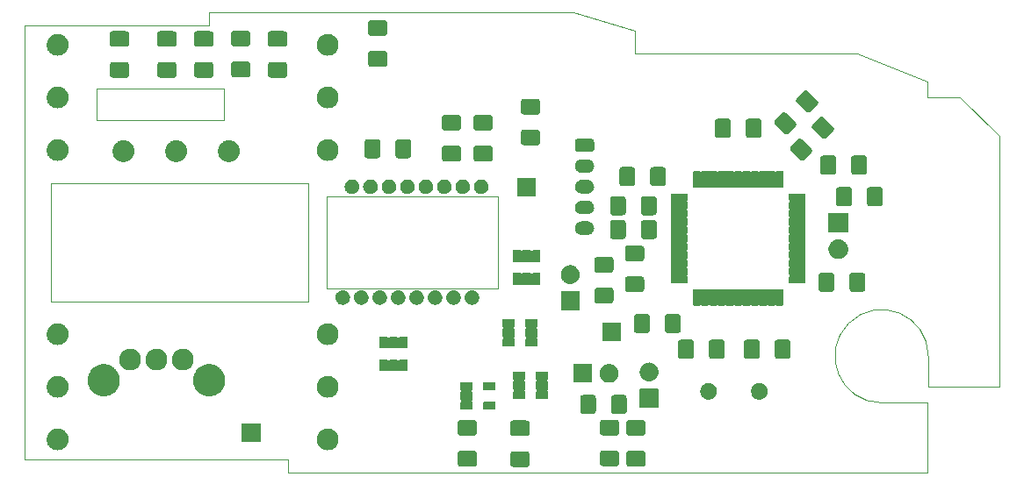
<source format=gbr>
G04 #@! TF.GenerationSoftware,KiCad,Pcbnew,5.99.0-unknown-072ea9a~86~ubuntu18.04.1*
G04 #@! TF.CreationDate,2019-09-18T00:12:09+01:00*
G04 #@! TF.ProjectId,mouse8,6d6f7573-6538-42e6-9b69-6361645f7063,rev?*
G04 #@! TF.SameCoordinates,Original*
G04 #@! TF.FileFunction,Soldermask,Top*
G04 #@! TF.FilePolarity,Negative*
%FSLAX46Y46*%
G04 Gerber Fmt 4.6, Leading zero omitted, Abs format (unit mm)*
G04 Created by KiCad (PCBNEW 5.99.0-unknown-072ea9a~86~ubuntu18.04.1) date 2019-09-18 00:12:09*
%MOMM*%
%LPD*%
G04 APERTURE LIST*
%ADD10C,0.050000*%
%ADD11C,0.100000*%
G04 APERTURE END LIST*
D10*
X205350000Y-63500000D02*
X170180000Y-63500000D01*
X211275000Y-65275000D02*
X205350000Y-63500000D01*
X211275000Y-65275000D02*
X211275000Y-67525000D01*
X242600000Y-71750000D02*
X246375000Y-75450000D01*
X239395000Y-71755000D02*
X242600000Y-71750000D01*
X239400000Y-70200000D02*
X239395000Y-71755000D01*
X232675000Y-67525000D02*
X239400000Y-70200000D01*
X211275000Y-67525000D02*
X232675000Y-67525000D01*
X239395000Y-107950000D02*
X177800000Y-107950000D01*
X246375000Y-75450000D02*
X246380000Y-99695000D01*
X239525000Y-99675000D02*
X246380000Y-99695000D01*
X239400000Y-101250000D02*
X239395000Y-107950000D01*
X239525000Y-96750000D02*
X239525000Y-99675000D01*
X235025000Y-101250000D02*
X239400000Y-101250000D01*
X235025000Y-101250000D02*
G75*
G02X239525000Y-96750000I0J4500000D01*
G01*
X159308800Y-70916800D02*
X159308800Y-73914000D01*
X171653200Y-70916800D02*
X159308800Y-70916800D01*
X171653200Y-73914000D02*
X171653200Y-70916800D01*
X159308800Y-73914000D02*
X171653200Y-73914000D01*
X154940000Y-80010000D02*
X179705000Y-80010000D01*
X181483000Y-90170000D02*
X181483000Y-81280000D01*
X197993000Y-90170000D02*
X181483000Y-90170000D01*
X197993000Y-81280000D02*
X197993000Y-90170000D01*
X181483000Y-81280000D02*
X197993000Y-81280000D01*
X177800000Y-106680000D02*
X177800000Y-107950000D01*
X152400000Y-106680000D02*
X177800000Y-106680000D01*
X170180000Y-64770000D02*
X152400000Y-64770000D01*
X170180000Y-63500000D02*
X170180000Y-64770000D01*
X154940000Y-91440000D02*
X154940000Y-90805000D01*
X179705000Y-91440000D02*
X179705000Y-90805000D01*
X179705000Y-80010000D02*
X179705000Y-90805000D01*
X154940000Y-90805000D02*
X154940000Y-80010000D01*
X179705000Y-91440000D02*
X154940000Y-91440000D01*
X152400000Y-106680000D02*
X152400000Y-64770000D01*
D11*
G36*
X200863756Y-105929264D02*
G01*
X200875228Y-105934789D01*
X200883286Y-105936295D01*
X200900543Y-105946980D01*
X200945638Y-105968697D01*
X200965738Y-105987347D01*
X200978964Y-105995536D01*
X200989264Y-106009176D01*
X201012265Y-106030517D01*
X201034617Y-106069232D01*
X201046781Y-106085340D01*
X201048750Y-106093712D01*
X201056506Y-106107146D01*
X201075419Y-106207103D01*
X201078883Y-106221831D01*
X201078883Y-106225410D01*
X201080194Y-106232339D01*
X201080194Y-107130016D01*
X201065236Y-107229256D01*
X201059711Y-107240728D01*
X201058205Y-107248786D01*
X201047520Y-107266043D01*
X201025803Y-107311138D01*
X201007153Y-107331238D01*
X200998964Y-107344464D01*
X200985324Y-107354764D01*
X200963983Y-107377765D01*
X200925268Y-107400117D01*
X200909160Y-107412281D01*
X200900788Y-107414250D01*
X200887354Y-107422006D01*
X200787397Y-107440919D01*
X200772669Y-107444383D01*
X200769090Y-107444383D01*
X200762161Y-107445694D01*
X199539484Y-107445694D01*
X199440244Y-107430736D01*
X199428772Y-107425211D01*
X199420714Y-107423705D01*
X199403457Y-107413020D01*
X199358362Y-107391303D01*
X199338262Y-107372653D01*
X199325036Y-107364464D01*
X199314736Y-107350824D01*
X199291735Y-107329483D01*
X199269383Y-107290768D01*
X199257219Y-107274660D01*
X199255250Y-107266288D01*
X199247494Y-107252854D01*
X199228581Y-107152897D01*
X199225117Y-107138169D01*
X199225117Y-107134590D01*
X199223806Y-107127661D01*
X199223806Y-106229984D01*
X199238764Y-106130744D01*
X199244289Y-106119272D01*
X199245795Y-106111214D01*
X199256480Y-106093957D01*
X199278197Y-106048862D01*
X199296847Y-106028762D01*
X199305036Y-106015536D01*
X199318676Y-106005236D01*
X199340017Y-105982235D01*
X199378732Y-105959883D01*
X199394840Y-105947719D01*
X199403212Y-105945750D01*
X199416646Y-105937994D01*
X199516603Y-105919081D01*
X199531331Y-105915617D01*
X199534910Y-105915617D01*
X199541839Y-105914306D01*
X200764516Y-105914306D01*
X200863756Y-105929264D01*
X200863756Y-105929264D01*
G37*
G36*
X212039756Y-105892764D02*
G01*
X212051228Y-105898289D01*
X212059286Y-105899795D01*
X212076543Y-105910480D01*
X212121638Y-105932197D01*
X212141738Y-105950847D01*
X212154964Y-105959036D01*
X212165264Y-105972676D01*
X212188265Y-105994017D01*
X212210617Y-106032732D01*
X212222781Y-106048840D01*
X212224750Y-106057212D01*
X212232506Y-106070646D01*
X212251419Y-106170603D01*
X212254883Y-106185331D01*
X212254883Y-106188910D01*
X212256194Y-106195839D01*
X212256194Y-107093516D01*
X212241236Y-107192756D01*
X212235711Y-107204228D01*
X212234205Y-107212286D01*
X212223520Y-107229543D01*
X212201803Y-107274638D01*
X212183153Y-107294738D01*
X212174964Y-107307964D01*
X212161324Y-107318264D01*
X212139983Y-107341265D01*
X212101268Y-107363617D01*
X212085160Y-107375781D01*
X212076788Y-107377750D01*
X212063354Y-107385506D01*
X211963397Y-107404419D01*
X211948669Y-107407883D01*
X211945090Y-107407883D01*
X211938161Y-107409194D01*
X210715484Y-107409194D01*
X210616244Y-107394236D01*
X210604772Y-107388711D01*
X210596714Y-107387205D01*
X210579457Y-107376520D01*
X210534362Y-107354803D01*
X210514262Y-107336153D01*
X210501036Y-107327964D01*
X210490736Y-107314324D01*
X210467735Y-107292983D01*
X210445383Y-107254268D01*
X210433219Y-107238160D01*
X210431250Y-107229788D01*
X210423494Y-107216354D01*
X210404581Y-107116397D01*
X210401117Y-107101669D01*
X210401117Y-107098090D01*
X210399806Y-107091161D01*
X210399806Y-106193484D01*
X210414764Y-106094244D01*
X210420289Y-106082772D01*
X210421795Y-106074714D01*
X210432480Y-106057457D01*
X210454197Y-106012362D01*
X210472847Y-105992262D01*
X210481036Y-105979036D01*
X210494676Y-105968736D01*
X210516017Y-105945735D01*
X210554732Y-105923383D01*
X210570840Y-105911219D01*
X210579212Y-105909250D01*
X210592646Y-105901494D01*
X210692603Y-105882581D01*
X210707331Y-105879117D01*
X210710910Y-105879117D01*
X210717839Y-105877806D01*
X211940516Y-105877806D01*
X212039756Y-105892764D01*
X212039756Y-105892764D01*
G37*
G36*
X195783756Y-105892764D02*
G01*
X195795228Y-105898289D01*
X195803286Y-105899795D01*
X195820543Y-105910480D01*
X195865638Y-105932197D01*
X195885738Y-105950847D01*
X195898964Y-105959036D01*
X195909264Y-105972676D01*
X195932265Y-105994017D01*
X195954617Y-106032732D01*
X195966781Y-106048840D01*
X195968750Y-106057212D01*
X195976506Y-106070646D01*
X195995419Y-106170603D01*
X195998883Y-106185331D01*
X195998883Y-106188910D01*
X196000194Y-106195839D01*
X196000194Y-107093516D01*
X195985236Y-107192756D01*
X195979711Y-107204228D01*
X195978205Y-107212286D01*
X195967520Y-107229543D01*
X195945803Y-107274638D01*
X195927153Y-107294738D01*
X195918964Y-107307964D01*
X195905324Y-107318264D01*
X195883983Y-107341265D01*
X195845268Y-107363617D01*
X195829160Y-107375781D01*
X195820788Y-107377750D01*
X195807354Y-107385506D01*
X195707397Y-107404419D01*
X195692669Y-107407883D01*
X195689090Y-107407883D01*
X195682161Y-107409194D01*
X194459484Y-107409194D01*
X194360244Y-107394236D01*
X194348772Y-107388711D01*
X194340714Y-107387205D01*
X194323457Y-107376520D01*
X194278362Y-107354803D01*
X194258262Y-107336153D01*
X194245036Y-107327964D01*
X194234736Y-107314324D01*
X194211735Y-107292983D01*
X194189383Y-107254268D01*
X194177219Y-107238160D01*
X194175250Y-107229788D01*
X194167494Y-107216354D01*
X194148581Y-107116397D01*
X194145117Y-107101669D01*
X194145117Y-107098090D01*
X194143806Y-107091161D01*
X194143806Y-106193484D01*
X194158764Y-106094244D01*
X194164289Y-106082772D01*
X194165795Y-106074714D01*
X194176480Y-106057457D01*
X194198197Y-106012362D01*
X194216847Y-105992262D01*
X194225036Y-105979036D01*
X194238676Y-105968736D01*
X194260017Y-105945735D01*
X194298732Y-105923383D01*
X194314840Y-105911219D01*
X194323212Y-105909250D01*
X194336646Y-105901494D01*
X194436603Y-105882581D01*
X194451331Y-105879117D01*
X194454910Y-105879117D01*
X194461839Y-105877806D01*
X195684516Y-105877806D01*
X195783756Y-105892764D01*
X195783756Y-105892764D01*
G37*
G36*
X209499756Y-105856264D02*
G01*
X209511228Y-105861789D01*
X209519286Y-105863295D01*
X209536543Y-105873980D01*
X209581638Y-105895697D01*
X209601738Y-105914347D01*
X209614964Y-105922536D01*
X209625264Y-105936176D01*
X209648265Y-105957517D01*
X209670617Y-105996232D01*
X209682781Y-106012340D01*
X209684750Y-106020712D01*
X209692506Y-106034146D01*
X209711419Y-106134103D01*
X209714883Y-106148831D01*
X209714883Y-106152410D01*
X209716194Y-106159339D01*
X209716194Y-107057016D01*
X209701236Y-107156256D01*
X209695711Y-107167728D01*
X209694205Y-107175786D01*
X209683520Y-107193043D01*
X209661803Y-107238138D01*
X209643153Y-107258238D01*
X209634964Y-107271464D01*
X209621324Y-107281764D01*
X209599983Y-107304765D01*
X209561268Y-107327117D01*
X209545160Y-107339281D01*
X209536788Y-107341250D01*
X209523354Y-107349006D01*
X209423397Y-107367919D01*
X209408669Y-107371383D01*
X209405090Y-107371383D01*
X209398161Y-107372694D01*
X208175484Y-107372694D01*
X208076244Y-107357736D01*
X208064772Y-107352211D01*
X208056714Y-107350705D01*
X208039457Y-107340020D01*
X207994362Y-107318303D01*
X207974262Y-107299653D01*
X207961036Y-107291464D01*
X207950736Y-107277824D01*
X207927735Y-107256483D01*
X207905383Y-107217768D01*
X207893219Y-107201660D01*
X207891250Y-107193288D01*
X207883494Y-107179854D01*
X207864581Y-107079897D01*
X207861117Y-107065169D01*
X207861117Y-107061590D01*
X207859806Y-107054661D01*
X207859806Y-106156984D01*
X207874764Y-106057744D01*
X207880289Y-106046272D01*
X207881795Y-106038214D01*
X207892480Y-106020957D01*
X207914197Y-105975862D01*
X207932847Y-105955762D01*
X207941036Y-105942536D01*
X207954676Y-105932236D01*
X207976017Y-105909235D01*
X208014732Y-105886883D01*
X208030840Y-105874719D01*
X208039212Y-105872750D01*
X208052646Y-105864994D01*
X208152603Y-105846081D01*
X208167331Y-105842617D01*
X208170910Y-105842617D01*
X208177839Y-105841306D01*
X209400516Y-105841306D01*
X209499756Y-105856264D01*
X209499756Y-105856264D01*
G37*
G36*
X155634591Y-103724345D02*
G01*
X155685391Y-103724700D01*
X155736051Y-103735099D01*
X155781828Y-103739951D01*
X155831287Y-103754648D01*
X155887293Y-103766145D01*
X155929069Y-103783706D01*
X155966981Y-103794972D01*
X156018722Y-103821392D01*
X156077300Y-103846016D01*
X156109564Y-103867779D01*
X156139015Y-103882817D01*
X156190254Y-103922205D01*
X156248174Y-103961273D01*
X156271070Y-103984330D01*
X156292158Y-104000540D01*
X156339764Y-104053504D01*
X156393407Y-104107523D01*
X156407831Y-104129233D01*
X156421284Y-104144200D01*
X156461922Y-104210646D01*
X156507468Y-104279198D01*
X156514950Y-104297350D01*
X156522065Y-104308984D01*
X156552378Y-104388158D01*
X156586011Y-104469758D01*
X156588572Y-104482693D01*
X156591132Y-104489379D01*
X156607931Y-104580461D01*
X156626045Y-104671944D01*
X156622757Y-104907363D01*
X156619234Y-104922869D01*
X156619069Y-104928973D01*
X156597745Y-105017453D01*
X156577094Y-105108352D01*
X156574358Y-105114497D01*
X156574199Y-105115157D01*
X156516914Y-105243518D01*
X156493261Y-105296645D01*
X156439257Y-105373200D01*
X156385932Y-105450643D01*
X156381520Y-105455048D01*
X156374451Y-105465068D01*
X156309969Y-105526474D01*
X156249227Y-105587109D01*
X156238742Y-105594302D01*
X156225191Y-105607206D01*
X156154960Y-105651776D01*
X156089942Y-105696378D01*
X156072400Y-105704170D01*
X156051165Y-105717646D01*
X155979347Y-105745503D01*
X155913410Y-105774791D01*
X155888446Y-105780761D01*
X155859002Y-105792182D01*
X155789304Y-105804471D01*
X155725543Y-105819720D01*
X155693438Y-105821375D01*
X155656022Y-105827972D01*
X155591608Y-105826623D01*
X155532641Y-105829662D01*
X155494342Y-105824586D01*
X155449955Y-105823656D01*
X155393223Y-105811183D01*
X155341152Y-105804281D01*
X155298267Y-105790306D01*
X155248652Y-105779397D01*
X155201265Y-105758694D01*
X155157498Y-105744431D01*
X155112176Y-105719772D01*
X155059779Y-105696880D01*
X155022565Y-105671016D01*
X154987825Y-105652114D01*
X154942703Y-105615510D01*
X154890530Y-105579249D01*
X154863502Y-105551260D01*
X154837814Y-105530422D01*
X154795877Y-105481233D01*
X154747353Y-105430985D01*
X154729751Y-105403672D01*
X154712495Y-105383432D01*
X154676942Y-105321728D01*
X154635701Y-105257734D01*
X154626105Y-105233498D01*
X154616060Y-105216064D01*
X154590127Y-105142628D01*
X154559826Y-105066096D01*
X154556282Y-105046785D01*
X154551739Y-105033921D01*
X154538546Y-104950152D01*
X154522619Y-104863371D01*
X154522803Y-104850188D01*
X154521689Y-104843114D01*
X154524196Y-104750460D01*
X154525497Y-104657279D01*
X154526895Y-104650703D01*
X154526913Y-104650026D01*
X154556406Y-104511863D01*
X154568350Y-104455672D01*
X154605226Y-104369635D01*
X154641315Y-104282722D01*
X154644718Y-104277492D01*
X154649546Y-104266227D01*
X154699828Y-104192791D01*
X154746658Y-104120818D01*
X154755423Y-104111598D01*
X154765992Y-104096162D01*
X154825409Y-104037977D01*
X154879745Y-103980818D01*
X154895286Y-103969547D01*
X154913253Y-103951953D01*
X154977701Y-103909780D01*
X155036118Y-103867415D01*
X155059301Y-103856382D01*
X155085720Y-103839094D01*
X155151316Y-103812591D01*
X155210532Y-103784410D01*
X155241596Y-103776116D01*
X155276823Y-103761883D01*
X155340128Y-103749807D01*
X155397159Y-103734579D01*
X155435663Y-103731582D01*
X155479284Y-103723261D01*
X155537370Y-103723667D01*
X155589735Y-103719591D01*
X155634591Y-103724345D01*
X155634591Y-103724345D01*
G37*
G36*
X181669591Y-103724345D02*
G01*
X181720391Y-103724700D01*
X181771051Y-103735099D01*
X181816828Y-103739951D01*
X181866287Y-103754648D01*
X181922293Y-103766145D01*
X181964069Y-103783706D01*
X182001981Y-103794972D01*
X182053722Y-103821392D01*
X182112300Y-103846016D01*
X182144564Y-103867779D01*
X182174015Y-103882817D01*
X182225254Y-103922205D01*
X182283174Y-103961273D01*
X182306070Y-103984330D01*
X182327158Y-104000540D01*
X182374764Y-104053504D01*
X182428407Y-104107523D01*
X182442831Y-104129233D01*
X182456284Y-104144200D01*
X182496922Y-104210646D01*
X182542468Y-104279198D01*
X182549950Y-104297350D01*
X182557065Y-104308984D01*
X182587378Y-104388158D01*
X182621011Y-104469758D01*
X182623572Y-104482693D01*
X182626132Y-104489379D01*
X182642931Y-104580461D01*
X182661045Y-104671944D01*
X182657757Y-104907363D01*
X182654234Y-104922869D01*
X182654069Y-104928973D01*
X182632745Y-105017453D01*
X182612094Y-105108352D01*
X182609358Y-105114497D01*
X182609199Y-105115157D01*
X182551914Y-105243518D01*
X182528261Y-105296645D01*
X182474257Y-105373200D01*
X182420932Y-105450643D01*
X182416520Y-105455048D01*
X182409451Y-105465068D01*
X182344969Y-105526474D01*
X182284227Y-105587109D01*
X182273742Y-105594302D01*
X182260191Y-105607206D01*
X182189960Y-105651776D01*
X182124942Y-105696378D01*
X182107400Y-105704170D01*
X182086165Y-105717646D01*
X182014347Y-105745503D01*
X181948410Y-105774791D01*
X181923446Y-105780761D01*
X181894002Y-105792182D01*
X181824304Y-105804471D01*
X181760543Y-105819720D01*
X181728438Y-105821375D01*
X181691022Y-105827972D01*
X181626608Y-105826623D01*
X181567641Y-105829662D01*
X181529342Y-105824586D01*
X181484955Y-105823656D01*
X181428223Y-105811183D01*
X181376152Y-105804281D01*
X181333267Y-105790306D01*
X181283652Y-105779397D01*
X181236265Y-105758694D01*
X181192498Y-105744431D01*
X181147176Y-105719772D01*
X181094779Y-105696880D01*
X181057565Y-105671016D01*
X181022825Y-105652114D01*
X180977703Y-105615510D01*
X180925530Y-105579249D01*
X180898502Y-105551260D01*
X180872814Y-105530422D01*
X180830877Y-105481233D01*
X180782353Y-105430985D01*
X180764751Y-105403672D01*
X180747495Y-105383432D01*
X180711942Y-105321728D01*
X180670701Y-105257734D01*
X180661105Y-105233498D01*
X180651060Y-105216064D01*
X180625127Y-105142628D01*
X180594826Y-105066096D01*
X180591282Y-105046785D01*
X180586739Y-105033921D01*
X180573546Y-104950152D01*
X180557619Y-104863371D01*
X180557803Y-104850188D01*
X180556689Y-104843114D01*
X180559196Y-104750460D01*
X180560497Y-104657279D01*
X180561895Y-104650703D01*
X180561913Y-104650026D01*
X180591406Y-104511863D01*
X180603350Y-104455672D01*
X180640226Y-104369635D01*
X180676315Y-104282722D01*
X180679718Y-104277492D01*
X180684546Y-104266227D01*
X180734828Y-104192791D01*
X180781658Y-104120818D01*
X180790423Y-104111598D01*
X180800992Y-104096162D01*
X180860409Y-104037977D01*
X180914745Y-103980818D01*
X180930286Y-103969547D01*
X180948253Y-103951953D01*
X181012701Y-103909780D01*
X181071118Y-103867415D01*
X181094301Y-103856382D01*
X181120720Y-103839094D01*
X181186316Y-103812591D01*
X181245532Y-103784410D01*
X181276596Y-103776116D01*
X181311823Y-103761883D01*
X181375128Y-103749807D01*
X181432159Y-103734579D01*
X181470663Y-103731582D01*
X181514284Y-103723261D01*
X181572370Y-103723667D01*
X181624735Y-103719591D01*
X181669591Y-103724345D01*
X181669591Y-103724345D01*
G37*
G36*
X175113899Y-103241959D02*
G01*
X175130769Y-103253231D01*
X175142041Y-103270101D01*
X175148448Y-103302312D01*
X175148448Y-104977688D01*
X175145999Y-104990000D01*
X175142041Y-105009899D01*
X175130769Y-105026769D01*
X175113899Y-105038041D01*
X175094000Y-105041999D01*
X175081688Y-105044448D01*
X173406312Y-105044448D01*
X173374101Y-105038041D01*
X173357231Y-105026769D01*
X173345959Y-105009899D01*
X173339552Y-104977688D01*
X173339552Y-103302312D01*
X173345959Y-103270101D01*
X173357231Y-103253231D01*
X173374101Y-103241959D01*
X173406312Y-103235552D01*
X175081688Y-103235552D01*
X175113899Y-103241959D01*
X175113899Y-103241959D01*
G37*
G36*
X200863756Y-102954264D02*
G01*
X200875228Y-102959789D01*
X200883286Y-102961295D01*
X200900543Y-102971980D01*
X200945638Y-102993697D01*
X200965738Y-103012347D01*
X200978964Y-103020536D01*
X200989264Y-103034176D01*
X201012265Y-103055517D01*
X201034617Y-103094232D01*
X201046781Y-103110340D01*
X201048750Y-103118712D01*
X201056506Y-103132146D01*
X201075419Y-103232103D01*
X201078883Y-103246831D01*
X201078883Y-103250410D01*
X201080194Y-103257339D01*
X201080194Y-104155016D01*
X201065236Y-104254256D01*
X201059711Y-104265728D01*
X201058205Y-104273786D01*
X201047520Y-104291043D01*
X201025803Y-104336138D01*
X201007153Y-104356238D01*
X200998964Y-104369464D01*
X200985324Y-104379764D01*
X200963983Y-104402765D01*
X200925268Y-104425117D01*
X200909160Y-104437281D01*
X200900788Y-104439250D01*
X200887354Y-104447006D01*
X200787397Y-104465919D01*
X200772669Y-104469383D01*
X200769090Y-104469383D01*
X200762161Y-104470694D01*
X199539484Y-104470694D01*
X199440244Y-104455736D01*
X199428772Y-104450211D01*
X199420714Y-104448705D01*
X199403457Y-104438020D01*
X199358362Y-104416303D01*
X199338262Y-104397653D01*
X199325036Y-104389464D01*
X199314736Y-104375824D01*
X199291735Y-104354483D01*
X199269383Y-104315768D01*
X199257219Y-104299660D01*
X199255250Y-104291288D01*
X199247494Y-104277854D01*
X199228581Y-104177897D01*
X199225117Y-104163169D01*
X199225117Y-104159590D01*
X199223806Y-104152661D01*
X199223806Y-103254984D01*
X199238764Y-103155744D01*
X199244289Y-103144272D01*
X199245795Y-103136214D01*
X199256480Y-103118957D01*
X199278197Y-103073862D01*
X199296847Y-103053762D01*
X199305036Y-103040536D01*
X199318676Y-103030236D01*
X199340017Y-103007235D01*
X199378732Y-102984883D01*
X199394840Y-102972719D01*
X199403212Y-102970750D01*
X199416646Y-102962994D01*
X199516603Y-102944081D01*
X199531331Y-102940617D01*
X199534910Y-102940617D01*
X199541839Y-102939306D01*
X200764516Y-102939306D01*
X200863756Y-102954264D01*
X200863756Y-102954264D01*
G37*
G36*
X212039756Y-102917764D02*
G01*
X212051228Y-102923289D01*
X212059286Y-102924795D01*
X212076543Y-102935480D01*
X212121638Y-102957197D01*
X212141738Y-102975847D01*
X212154964Y-102984036D01*
X212165264Y-102997676D01*
X212188265Y-103019017D01*
X212210617Y-103057732D01*
X212222781Y-103073840D01*
X212224750Y-103082212D01*
X212232506Y-103095646D01*
X212251419Y-103195603D01*
X212254883Y-103210331D01*
X212254883Y-103213910D01*
X212256194Y-103220839D01*
X212256194Y-104118516D01*
X212241236Y-104217756D01*
X212235711Y-104229228D01*
X212234205Y-104237286D01*
X212223520Y-104254543D01*
X212201803Y-104299638D01*
X212183153Y-104319738D01*
X212174964Y-104332964D01*
X212161324Y-104343264D01*
X212139983Y-104366265D01*
X212101268Y-104388617D01*
X212085160Y-104400781D01*
X212076788Y-104402750D01*
X212063354Y-104410506D01*
X211963397Y-104429419D01*
X211948669Y-104432883D01*
X211945090Y-104432883D01*
X211938161Y-104434194D01*
X210715484Y-104434194D01*
X210616244Y-104419236D01*
X210604772Y-104413711D01*
X210596714Y-104412205D01*
X210579457Y-104401520D01*
X210534362Y-104379803D01*
X210514262Y-104361153D01*
X210501036Y-104352964D01*
X210490736Y-104339324D01*
X210467735Y-104317983D01*
X210445383Y-104279268D01*
X210433219Y-104263160D01*
X210431250Y-104254788D01*
X210423494Y-104241354D01*
X210404581Y-104141397D01*
X210401117Y-104126669D01*
X210401117Y-104123090D01*
X210399806Y-104116161D01*
X210399806Y-103218484D01*
X210414764Y-103119244D01*
X210420289Y-103107772D01*
X210421795Y-103099714D01*
X210432480Y-103082457D01*
X210454197Y-103037362D01*
X210472847Y-103017262D01*
X210481036Y-103004036D01*
X210494676Y-102993736D01*
X210516017Y-102970735D01*
X210554732Y-102948383D01*
X210570840Y-102936219D01*
X210579212Y-102934250D01*
X210592646Y-102926494D01*
X210692603Y-102907581D01*
X210707331Y-102904117D01*
X210710910Y-102904117D01*
X210717839Y-102902806D01*
X211940516Y-102902806D01*
X212039756Y-102917764D01*
X212039756Y-102917764D01*
G37*
G36*
X195783756Y-102917764D02*
G01*
X195795228Y-102923289D01*
X195803286Y-102924795D01*
X195820543Y-102935480D01*
X195865638Y-102957197D01*
X195885738Y-102975847D01*
X195898964Y-102984036D01*
X195909264Y-102997676D01*
X195932265Y-103019017D01*
X195954617Y-103057732D01*
X195966781Y-103073840D01*
X195968750Y-103082212D01*
X195976506Y-103095646D01*
X195995419Y-103195603D01*
X195998883Y-103210331D01*
X195998883Y-103213910D01*
X196000194Y-103220839D01*
X196000194Y-104118516D01*
X195985236Y-104217756D01*
X195979711Y-104229228D01*
X195978205Y-104237286D01*
X195967520Y-104254543D01*
X195945803Y-104299638D01*
X195927153Y-104319738D01*
X195918964Y-104332964D01*
X195905324Y-104343264D01*
X195883983Y-104366265D01*
X195845268Y-104388617D01*
X195829160Y-104400781D01*
X195820788Y-104402750D01*
X195807354Y-104410506D01*
X195707397Y-104429419D01*
X195692669Y-104432883D01*
X195689090Y-104432883D01*
X195682161Y-104434194D01*
X194459484Y-104434194D01*
X194360244Y-104419236D01*
X194348772Y-104413711D01*
X194340714Y-104412205D01*
X194323457Y-104401520D01*
X194278362Y-104379803D01*
X194258262Y-104361153D01*
X194245036Y-104352964D01*
X194234736Y-104339324D01*
X194211735Y-104317983D01*
X194189383Y-104279268D01*
X194177219Y-104263160D01*
X194175250Y-104254788D01*
X194167494Y-104241354D01*
X194148581Y-104141397D01*
X194145117Y-104126669D01*
X194145117Y-104123090D01*
X194143806Y-104116161D01*
X194143806Y-103218484D01*
X194158764Y-103119244D01*
X194164289Y-103107772D01*
X194165795Y-103099714D01*
X194176480Y-103082457D01*
X194198197Y-103037362D01*
X194216847Y-103017262D01*
X194225036Y-103004036D01*
X194238676Y-102993736D01*
X194260017Y-102970735D01*
X194298732Y-102948383D01*
X194314840Y-102936219D01*
X194323212Y-102934250D01*
X194336646Y-102926494D01*
X194436603Y-102907581D01*
X194451331Y-102904117D01*
X194454910Y-102904117D01*
X194461839Y-102902806D01*
X195684516Y-102902806D01*
X195783756Y-102917764D01*
X195783756Y-102917764D01*
G37*
G36*
X209499756Y-102881264D02*
G01*
X209511228Y-102886789D01*
X209519286Y-102888295D01*
X209536543Y-102898980D01*
X209581638Y-102920697D01*
X209601738Y-102939347D01*
X209614964Y-102947536D01*
X209625264Y-102961176D01*
X209648265Y-102982517D01*
X209670617Y-103021232D01*
X209682781Y-103037340D01*
X209684750Y-103045712D01*
X209692506Y-103059146D01*
X209711419Y-103159103D01*
X209714883Y-103173831D01*
X209714883Y-103177410D01*
X209716194Y-103184339D01*
X209716194Y-104082016D01*
X209701236Y-104181256D01*
X209695711Y-104192728D01*
X209694205Y-104200786D01*
X209683520Y-104218043D01*
X209661803Y-104263138D01*
X209643153Y-104283238D01*
X209634964Y-104296464D01*
X209621324Y-104306764D01*
X209599983Y-104329765D01*
X209561268Y-104352117D01*
X209545160Y-104364281D01*
X209536788Y-104366250D01*
X209523354Y-104374006D01*
X209423397Y-104392919D01*
X209408669Y-104396383D01*
X209405090Y-104396383D01*
X209398161Y-104397694D01*
X208175484Y-104397694D01*
X208076244Y-104382736D01*
X208064772Y-104377211D01*
X208056714Y-104375705D01*
X208039457Y-104365020D01*
X207994362Y-104343303D01*
X207974262Y-104324653D01*
X207961036Y-104316464D01*
X207950736Y-104302824D01*
X207927735Y-104281483D01*
X207905383Y-104242768D01*
X207893219Y-104226660D01*
X207891250Y-104218288D01*
X207883494Y-104204854D01*
X207864581Y-104104897D01*
X207861117Y-104090169D01*
X207861117Y-104086590D01*
X207859806Y-104079661D01*
X207859806Y-103181984D01*
X207874764Y-103082744D01*
X207880289Y-103071272D01*
X207881795Y-103063214D01*
X207892480Y-103045957D01*
X207914197Y-103000862D01*
X207932847Y-102980762D01*
X207941036Y-102967536D01*
X207954676Y-102957236D01*
X207976017Y-102934235D01*
X208014732Y-102911883D01*
X208030840Y-102899719D01*
X208039212Y-102897750D01*
X208052646Y-102889994D01*
X208152603Y-102871081D01*
X208167331Y-102867617D01*
X208170910Y-102867617D01*
X208177839Y-102866306D01*
X209400516Y-102866306D01*
X209499756Y-102881264D01*
X209499756Y-102881264D01*
G37*
G36*
X207261756Y-100486764D02*
G01*
X207273228Y-100492289D01*
X207281286Y-100493795D01*
X207298543Y-100504480D01*
X207343638Y-100526197D01*
X207363738Y-100544847D01*
X207376964Y-100553036D01*
X207387264Y-100566676D01*
X207410265Y-100588017D01*
X207432617Y-100626732D01*
X207444781Y-100642840D01*
X207446750Y-100651212D01*
X207454506Y-100664646D01*
X207473419Y-100764603D01*
X207476883Y-100779331D01*
X207476883Y-100782910D01*
X207478194Y-100789839D01*
X207478194Y-102012516D01*
X207463236Y-102111756D01*
X207457711Y-102123228D01*
X207456205Y-102131286D01*
X207445520Y-102148543D01*
X207423803Y-102193638D01*
X207405153Y-102213738D01*
X207396964Y-102226964D01*
X207383324Y-102237264D01*
X207361983Y-102260265D01*
X207323268Y-102282617D01*
X207307160Y-102294781D01*
X207298788Y-102296750D01*
X207285354Y-102304506D01*
X207185397Y-102323419D01*
X207170669Y-102326883D01*
X207167090Y-102326883D01*
X207160161Y-102328194D01*
X206262484Y-102328194D01*
X206163244Y-102313236D01*
X206151772Y-102307711D01*
X206143714Y-102306205D01*
X206126457Y-102295520D01*
X206081362Y-102273803D01*
X206061262Y-102255153D01*
X206048036Y-102246964D01*
X206037736Y-102233324D01*
X206014735Y-102211983D01*
X205992383Y-102173268D01*
X205980219Y-102157160D01*
X205978250Y-102148788D01*
X205970494Y-102135354D01*
X205951581Y-102035397D01*
X205948117Y-102020669D01*
X205948117Y-102017090D01*
X205946806Y-102010161D01*
X205946806Y-100787484D01*
X205961764Y-100688244D01*
X205967289Y-100676772D01*
X205968795Y-100668714D01*
X205979480Y-100651457D01*
X206001197Y-100606362D01*
X206019847Y-100586262D01*
X206028036Y-100573036D01*
X206041676Y-100562736D01*
X206063017Y-100539735D01*
X206101732Y-100517383D01*
X206117840Y-100505219D01*
X206126212Y-100503250D01*
X206139646Y-100495494D01*
X206239603Y-100476581D01*
X206254331Y-100473117D01*
X206257910Y-100473117D01*
X206264839Y-100471806D01*
X207162516Y-100471806D01*
X207261756Y-100486764D01*
X207261756Y-100486764D01*
G37*
G36*
X210236756Y-100486764D02*
G01*
X210248228Y-100492289D01*
X210256286Y-100493795D01*
X210273543Y-100504480D01*
X210318638Y-100526197D01*
X210338738Y-100544847D01*
X210351964Y-100553036D01*
X210362264Y-100566676D01*
X210385265Y-100588017D01*
X210407617Y-100626732D01*
X210419781Y-100642840D01*
X210421750Y-100651212D01*
X210429506Y-100664646D01*
X210448419Y-100764603D01*
X210451883Y-100779331D01*
X210451883Y-100782910D01*
X210453194Y-100789839D01*
X210453194Y-102012516D01*
X210438236Y-102111756D01*
X210432711Y-102123228D01*
X210431205Y-102131286D01*
X210420520Y-102148543D01*
X210398803Y-102193638D01*
X210380153Y-102213738D01*
X210371964Y-102226964D01*
X210358324Y-102237264D01*
X210336983Y-102260265D01*
X210298268Y-102282617D01*
X210282160Y-102294781D01*
X210273788Y-102296750D01*
X210260354Y-102304506D01*
X210160397Y-102323419D01*
X210145669Y-102326883D01*
X210142090Y-102326883D01*
X210135161Y-102328194D01*
X209237484Y-102328194D01*
X209138244Y-102313236D01*
X209126772Y-102307711D01*
X209118714Y-102306205D01*
X209101457Y-102295520D01*
X209056362Y-102273803D01*
X209036262Y-102255153D01*
X209023036Y-102246964D01*
X209012736Y-102233324D01*
X208989735Y-102211983D01*
X208967383Y-102173268D01*
X208955219Y-102157160D01*
X208953250Y-102148788D01*
X208945494Y-102135354D01*
X208926581Y-102035397D01*
X208923117Y-102020669D01*
X208923117Y-102017090D01*
X208921806Y-102010161D01*
X208921806Y-100787484D01*
X208936764Y-100688244D01*
X208942289Y-100676772D01*
X208943795Y-100668714D01*
X208954480Y-100651457D01*
X208976197Y-100606362D01*
X208994847Y-100586262D01*
X209003036Y-100573036D01*
X209016676Y-100562736D01*
X209038017Y-100539735D01*
X209076732Y-100517383D01*
X209092840Y-100505219D01*
X209101212Y-100503250D01*
X209114646Y-100495494D01*
X209214603Y-100476581D01*
X209229331Y-100473117D01*
X209232910Y-100473117D01*
X209239839Y-100471806D01*
X210137516Y-100471806D01*
X210236756Y-100486764D01*
X210236756Y-100486764D01*
G37*
G36*
X197737899Y-101160959D02*
G01*
X197754769Y-101172231D01*
X197766041Y-101189101D01*
X197772448Y-101221312D01*
X197772448Y-101846688D01*
X197769999Y-101859000D01*
X197766041Y-101878899D01*
X197754769Y-101895769D01*
X197737899Y-101907041D01*
X197718000Y-101910999D01*
X197705688Y-101913448D01*
X196670312Y-101913448D01*
X196638101Y-101907041D01*
X196621231Y-101895769D01*
X196609959Y-101878899D01*
X196603552Y-101846688D01*
X196603552Y-101221312D01*
X196609959Y-101189101D01*
X196621231Y-101172231D01*
X196638101Y-101160959D01*
X196670312Y-101154552D01*
X197705688Y-101154552D01*
X197737899Y-101160959D01*
X197737899Y-101160959D01*
G37*
G36*
X195537899Y-99260959D02*
G01*
X195554769Y-99272231D01*
X195566041Y-99289101D01*
X195572448Y-99321312D01*
X195572448Y-99946688D01*
X195566041Y-99978899D01*
X195554769Y-99995769D01*
X195540853Y-100005067D01*
X195495686Y-100059111D01*
X195486908Y-100128994D01*
X195540853Y-100212933D01*
X195554769Y-100222231D01*
X195566041Y-100239101D01*
X195572448Y-100271312D01*
X195572448Y-100896688D01*
X195566041Y-100928899D01*
X195554769Y-100945769D01*
X195540853Y-100955067D01*
X195495686Y-101009111D01*
X195486908Y-101078994D01*
X195540853Y-101162933D01*
X195554769Y-101172231D01*
X195566041Y-101189101D01*
X195572448Y-101221312D01*
X195572448Y-101846688D01*
X195569999Y-101859000D01*
X195566041Y-101878899D01*
X195554769Y-101895769D01*
X195537899Y-101907041D01*
X195518000Y-101910999D01*
X195505688Y-101913448D01*
X194470312Y-101913448D01*
X194438101Y-101907041D01*
X194421231Y-101895769D01*
X194409959Y-101878899D01*
X194403552Y-101846688D01*
X194403552Y-101221312D01*
X194409959Y-101189101D01*
X194421231Y-101172231D01*
X194435147Y-101162933D01*
X194480314Y-101108889D01*
X194489092Y-101039006D01*
X194435147Y-100955067D01*
X194421231Y-100945769D01*
X194409959Y-100928899D01*
X194403552Y-100896688D01*
X194403552Y-100271312D01*
X194409959Y-100239101D01*
X194421231Y-100222231D01*
X194435147Y-100212933D01*
X194480314Y-100158889D01*
X194489092Y-100089006D01*
X194435147Y-100005067D01*
X194421231Y-99995769D01*
X194409959Y-99978899D01*
X194403552Y-99946688D01*
X194403552Y-99321312D01*
X194409959Y-99289101D01*
X194421231Y-99272231D01*
X194438101Y-99260959D01*
X194470312Y-99254552D01*
X195505688Y-99254552D01*
X195537899Y-99260959D01*
X195537899Y-99260959D01*
G37*
G36*
X213469899Y-99901959D02*
G01*
X213486769Y-99913231D01*
X213498041Y-99930101D01*
X213504448Y-99962312D01*
X213504448Y-101637688D01*
X213501999Y-101650000D01*
X213498041Y-101669899D01*
X213486769Y-101686769D01*
X213469899Y-101698041D01*
X213450000Y-101701999D01*
X213437688Y-101704448D01*
X211762312Y-101704448D01*
X211730101Y-101698041D01*
X211713231Y-101686769D01*
X211701959Y-101669899D01*
X211695552Y-101637688D01*
X211695552Y-99962312D01*
X211701959Y-99930101D01*
X211713231Y-99913231D01*
X211730101Y-99901959D01*
X211762312Y-99895552D01*
X213437688Y-99895552D01*
X213469899Y-99901959D01*
X213469899Y-99901959D01*
G37*
G36*
X223268308Y-99331245D02*
G01*
X223319442Y-99331602D01*
X223358208Y-99340695D01*
X223391453Y-99344189D01*
X223439075Y-99359662D01*
X223494397Y-99372638D01*
X223525102Y-99387614D01*
X223551593Y-99396221D01*
X223599718Y-99424006D01*
X223655913Y-99451414D01*
X223678132Y-99469278D01*
X223697407Y-99480407D01*
X223742743Y-99521227D01*
X223795962Y-99564017D01*
X223810159Y-99581929D01*
X223822539Y-99593076D01*
X223861535Y-99646749D01*
X223907584Y-99704849D01*
X223915015Y-99720360D01*
X223921506Y-99729293D01*
X223950540Y-99794504D01*
X223985232Y-99866911D01*
X223987789Y-99878167D01*
X223989991Y-99883112D01*
X224005645Y-99956759D01*
X224025045Y-100042148D01*
X224024968Y-100047667D01*
X224024999Y-100047813D01*
X224024999Y-100216187D01*
X224022446Y-100228197D01*
X224022223Y-100244183D01*
X224003781Y-100316008D01*
X223989991Y-100380888D01*
X223983217Y-100396103D01*
X223977533Y-100418240D01*
X223946321Y-100478972D01*
X223921506Y-100534707D01*
X223908422Y-100552716D01*
X223895391Y-100578071D01*
X223855205Y-100625963D01*
X223822539Y-100670924D01*
X223801839Y-100689563D01*
X223779880Y-100715732D01*
X223734622Y-100750085D01*
X223697407Y-100783593D01*
X223668451Y-100800311D01*
X223636741Y-100824380D01*
X223590177Y-100845502D01*
X223551593Y-100867779D01*
X223514500Y-100879831D01*
X223473089Y-100898616D01*
X223428541Y-100907761D01*
X223391453Y-100919811D01*
X223347153Y-100924467D01*
X223297056Y-100934751D01*
X223257250Y-100933917D01*
X223224000Y-100937412D01*
X223174196Y-100932177D01*
X223117392Y-100930987D01*
X223084244Y-100922722D01*
X223056547Y-100919811D01*
X223003704Y-100902641D01*
X222943027Y-100887513D01*
X222917578Y-100874658D01*
X222896407Y-100867779D01*
X222843572Y-100837274D01*
X222782627Y-100806489D01*
X222765017Y-100791921D01*
X222750593Y-100783593D01*
X222701302Y-100739211D01*
X222644163Y-100691942D01*
X222633667Y-100678313D01*
X222625461Y-100670924D01*
X222583501Y-100613171D01*
X222534518Y-100549565D01*
X222529677Y-100539088D01*
X222526494Y-100534707D01*
X222495854Y-100465890D01*
X222459141Y-100386435D01*
X222421779Y-100210658D01*
X222423001Y-100123143D01*
X222423001Y-100047813D01*
X222424127Y-100042516D01*
X222424288Y-100030973D01*
X222443170Y-99952926D01*
X222458009Y-99883112D01*
X222462500Y-99873026D01*
X222466544Y-99856309D01*
X222499514Y-99789891D01*
X222526494Y-99729293D01*
X222536283Y-99715820D01*
X222546446Y-99695346D01*
X222589604Y-99642430D01*
X222625461Y-99593076D01*
X222642004Y-99578181D01*
X222660024Y-99556086D01*
X222709298Y-99517589D01*
X222750593Y-99480407D01*
X222774713Y-99466481D01*
X222801632Y-99445450D01*
X222853039Y-99421260D01*
X222896407Y-99396221D01*
X222928203Y-99385890D01*
X222964232Y-99368936D01*
X223014183Y-99357954D01*
X223056547Y-99344189D01*
X223095331Y-99340112D01*
X223139743Y-99330348D01*
X223185209Y-99330665D01*
X223224000Y-99326588D01*
X223268308Y-99331245D01*
X223268308Y-99331245D01*
G37*
G36*
X218388308Y-99331245D02*
G01*
X218439442Y-99331602D01*
X218478208Y-99340695D01*
X218511453Y-99344189D01*
X218559075Y-99359662D01*
X218614397Y-99372638D01*
X218645102Y-99387614D01*
X218671593Y-99396221D01*
X218719718Y-99424006D01*
X218775913Y-99451414D01*
X218798132Y-99469278D01*
X218817407Y-99480407D01*
X218862743Y-99521227D01*
X218915962Y-99564017D01*
X218930159Y-99581929D01*
X218942539Y-99593076D01*
X218981535Y-99646749D01*
X219027584Y-99704849D01*
X219035015Y-99720360D01*
X219041506Y-99729293D01*
X219070540Y-99794504D01*
X219105232Y-99866911D01*
X219107789Y-99878167D01*
X219109991Y-99883112D01*
X219125645Y-99956759D01*
X219145045Y-100042148D01*
X219144968Y-100047667D01*
X219144999Y-100047813D01*
X219144999Y-100216187D01*
X219142446Y-100228197D01*
X219142223Y-100244183D01*
X219123781Y-100316008D01*
X219109991Y-100380888D01*
X219103217Y-100396103D01*
X219097533Y-100418240D01*
X219066321Y-100478972D01*
X219041506Y-100534707D01*
X219028422Y-100552716D01*
X219015391Y-100578071D01*
X218975205Y-100625963D01*
X218942539Y-100670924D01*
X218921839Y-100689563D01*
X218899880Y-100715732D01*
X218854622Y-100750085D01*
X218817407Y-100783593D01*
X218788451Y-100800311D01*
X218756741Y-100824380D01*
X218710177Y-100845502D01*
X218671593Y-100867779D01*
X218634500Y-100879831D01*
X218593089Y-100898616D01*
X218548541Y-100907761D01*
X218511453Y-100919811D01*
X218467153Y-100924467D01*
X218417056Y-100934751D01*
X218377250Y-100933917D01*
X218344000Y-100937412D01*
X218294196Y-100932177D01*
X218237392Y-100930987D01*
X218204244Y-100922722D01*
X218176547Y-100919811D01*
X218123704Y-100902641D01*
X218063027Y-100887513D01*
X218037578Y-100874658D01*
X218016407Y-100867779D01*
X217963572Y-100837274D01*
X217902627Y-100806489D01*
X217885017Y-100791921D01*
X217870593Y-100783593D01*
X217821302Y-100739211D01*
X217764163Y-100691942D01*
X217753667Y-100678313D01*
X217745461Y-100670924D01*
X217703501Y-100613171D01*
X217654518Y-100549565D01*
X217649677Y-100539088D01*
X217646494Y-100534707D01*
X217615854Y-100465890D01*
X217579141Y-100386435D01*
X217541779Y-100210658D01*
X217543001Y-100123143D01*
X217543001Y-100047813D01*
X217544127Y-100042516D01*
X217544288Y-100030973D01*
X217563170Y-99952926D01*
X217578009Y-99883112D01*
X217582500Y-99873026D01*
X217586544Y-99856309D01*
X217619514Y-99789891D01*
X217646494Y-99729293D01*
X217656283Y-99715820D01*
X217666446Y-99695346D01*
X217709604Y-99642430D01*
X217745461Y-99593076D01*
X217762004Y-99578181D01*
X217780024Y-99556086D01*
X217829298Y-99517589D01*
X217870593Y-99480407D01*
X217894713Y-99466481D01*
X217921632Y-99445450D01*
X217973039Y-99421260D01*
X218016407Y-99396221D01*
X218048203Y-99385890D01*
X218084232Y-99368936D01*
X218134183Y-99357954D01*
X218176547Y-99344189D01*
X218215331Y-99340112D01*
X218259743Y-99330348D01*
X218305209Y-99330665D01*
X218344000Y-99326588D01*
X218388308Y-99331245D01*
X218388308Y-99331245D01*
G37*
G36*
X200617899Y-98244959D02*
G01*
X200634769Y-98256231D01*
X200646041Y-98273101D01*
X200652448Y-98305312D01*
X200652448Y-98930688D01*
X200646041Y-98962899D01*
X200634769Y-98979769D01*
X200620853Y-98989067D01*
X200575686Y-99043111D01*
X200566908Y-99112994D01*
X200620853Y-99196933D01*
X200634769Y-99206231D01*
X200646041Y-99223101D01*
X200652448Y-99255312D01*
X200652448Y-99880688D01*
X200646041Y-99912899D01*
X200634769Y-99929769D01*
X200620853Y-99939067D01*
X200575686Y-99993111D01*
X200566908Y-100062994D01*
X200620853Y-100146933D01*
X200634769Y-100156231D01*
X200646041Y-100173101D01*
X200652448Y-100205312D01*
X200652448Y-100830688D01*
X200649999Y-100843000D01*
X200646041Y-100862899D01*
X200634769Y-100879769D01*
X200617899Y-100891041D01*
X200598000Y-100894999D01*
X200585688Y-100897448D01*
X199550312Y-100897448D01*
X199518101Y-100891041D01*
X199501231Y-100879769D01*
X199489959Y-100862899D01*
X199483552Y-100830688D01*
X199483552Y-100205312D01*
X199489959Y-100173101D01*
X199501231Y-100156231D01*
X199515147Y-100146933D01*
X199560314Y-100092889D01*
X199569092Y-100023006D01*
X199515147Y-99939067D01*
X199501231Y-99929769D01*
X199489959Y-99912899D01*
X199483552Y-99880688D01*
X199483552Y-99255312D01*
X199489959Y-99223101D01*
X199501231Y-99206231D01*
X199515147Y-99196933D01*
X199560314Y-99142889D01*
X199569092Y-99073006D01*
X199515147Y-98989067D01*
X199501231Y-98979769D01*
X199489959Y-98962899D01*
X199483552Y-98930688D01*
X199483552Y-98305312D01*
X199489959Y-98273101D01*
X199501231Y-98256231D01*
X199518101Y-98244959D01*
X199550312Y-98238552D01*
X200585688Y-98238552D01*
X200617899Y-98244959D01*
X200617899Y-98244959D01*
G37*
G36*
X202817899Y-98244959D02*
G01*
X202834769Y-98256231D01*
X202846041Y-98273101D01*
X202852448Y-98305312D01*
X202852448Y-98930688D01*
X202846041Y-98962899D01*
X202834769Y-98979769D01*
X202820853Y-98989067D01*
X202775686Y-99043111D01*
X202766908Y-99112994D01*
X202820853Y-99196933D01*
X202834769Y-99206231D01*
X202846041Y-99223101D01*
X202852448Y-99255312D01*
X202852448Y-99880688D01*
X202846041Y-99912899D01*
X202834769Y-99929769D01*
X202820853Y-99939067D01*
X202775686Y-99993111D01*
X202766908Y-100062994D01*
X202820853Y-100146933D01*
X202834769Y-100156231D01*
X202846041Y-100173101D01*
X202852448Y-100205312D01*
X202852448Y-100830688D01*
X202849999Y-100843000D01*
X202846041Y-100862899D01*
X202834769Y-100879769D01*
X202817899Y-100891041D01*
X202798000Y-100894999D01*
X202785688Y-100897448D01*
X201750312Y-100897448D01*
X201718101Y-100891041D01*
X201701231Y-100879769D01*
X201689959Y-100862899D01*
X201683552Y-100830688D01*
X201683552Y-100205312D01*
X201689959Y-100173101D01*
X201701231Y-100156231D01*
X201715147Y-100146933D01*
X201760314Y-100092889D01*
X201769092Y-100023006D01*
X201715147Y-99939067D01*
X201701231Y-99929769D01*
X201689959Y-99912899D01*
X201683552Y-99880688D01*
X201683552Y-99255312D01*
X201689959Y-99223101D01*
X201701231Y-99206231D01*
X201715147Y-99196933D01*
X201760314Y-99142889D01*
X201769092Y-99073006D01*
X201715147Y-98989067D01*
X201701231Y-98979769D01*
X201689959Y-98962899D01*
X201683552Y-98930688D01*
X201683552Y-98305312D01*
X201689959Y-98273101D01*
X201701231Y-98256231D01*
X201718101Y-98244959D01*
X201750312Y-98238552D01*
X202785688Y-98238552D01*
X202817899Y-98244959D01*
X202817899Y-98244959D01*
G37*
G36*
X181669591Y-98644345D02*
G01*
X181720391Y-98644700D01*
X181771051Y-98655099D01*
X181816828Y-98659951D01*
X181866287Y-98674648D01*
X181922293Y-98686145D01*
X181964069Y-98703706D01*
X182001981Y-98714972D01*
X182053722Y-98741392D01*
X182112300Y-98766016D01*
X182144564Y-98787779D01*
X182174015Y-98802817D01*
X182225254Y-98842205D01*
X182283174Y-98881273D01*
X182306070Y-98904330D01*
X182327158Y-98920540D01*
X182374764Y-98973504D01*
X182428407Y-99027523D01*
X182442831Y-99049233D01*
X182456284Y-99064200D01*
X182496922Y-99130646D01*
X182542468Y-99199198D01*
X182549950Y-99217350D01*
X182557065Y-99228984D01*
X182587378Y-99308158D01*
X182621011Y-99389758D01*
X182623572Y-99402693D01*
X182626132Y-99409379D01*
X182642931Y-99500461D01*
X182661045Y-99591944D01*
X182657757Y-99827363D01*
X182654234Y-99842869D01*
X182654069Y-99848973D01*
X182632745Y-99937453D01*
X182612094Y-100028352D01*
X182609358Y-100034497D01*
X182609199Y-100035157D01*
X182551914Y-100163518D01*
X182528261Y-100216645D01*
X182474257Y-100293200D01*
X182420932Y-100370643D01*
X182416520Y-100375048D01*
X182409451Y-100385068D01*
X182344969Y-100446474D01*
X182284227Y-100507109D01*
X182273742Y-100514302D01*
X182260191Y-100527206D01*
X182189960Y-100571776D01*
X182124942Y-100616378D01*
X182107400Y-100624170D01*
X182086165Y-100637646D01*
X182014347Y-100665503D01*
X181948410Y-100694791D01*
X181923446Y-100700761D01*
X181894002Y-100712182D01*
X181824304Y-100724471D01*
X181760543Y-100739720D01*
X181728438Y-100741375D01*
X181691022Y-100747972D01*
X181626608Y-100746623D01*
X181567641Y-100749662D01*
X181529342Y-100744586D01*
X181484955Y-100743656D01*
X181428223Y-100731183D01*
X181376152Y-100724281D01*
X181333267Y-100710306D01*
X181283652Y-100699397D01*
X181236265Y-100678694D01*
X181192498Y-100664431D01*
X181147176Y-100639772D01*
X181094779Y-100616880D01*
X181057565Y-100591016D01*
X181022825Y-100572114D01*
X180977703Y-100535510D01*
X180925530Y-100499249D01*
X180898502Y-100471260D01*
X180872814Y-100450422D01*
X180830877Y-100401233D01*
X180782353Y-100350985D01*
X180764751Y-100323672D01*
X180747495Y-100303432D01*
X180711942Y-100241728D01*
X180670701Y-100177734D01*
X180661105Y-100153498D01*
X180651060Y-100136064D01*
X180625127Y-100062628D01*
X180594826Y-99986096D01*
X180591282Y-99966785D01*
X180586739Y-99953921D01*
X180573546Y-99870152D01*
X180557619Y-99783371D01*
X180557803Y-99770188D01*
X180556689Y-99763114D01*
X180559196Y-99670460D01*
X180560497Y-99577279D01*
X180561895Y-99570703D01*
X180561913Y-99570026D01*
X180591406Y-99431863D01*
X180603350Y-99375672D01*
X180640226Y-99289635D01*
X180676315Y-99202722D01*
X180679718Y-99197492D01*
X180684546Y-99186227D01*
X180734828Y-99112791D01*
X180781658Y-99040818D01*
X180790423Y-99031598D01*
X180800992Y-99016162D01*
X180860409Y-98957977D01*
X180914745Y-98900818D01*
X180930286Y-98889547D01*
X180948253Y-98871953D01*
X181012701Y-98829780D01*
X181071118Y-98787415D01*
X181094301Y-98776382D01*
X181120720Y-98759094D01*
X181186316Y-98732591D01*
X181245532Y-98704410D01*
X181276596Y-98696116D01*
X181311823Y-98681883D01*
X181375128Y-98669807D01*
X181432159Y-98654579D01*
X181470663Y-98651582D01*
X181514284Y-98643261D01*
X181572370Y-98643667D01*
X181624735Y-98639591D01*
X181669591Y-98644345D01*
X181669591Y-98644345D01*
G37*
G36*
X155634591Y-98644345D02*
G01*
X155685391Y-98644700D01*
X155736051Y-98655099D01*
X155781828Y-98659951D01*
X155831287Y-98674648D01*
X155887293Y-98686145D01*
X155929069Y-98703706D01*
X155966981Y-98714972D01*
X156018722Y-98741392D01*
X156077300Y-98766016D01*
X156109564Y-98787779D01*
X156139015Y-98802817D01*
X156190254Y-98842205D01*
X156248174Y-98881273D01*
X156271070Y-98904330D01*
X156292158Y-98920540D01*
X156339764Y-98973504D01*
X156393407Y-99027523D01*
X156407831Y-99049233D01*
X156421284Y-99064200D01*
X156461922Y-99130646D01*
X156507468Y-99199198D01*
X156514950Y-99217350D01*
X156522065Y-99228984D01*
X156552378Y-99308158D01*
X156586011Y-99389758D01*
X156588572Y-99402693D01*
X156591132Y-99409379D01*
X156607931Y-99500461D01*
X156626045Y-99591944D01*
X156622757Y-99827363D01*
X156619234Y-99842869D01*
X156619069Y-99848973D01*
X156597745Y-99937453D01*
X156577094Y-100028352D01*
X156574358Y-100034497D01*
X156574199Y-100035157D01*
X156516914Y-100163518D01*
X156493261Y-100216645D01*
X156439257Y-100293200D01*
X156385932Y-100370643D01*
X156381520Y-100375048D01*
X156374451Y-100385068D01*
X156309969Y-100446474D01*
X156249227Y-100507109D01*
X156238742Y-100514302D01*
X156225191Y-100527206D01*
X156154960Y-100571776D01*
X156089942Y-100616378D01*
X156072400Y-100624170D01*
X156051165Y-100637646D01*
X155979347Y-100665503D01*
X155913410Y-100694791D01*
X155888446Y-100700761D01*
X155859002Y-100712182D01*
X155789304Y-100724471D01*
X155725543Y-100739720D01*
X155693438Y-100741375D01*
X155656022Y-100747972D01*
X155591608Y-100746623D01*
X155532641Y-100749662D01*
X155494342Y-100744586D01*
X155449955Y-100743656D01*
X155393223Y-100731183D01*
X155341152Y-100724281D01*
X155298267Y-100710306D01*
X155248652Y-100699397D01*
X155201265Y-100678694D01*
X155157498Y-100664431D01*
X155112176Y-100639772D01*
X155059779Y-100616880D01*
X155022565Y-100591016D01*
X154987825Y-100572114D01*
X154942703Y-100535510D01*
X154890530Y-100499249D01*
X154863502Y-100471260D01*
X154837814Y-100450422D01*
X154795877Y-100401233D01*
X154747353Y-100350985D01*
X154729751Y-100323672D01*
X154712495Y-100303432D01*
X154676942Y-100241728D01*
X154635701Y-100177734D01*
X154626105Y-100153498D01*
X154616060Y-100136064D01*
X154590127Y-100062628D01*
X154559826Y-99986096D01*
X154556282Y-99966785D01*
X154551739Y-99953921D01*
X154538546Y-99870152D01*
X154522619Y-99783371D01*
X154522803Y-99770188D01*
X154521689Y-99763114D01*
X154524196Y-99670460D01*
X154525497Y-99577279D01*
X154526895Y-99570703D01*
X154526913Y-99570026D01*
X154556406Y-99431863D01*
X154568350Y-99375672D01*
X154605226Y-99289635D01*
X154641315Y-99202722D01*
X154644718Y-99197492D01*
X154649546Y-99186227D01*
X154699828Y-99112791D01*
X154746658Y-99040818D01*
X154755423Y-99031598D01*
X154765992Y-99016162D01*
X154825409Y-98957977D01*
X154879745Y-98900818D01*
X154895286Y-98889547D01*
X154913253Y-98871953D01*
X154977701Y-98829780D01*
X155036118Y-98787415D01*
X155059301Y-98776382D01*
X155085720Y-98759094D01*
X155151316Y-98732591D01*
X155210532Y-98704410D01*
X155241596Y-98696116D01*
X155276823Y-98681883D01*
X155340128Y-98669807D01*
X155397159Y-98654579D01*
X155435663Y-98651582D01*
X155479284Y-98643261D01*
X155537370Y-98643667D01*
X155589735Y-98639591D01*
X155634591Y-98644345D01*
X155634591Y-98644345D01*
G37*
G36*
X170194870Y-97507503D02*
G01*
X170250587Y-97505557D01*
X170317861Y-97514056D01*
X170380350Y-97517385D01*
X170436239Y-97529010D01*
X170498205Y-97536838D01*
X170556838Y-97554095D01*
X170611387Y-97565441D01*
X170671309Y-97587785D01*
X170737637Y-97607307D01*
X170786700Y-97630814D01*
X170832485Y-97647887D01*
X170894355Y-97682394D01*
X170962722Y-97715150D01*
X171001870Y-97742359D01*
X171038580Y-97762833D01*
X171099992Y-97810555D01*
X171167669Y-97857592D01*
X171197117Y-97886029D01*
X171224905Y-97907623D01*
X171283181Y-97969140D01*
X171347207Y-98030969D01*
X171367690Y-98058349D01*
X171387196Y-98078940D01*
X171439539Y-98154391D01*
X171496715Y-98230821D01*
X171509424Y-98255130D01*
X171521703Y-98272831D01*
X171565241Y-98361900D01*
X171612347Y-98452005D01*
X171618868Y-98471606D01*
X171625330Y-98484827D01*
X171657204Y-98586849D01*
X171691129Y-98688831D01*
X171693351Y-98702547D01*
X171695703Y-98710077D01*
X171713218Y-98825216D01*
X171731033Y-98935207D01*
X171728079Y-99217248D01*
X171721707Y-99251966D01*
X171721166Y-99270197D01*
X171701162Y-99363910D01*
X171683024Y-99462734D01*
X171675639Y-99483474D01*
X171672281Y-99499204D01*
X171634978Y-99597664D01*
X171599300Y-99697859D01*
X171591956Y-99711218D01*
X171588676Y-99719875D01*
X171532486Y-99819393D01*
X171479061Y-99916573D01*
X171473852Y-99923240D01*
X171472659Y-99925353D01*
X171387525Y-100033734D01*
X171325400Y-100113249D01*
X171244204Y-100188438D01*
X171154728Y-100272314D01*
X171150477Y-100275230D01*
X171142271Y-100282829D01*
X171051065Y-100343426D01*
X170960132Y-100405806D01*
X170949346Y-100411009D01*
X170934386Y-100420948D01*
X170839597Y-100463946D01*
X170747593Y-100508324D01*
X170729603Y-100513841D01*
X170707091Y-100524053D01*
X170612529Y-100549745D01*
X170521988Y-100577512D01*
X170496633Y-100581234D01*
X170466237Y-100589492D01*
X170375124Y-100599068D01*
X170288513Y-100611781D01*
X170256058Y-100611583D01*
X170218018Y-100615581D01*
X170133077Y-100610832D01*
X170052537Y-100610340D01*
X170013732Y-100604159D01*
X169968820Y-100601648D01*
X169892188Y-100584799D01*
X169819503Y-100573222D01*
X169775572Y-100559160D01*
X169725056Y-100548053D01*
X169658282Y-100521615D01*
X169594751Y-100501279D01*
X169547318Y-100477681D01*
X169492997Y-100456174D01*
X169437052Y-100422824D01*
X169383481Y-100396173D01*
X169334562Y-100361729D01*
X169278612Y-100328376D01*
X169233850Y-100290816D01*
X169190537Y-100260319D01*
X169142434Y-100214109D01*
X169087418Y-100167945D01*
X169053622Y-100128792D01*
X169020359Y-100096838D01*
X168975609Y-100038413D01*
X168924333Y-99979009D01*
X168900758Y-99940688D01*
X168876869Y-99909499D01*
X168838132Y-99838891D01*
X168793554Y-99766430D01*
X168778980Y-99731071D01*
X168763367Y-99702612D01*
X168733347Y-99620357D01*
X168698444Y-99535676D01*
X168691254Y-99505023D01*
X168682464Y-99480937D01*
X168663818Y-99388049D01*
X168641451Y-99292684D01*
X168639727Y-99268029D01*
X168636023Y-99249577D01*
X168631300Y-99147527D01*
X168624040Y-99043705D01*
X168625668Y-99025820D01*
X168625114Y-99013855D01*
X168636738Y-98904177D01*
X168646661Y-98795146D01*
X168649442Y-98784316D01*
X168649985Y-98779190D01*
X168681189Y-98660668D01*
X168708731Y-98553401D01*
X168749091Y-98461021D01*
X168803971Y-98334502D01*
X168805264Y-98332445D01*
X168808652Y-98324690D01*
X168868740Y-98231452D01*
X168929542Y-98134713D01*
X168935595Y-98127713D01*
X168943855Y-98114896D01*
X169015058Y-98035817D01*
X169083893Y-97956212D01*
X169096124Y-97945785D01*
X169110861Y-97929417D01*
X169189191Y-97866438D01*
X169263465Y-97803114D01*
X169282935Y-97791065D01*
X169305373Y-97773025D01*
X169387267Y-97726503D01*
X169464129Y-97678939D01*
X169491484Y-97667299D01*
X169522387Y-97649744D01*
X169604567Y-97619182D01*
X169681259Y-97586549D01*
X169716685Y-97577486D01*
X169756320Y-97562746D01*
X169835882Y-97546992D01*
X169909877Y-97528062D01*
X169953059Y-97523790D01*
X170001153Y-97514267D01*
X170075594Y-97511668D01*
X170144709Y-97504830D01*
X170194870Y-97507503D01*
X170194870Y-97507503D01*
G37*
G36*
X160034870Y-97507503D02*
G01*
X160090587Y-97505557D01*
X160157861Y-97514056D01*
X160220350Y-97517385D01*
X160276239Y-97529010D01*
X160338205Y-97536838D01*
X160396838Y-97554095D01*
X160451387Y-97565441D01*
X160511309Y-97587785D01*
X160577637Y-97607307D01*
X160626700Y-97630814D01*
X160672485Y-97647887D01*
X160734355Y-97682394D01*
X160802722Y-97715150D01*
X160841870Y-97742359D01*
X160878580Y-97762833D01*
X160939992Y-97810555D01*
X161007669Y-97857592D01*
X161037117Y-97886029D01*
X161064905Y-97907623D01*
X161123181Y-97969140D01*
X161187207Y-98030969D01*
X161207690Y-98058349D01*
X161227196Y-98078940D01*
X161279539Y-98154391D01*
X161336715Y-98230821D01*
X161349424Y-98255130D01*
X161361703Y-98272831D01*
X161405241Y-98361900D01*
X161452347Y-98452005D01*
X161458868Y-98471606D01*
X161465330Y-98484827D01*
X161497204Y-98586849D01*
X161531129Y-98688831D01*
X161533351Y-98702547D01*
X161535703Y-98710077D01*
X161553218Y-98825216D01*
X161571033Y-98935207D01*
X161568079Y-99217248D01*
X161561707Y-99251966D01*
X161561166Y-99270197D01*
X161541162Y-99363910D01*
X161523024Y-99462734D01*
X161515639Y-99483474D01*
X161512281Y-99499204D01*
X161474978Y-99597664D01*
X161439300Y-99697859D01*
X161431956Y-99711218D01*
X161428676Y-99719875D01*
X161372486Y-99819393D01*
X161319061Y-99916573D01*
X161313852Y-99923240D01*
X161312659Y-99925353D01*
X161227525Y-100033734D01*
X161165400Y-100113249D01*
X161084204Y-100188438D01*
X160994728Y-100272314D01*
X160990477Y-100275230D01*
X160982271Y-100282829D01*
X160891065Y-100343426D01*
X160800132Y-100405806D01*
X160789346Y-100411009D01*
X160774386Y-100420948D01*
X160679597Y-100463946D01*
X160587593Y-100508324D01*
X160569603Y-100513841D01*
X160547091Y-100524053D01*
X160452529Y-100549745D01*
X160361988Y-100577512D01*
X160336633Y-100581234D01*
X160306237Y-100589492D01*
X160215124Y-100599068D01*
X160128513Y-100611781D01*
X160096058Y-100611583D01*
X160058018Y-100615581D01*
X159973077Y-100610832D01*
X159892537Y-100610340D01*
X159853732Y-100604159D01*
X159808820Y-100601648D01*
X159732188Y-100584799D01*
X159659503Y-100573222D01*
X159615572Y-100559160D01*
X159565056Y-100548053D01*
X159498282Y-100521615D01*
X159434751Y-100501279D01*
X159387318Y-100477681D01*
X159332997Y-100456174D01*
X159277052Y-100422824D01*
X159223481Y-100396173D01*
X159174562Y-100361729D01*
X159118612Y-100328376D01*
X159073850Y-100290816D01*
X159030537Y-100260319D01*
X158982434Y-100214109D01*
X158927418Y-100167945D01*
X158893622Y-100128792D01*
X158860359Y-100096838D01*
X158815609Y-100038413D01*
X158764333Y-99979009D01*
X158740758Y-99940688D01*
X158716869Y-99909499D01*
X158678132Y-99838891D01*
X158633554Y-99766430D01*
X158618980Y-99731071D01*
X158603367Y-99702612D01*
X158573347Y-99620357D01*
X158538444Y-99535676D01*
X158531254Y-99505023D01*
X158522464Y-99480937D01*
X158503818Y-99388049D01*
X158481451Y-99292684D01*
X158479727Y-99268029D01*
X158476023Y-99249577D01*
X158471300Y-99147527D01*
X158464040Y-99043705D01*
X158465668Y-99025820D01*
X158465114Y-99013855D01*
X158476738Y-98904177D01*
X158486661Y-98795146D01*
X158489442Y-98784316D01*
X158489985Y-98779190D01*
X158521189Y-98660668D01*
X158548731Y-98553401D01*
X158589091Y-98461021D01*
X158643971Y-98334502D01*
X158645264Y-98332445D01*
X158648652Y-98324690D01*
X158708740Y-98231452D01*
X158769542Y-98134713D01*
X158775595Y-98127713D01*
X158783855Y-98114896D01*
X158855058Y-98035817D01*
X158923893Y-97956212D01*
X158936124Y-97945785D01*
X158950861Y-97929417D01*
X159029191Y-97866438D01*
X159103465Y-97803114D01*
X159122935Y-97791065D01*
X159145373Y-97773025D01*
X159227267Y-97726503D01*
X159304129Y-97678939D01*
X159331484Y-97667299D01*
X159362387Y-97649744D01*
X159444567Y-97619182D01*
X159521259Y-97586549D01*
X159556685Y-97577486D01*
X159596320Y-97562746D01*
X159675882Y-97546992D01*
X159749877Y-97528062D01*
X159793059Y-97523790D01*
X159841153Y-97514267D01*
X159915594Y-97511668D01*
X159984709Y-97504830D01*
X160034870Y-97507503D01*
X160034870Y-97507503D01*
G37*
G36*
X197737899Y-99260959D02*
G01*
X197754769Y-99272231D01*
X197766041Y-99289101D01*
X197772448Y-99321312D01*
X197772448Y-99946688D01*
X197769999Y-99959000D01*
X197766041Y-99978899D01*
X197754769Y-99995769D01*
X197737899Y-100007041D01*
X197718000Y-100010999D01*
X197705688Y-100013448D01*
X196670312Y-100013448D01*
X196638101Y-100007041D01*
X196621231Y-99995769D01*
X196609959Y-99978899D01*
X196603552Y-99946688D01*
X196603552Y-99321312D01*
X196609959Y-99289101D01*
X196621231Y-99272231D01*
X196638101Y-99260959D01*
X196670312Y-99254552D01*
X197705688Y-99254552D01*
X197737899Y-99260959D01*
X197737899Y-99260959D01*
G37*
G36*
X207069899Y-97501959D02*
G01*
X207086769Y-97513231D01*
X207098041Y-97530101D01*
X207104448Y-97562312D01*
X207104448Y-99237688D01*
X207099819Y-99260959D01*
X207098041Y-99269899D01*
X207086769Y-99286769D01*
X207069899Y-99298041D01*
X207050000Y-99301999D01*
X207037688Y-99304448D01*
X205362312Y-99304448D01*
X205330101Y-99298041D01*
X205313231Y-99286769D01*
X205301959Y-99269899D01*
X205295552Y-99237688D01*
X205295552Y-97562312D01*
X205301959Y-97530101D01*
X205313231Y-97513231D01*
X205330101Y-97501959D01*
X205362312Y-97495552D01*
X207037688Y-97495552D01*
X207069899Y-97501959D01*
X207069899Y-97501959D01*
G37*
G36*
X208928360Y-97513835D02*
G01*
X209009397Y-97540166D01*
X209096663Y-97567848D01*
X209099655Y-97569493D01*
X209108488Y-97572363D01*
X209180466Y-97613919D01*
X209251499Y-97652970D01*
X209258986Y-97659253D01*
X209272511Y-97667061D01*
X209330259Y-97719057D01*
X209386857Y-97766549D01*
X209396962Y-97779118D01*
X209413261Y-97793793D01*
X209455454Y-97851867D01*
X209497579Y-97904260D01*
X209507994Y-97924182D01*
X209524586Y-97947019D01*
X209551297Y-98007012D01*
X209579439Y-98060843D01*
X209587582Y-98088510D01*
X209601621Y-98120042D01*
X209613992Y-98178241D01*
X209629328Y-98230349D01*
X209632518Y-98265401D01*
X209640999Y-98305301D01*
X209640999Y-98358592D01*
X209645343Y-98406324D01*
X209640999Y-98447653D01*
X209640999Y-98494699D01*
X209631217Y-98540721D01*
X209626873Y-98582047D01*
X209612702Y-98627827D01*
X209601621Y-98679958D01*
X209585028Y-98717226D01*
X209574622Y-98750843D01*
X209548789Y-98798620D01*
X209524586Y-98852981D01*
X209504298Y-98880905D01*
X209490580Y-98906276D01*
X209451859Y-98953082D01*
X209413261Y-99006207D01*
X209392284Y-99025095D01*
X209377952Y-99042419D01*
X209325845Y-99084917D01*
X209272511Y-99132939D01*
X209253524Y-99143901D01*
X209241025Y-99154095D01*
X209175780Y-99188786D01*
X209108488Y-99227637D01*
X209093636Y-99232463D01*
X209085003Y-99237053D01*
X209007430Y-99260473D01*
X208928360Y-99286165D01*
X208919114Y-99287137D01*
X208915851Y-99288122D01*
X208824710Y-99297059D01*
X208787211Y-99301000D01*
X208692789Y-99301000D01*
X208551640Y-99286165D01*
X208470603Y-99259834D01*
X208383337Y-99232152D01*
X208380345Y-99230507D01*
X208371512Y-99227637D01*
X208299534Y-99186081D01*
X208228501Y-99147030D01*
X208221014Y-99140747D01*
X208207489Y-99132939D01*
X208149741Y-99080943D01*
X208093143Y-99033451D01*
X208083038Y-99020882D01*
X208066739Y-99006207D01*
X208024546Y-98948133D01*
X207982421Y-98895740D01*
X207972006Y-98875818D01*
X207955414Y-98852981D01*
X207928703Y-98792988D01*
X207900561Y-98739157D01*
X207892418Y-98711490D01*
X207878379Y-98679958D01*
X207866008Y-98621759D01*
X207850672Y-98569651D01*
X207847482Y-98534599D01*
X207839001Y-98494699D01*
X207839001Y-98441408D01*
X207834657Y-98393676D01*
X207839001Y-98352347D01*
X207839001Y-98305301D01*
X207848783Y-98259279D01*
X207853127Y-98217953D01*
X207867298Y-98172173D01*
X207878379Y-98120042D01*
X207894972Y-98082774D01*
X207905378Y-98049157D01*
X207931211Y-98001380D01*
X207955414Y-97947019D01*
X207975702Y-97919095D01*
X207989420Y-97893724D01*
X208028141Y-97846918D01*
X208066739Y-97793793D01*
X208087716Y-97774905D01*
X208102048Y-97757581D01*
X208154155Y-97715083D01*
X208207489Y-97667061D01*
X208226476Y-97656099D01*
X208238975Y-97645905D01*
X208304220Y-97611214D01*
X208371512Y-97572363D01*
X208386364Y-97567537D01*
X208394997Y-97562947D01*
X208472570Y-97539527D01*
X208551640Y-97513835D01*
X208560886Y-97512863D01*
X208564149Y-97511878D01*
X208655290Y-97502941D01*
X208692789Y-97499000D01*
X208787211Y-97499000D01*
X208928360Y-97513835D01*
X208928360Y-97513835D01*
G37*
G36*
X212788360Y-97373835D02*
G01*
X212869397Y-97400166D01*
X212956663Y-97427848D01*
X212959655Y-97429493D01*
X212968488Y-97432363D01*
X213040466Y-97473919D01*
X213111499Y-97512970D01*
X213118986Y-97519253D01*
X213132511Y-97527061D01*
X213190259Y-97579057D01*
X213246857Y-97626549D01*
X213256962Y-97639118D01*
X213273261Y-97653793D01*
X213315454Y-97711867D01*
X213357579Y-97764260D01*
X213367994Y-97784182D01*
X213384586Y-97807019D01*
X213411297Y-97867012D01*
X213439439Y-97920843D01*
X213447582Y-97948510D01*
X213461621Y-97980042D01*
X213473992Y-98038241D01*
X213489328Y-98090349D01*
X213492518Y-98125401D01*
X213500999Y-98165301D01*
X213500999Y-98218592D01*
X213505343Y-98266324D01*
X213500999Y-98307653D01*
X213500999Y-98354699D01*
X213491217Y-98400721D01*
X213486873Y-98442047D01*
X213472702Y-98487827D01*
X213461621Y-98539958D01*
X213445028Y-98577226D01*
X213434622Y-98610843D01*
X213408789Y-98658620D01*
X213384586Y-98712981D01*
X213364298Y-98740905D01*
X213350580Y-98766276D01*
X213311859Y-98813082D01*
X213273261Y-98866207D01*
X213252284Y-98885095D01*
X213237952Y-98902419D01*
X213185845Y-98944917D01*
X213132511Y-98992939D01*
X213113524Y-99003901D01*
X213101025Y-99014095D01*
X213035780Y-99048786D01*
X212968488Y-99087637D01*
X212953636Y-99092463D01*
X212945003Y-99097053D01*
X212867430Y-99120473D01*
X212788360Y-99146165D01*
X212779114Y-99147137D01*
X212775851Y-99148122D01*
X212684710Y-99157059D01*
X212647211Y-99161000D01*
X212552789Y-99161000D01*
X212411640Y-99146165D01*
X212330603Y-99119834D01*
X212243337Y-99092152D01*
X212240345Y-99090507D01*
X212231512Y-99087637D01*
X212159534Y-99046081D01*
X212088501Y-99007030D01*
X212081014Y-99000747D01*
X212067489Y-98992939D01*
X212009741Y-98940943D01*
X211953143Y-98893451D01*
X211943038Y-98880882D01*
X211926739Y-98866207D01*
X211884546Y-98808133D01*
X211842421Y-98755740D01*
X211832006Y-98735818D01*
X211815414Y-98712981D01*
X211788703Y-98652988D01*
X211760561Y-98599157D01*
X211752418Y-98571490D01*
X211738379Y-98539958D01*
X211726008Y-98481759D01*
X211710672Y-98429651D01*
X211707482Y-98394599D01*
X211699001Y-98354699D01*
X211699001Y-98301408D01*
X211694657Y-98253676D01*
X211699001Y-98212347D01*
X211699001Y-98165301D01*
X211708783Y-98119279D01*
X211713127Y-98077953D01*
X211727298Y-98032173D01*
X211738379Y-97980042D01*
X211754972Y-97942774D01*
X211765378Y-97909157D01*
X211791211Y-97861380D01*
X211815414Y-97807019D01*
X211835702Y-97779095D01*
X211849420Y-97753724D01*
X211888141Y-97706918D01*
X211926739Y-97653793D01*
X211947716Y-97634905D01*
X211962048Y-97617581D01*
X212014155Y-97575083D01*
X212067489Y-97527061D01*
X212086476Y-97516099D01*
X212098975Y-97505905D01*
X212164220Y-97471214D01*
X212231512Y-97432363D01*
X212246364Y-97427537D01*
X212254997Y-97422947D01*
X212332570Y-97399527D01*
X212411640Y-97373835D01*
X212420886Y-97372863D01*
X212424149Y-97371878D01*
X212515290Y-97362941D01*
X212552789Y-97359000D01*
X212647211Y-97359000D01*
X212788360Y-97373835D01*
X212788360Y-97373835D01*
G37*
G36*
X187354899Y-97041959D02*
G01*
X187371769Y-97053231D01*
X187381067Y-97067147D01*
X187435111Y-97112314D01*
X187504994Y-97121092D01*
X187588933Y-97067147D01*
X187598231Y-97053231D01*
X187615101Y-97041959D01*
X187647312Y-97035552D01*
X188272688Y-97035552D01*
X188304899Y-97041959D01*
X188321769Y-97053231D01*
X188331067Y-97067147D01*
X188385111Y-97112314D01*
X188454994Y-97121092D01*
X188538933Y-97067147D01*
X188548231Y-97053231D01*
X188565101Y-97041959D01*
X188597312Y-97035552D01*
X189222688Y-97035552D01*
X189254899Y-97041959D01*
X189271769Y-97053231D01*
X189283041Y-97070101D01*
X189289448Y-97102312D01*
X189289448Y-98137688D01*
X189286999Y-98150000D01*
X189283041Y-98169899D01*
X189271769Y-98186769D01*
X189254899Y-98198041D01*
X189235000Y-98201999D01*
X189222688Y-98204448D01*
X188597312Y-98204448D01*
X188565101Y-98198041D01*
X188548231Y-98186769D01*
X188538933Y-98172853D01*
X188484889Y-98127686D01*
X188415006Y-98118908D01*
X188331067Y-98172853D01*
X188321769Y-98186769D01*
X188304899Y-98198041D01*
X188285000Y-98201999D01*
X188272688Y-98204448D01*
X187647312Y-98204448D01*
X187615101Y-98198041D01*
X187598231Y-98186769D01*
X187588933Y-98172853D01*
X187534889Y-98127686D01*
X187465006Y-98118908D01*
X187381067Y-98172853D01*
X187371769Y-98186769D01*
X187354899Y-98198041D01*
X187335000Y-98201999D01*
X187322688Y-98204448D01*
X186697312Y-98204448D01*
X186665101Y-98198041D01*
X186648231Y-98186769D01*
X186636959Y-98169899D01*
X186630552Y-98137688D01*
X186630552Y-97102312D01*
X186636959Y-97070101D01*
X186648231Y-97053231D01*
X186665101Y-97041959D01*
X186697312Y-97035552D01*
X187322688Y-97035552D01*
X187354899Y-97041959D01*
X187354899Y-97041959D01*
G37*
G36*
X167699591Y-96009345D02*
G01*
X167750391Y-96009700D01*
X167801051Y-96020099D01*
X167846828Y-96024951D01*
X167896287Y-96039648D01*
X167952293Y-96051145D01*
X167994069Y-96068706D01*
X168031981Y-96079972D01*
X168083722Y-96106392D01*
X168142300Y-96131016D01*
X168174564Y-96152779D01*
X168204015Y-96167817D01*
X168255254Y-96207205D01*
X168313174Y-96246273D01*
X168336070Y-96269330D01*
X168357158Y-96285540D01*
X168404764Y-96338504D01*
X168458407Y-96392523D01*
X168472831Y-96414233D01*
X168486284Y-96429200D01*
X168526922Y-96495646D01*
X168572468Y-96564198D01*
X168579950Y-96582350D01*
X168587065Y-96593984D01*
X168617378Y-96673158D01*
X168651011Y-96754758D01*
X168653572Y-96767693D01*
X168656132Y-96774379D01*
X168672931Y-96865461D01*
X168691045Y-96956944D01*
X168687757Y-97192363D01*
X168684234Y-97207869D01*
X168684069Y-97213973D01*
X168662745Y-97302453D01*
X168642094Y-97393352D01*
X168639358Y-97399497D01*
X168639199Y-97400157D01*
X168582118Y-97528062D01*
X168558261Y-97581645D01*
X168504257Y-97658200D01*
X168450932Y-97735643D01*
X168446520Y-97740048D01*
X168439451Y-97750068D01*
X168374969Y-97811474D01*
X168314227Y-97872109D01*
X168303742Y-97879302D01*
X168290191Y-97892206D01*
X168219960Y-97936776D01*
X168154942Y-97981378D01*
X168137400Y-97989170D01*
X168116165Y-98002646D01*
X168044347Y-98030503D01*
X167978410Y-98059791D01*
X167953446Y-98065761D01*
X167924002Y-98077182D01*
X167854304Y-98089471D01*
X167790543Y-98104720D01*
X167758438Y-98106375D01*
X167721022Y-98112972D01*
X167656608Y-98111623D01*
X167597641Y-98114662D01*
X167559342Y-98109586D01*
X167514955Y-98108656D01*
X167458223Y-98096183D01*
X167406152Y-98089281D01*
X167363267Y-98075306D01*
X167313652Y-98064397D01*
X167266265Y-98043694D01*
X167222498Y-98029431D01*
X167177176Y-98004772D01*
X167124779Y-97981880D01*
X167087565Y-97956016D01*
X167052825Y-97937114D01*
X167007703Y-97900510D01*
X166955530Y-97864249D01*
X166928502Y-97836260D01*
X166902814Y-97815422D01*
X166860877Y-97766233D01*
X166812353Y-97715985D01*
X166794751Y-97688672D01*
X166777495Y-97668432D01*
X166741942Y-97606728D01*
X166700701Y-97542734D01*
X166691105Y-97518498D01*
X166681060Y-97501064D01*
X166655127Y-97427628D01*
X166624826Y-97351096D01*
X166621282Y-97331785D01*
X166616739Y-97318921D01*
X166603546Y-97235152D01*
X166587619Y-97148371D01*
X166587803Y-97135188D01*
X166586689Y-97128114D01*
X166589196Y-97035460D01*
X166590497Y-96942279D01*
X166591895Y-96935703D01*
X166591913Y-96935026D01*
X166621406Y-96796863D01*
X166633350Y-96740672D01*
X166670226Y-96654635D01*
X166706315Y-96567722D01*
X166709718Y-96562492D01*
X166714546Y-96551227D01*
X166764828Y-96477791D01*
X166811658Y-96405818D01*
X166820423Y-96396598D01*
X166830992Y-96381162D01*
X166890409Y-96322977D01*
X166944745Y-96265818D01*
X166960286Y-96254547D01*
X166978253Y-96236953D01*
X167042701Y-96194780D01*
X167101118Y-96152415D01*
X167124301Y-96141382D01*
X167150720Y-96124094D01*
X167216316Y-96097591D01*
X167275532Y-96069410D01*
X167306596Y-96061116D01*
X167341823Y-96046883D01*
X167405128Y-96034807D01*
X167462159Y-96019579D01*
X167500663Y-96016582D01*
X167544284Y-96008261D01*
X167602370Y-96008667D01*
X167654735Y-96004591D01*
X167699591Y-96009345D01*
X167699591Y-96009345D01*
G37*
G36*
X165159591Y-96009345D02*
G01*
X165210391Y-96009700D01*
X165261051Y-96020099D01*
X165306828Y-96024951D01*
X165356287Y-96039648D01*
X165412293Y-96051145D01*
X165454069Y-96068706D01*
X165491981Y-96079972D01*
X165543722Y-96106392D01*
X165602300Y-96131016D01*
X165634564Y-96152779D01*
X165664015Y-96167817D01*
X165715254Y-96207205D01*
X165773174Y-96246273D01*
X165796070Y-96269330D01*
X165817158Y-96285540D01*
X165864764Y-96338504D01*
X165918407Y-96392523D01*
X165932831Y-96414233D01*
X165946284Y-96429200D01*
X165986922Y-96495646D01*
X166032468Y-96564198D01*
X166039950Y-96582350D01*
X166047065Y-96593984D01*
X166077378Y-96673158D01*
X166111011Y-96754758D01*
X166113572Y-96767693D01*
X166116132Y-96774379D01*
X166132931Y-96865461D01*
X166151045Y-96956944D01*
X166147757Y-97192363D01*
X166144234Y-97207869D01*
X166144069Y-97213973D01*
X166122745Y-97302453D01*
X166102094Y-97393352D01*
X166099358Y-97399497D01*
X166099199Y-97400157D01*
X166042118Y-97528062D01*
X166018261Y-97581645D01*
X165964257Y-97658200D01*
X165910932Y-97735643D01*
X165906520Y-97740048D01*
X165899451Y-97750068D01*
X165834969Y-97811474D01*
X165774227Y-97872109D01*
X165763742Y-97879302D01*
X165750191Y-97892206D01*
X165679960Y-97936776D01*
X165614942Y-97981378D01*
X165597400Y-97989170D01*
X165576165Y-98002646D01*
X165504347Y-98030503D01*
X165438410Y-98059791D01*
X165413446Y-98065761D01*
X165384002Y-98077182D01*
X165314304Y-98089471D01*
X165250543Y-98104720D01*
X165218438Y-98106375D01*
X165181022Y-98112972D01*
X165116608Y-98111623D01*
X165057641Y-98114662D01*
X165019342Y-98109586D01*
X164974955Y-98108656D01*
X164918223Y-98096183D01*
X164866152Y-98089281D01*
X164823267Y-98075306D01*
X164773652Y-98064397D01*
X164726265Y-98043694D01*
X164682498Y-98029431D01*
X164637176Y-98004772D01*
X164584779Y-97981880D01*
X164547565Y-97956016D01*
X164512825Y-97937114D01*
X164467703Y-97900510D01*
X164415530Y-97864249D01*
X164388502Y-97836260D01*
X164362814Y-97815422D01*
X164320877Y-97766233D01*
X164272353Y-97715985D01*
X164254751Y-97688672D01*
X164237495Y-97668432D01*
X164201942Y-97606728D01*
X164160701Y-97542734D01*
X164151105Y-97518498D01*
X164141060Y-97501064D01*
X164115127Y-97427628D01*
X164084826Y-97351096D01*
X164081282Y-97331785D01*
X164076739Y-97318921D01*
X164063546Y-97235152D01*
X164047619Y-97148371D01*
X164047803Y-97135188D01*
X164046689Y-97128114D01*
X164049196Y-97035460D01*
X164050497Y-96942279D01*
X164051895Y-96935703D01*
X164051913Y-96935026D01*
X164081406Y-96796863D01*
X164093350Y-96740672D01*
X164130226Y-96654635D01*
X164166315Y-96567722D01*
X164169718Y-96562492D01*
X164174546Y-96551227D01*
X164224828Y-96477791D01*
X164271658Y-96405818D01*
X164280423Y-96396598D01*
X164290992Y-96381162D01*
X164350409Y-96322977D01*
X164404745Y-96265818D01*
X164420286Y-96254547D01*
X164438253Y-96236953D01*
X164502701Y-96194780D01*
X164561118Y-96152415D01*
X164584301Y-96141382D01*
X164610720Y-96124094D01*
X164676316Y-96097591D01*
X164735532Y-96069410D01*
X164766596Y-96061116D01*
X164801823Y-96046883D01*
X164865128Y-96034807D01*
X164922159Y-96019579D01*
X164960663Y-96016582D01*
X165004284Y-96008261D01*
X165062370Y-96008667D01*
X165114735Y-96004591D01*
X165159591Y-96009345D01*
X165159591Y-96009345D01*
G37*
G36*
X162619591Y-96009345D02*
G01*
X162670391Y-96009700D01*
X162721051Y-96020099D01*
X162766828Y-96024951D01*
X162816287Y-96039648D01*
X162872293Y-96051145D01*
X162914069Y-96068706D01*
X162951981Y-96079972D01*
X163003722Y-96106392D01*
X163062300Y-96131016D01*
X163094564Y-96152779D01*
X163124015Y-96167817D01*
X163175254Y-96207205D01*
X163233174Y-96246273D01*
X163256070Y-96269330D01*
X163277158Y-96285540D01*
X163324764Y-96338504D01*
X163378407Y-96392523D01*
X163392831Y-96414233D01*
X163406284Y-96429200D01*
X163446922Y-96495646D01*
X163492468Y-96564198D01*
X163499950Y-96582350D01*
X163507065Y-96593984D01*
X163537378Y-96673158D01*
X163571011Y-96754758D01*
X163573572Y-96767693D01*
X163576132Y-96774379D01*
X163592931Y-96865461D01*
X163611045Y-96956944D01*
X163607757Y-97192363D01*
X163604234Y-97207869D01*
X163604069Y-97213973D01*
X163582745Y-97302453D01*
X163562094Y-97393352D01*
X163559358Y-97399497D01*
X163559199Y-97400157D01*
X163502118Y-97528062D01*
X163478261Y-97581645D01*
X163424257Y-97658200D01*
X163370932Y-97735643D01*
X163366520Y-97740048D01*
X163359451Y-97750068D01*
X163294969Y-97811474D01*
X163234227Y-97872109D01*
X163223742Y-97879302D01*
X163210191Y-97892206D01*
X163139960Y-97936776D01*
X163074942Y-97981378D01*
X163057400Y-97989170D01*
X163036165Y-98002646D01*
X162964347Y-98030503D01*
X162898410Y-98059791D01*
X162873446Y-98065761D01*
X162844002Y-98077182D01*
X162774304Y-98089471D01*
X162710543Y-98104720D01*
X162678438Y-98106375D01*
X162641022Y-98112972D01*
X162576608Y-98111623D01*
X162517641Y-98114662D01*
X162479342Y-98109586D01*
X162434955Y-98108656D01*
X162378223Y-98096183D01*
X162326152Y-98089281D01*
X162283267Y-98075306D01*
X162233652Y-98064397D01*
X162186265Y-98043694D01*
X162142498Y-98029431D01*
X162097176Y-98004772D01*
X162044779Y-97981880D01*
X162007565Y-97956016D01*
X161972825Y-97937114D01*
X161927703Y-97900510D01*
X161875530Y-97864249D01*
X161848502Y-97836260D01*
X161822814Y-97815422D01*
X161780877Y-97766233D01*
X161732353Y-97715985D01*
X161714751Y-97688672D01*
X161697495Y-97668432D01*
X161661942Y-97606728D01*
X161620701Y-97542734D01*
X161611105Y-97518498D01*
X161601060Y-97501064D01*
X161575127Y-97427628D01*
X161544826Y-97351096D01*
X161541282Y-97331785D01*
X161536739Y-97318921D01*
X161523546Y-97235152D01*
X161507619Y-97148371D01*
X161507803Y-97135188D01*
X161506689Y-97128114D01*
X161509196Y-97035460D01*
X161510497Y-96942279D01*
X161511895Y-96935703D01*
X161511913Y-96935026D01*
X161541406Y-96796863D01*
X161553350Y-96740672D01*
X161590226Y-96654635D01*
X161626315Y-96567722D01*
X161629718Y-96562492D01*
X161634546Y-96551227D01*
X161684828Y-96477791D01*
X161731658Y-96405818D01*
X161740423Y-96396598D01*
X161750992Y-96381162D01*
X161810409Y-96322977D01*
X161864745Y-96265818D01*
X161880286Y-96254547D01*
X161898253Y-96236953D01*
X161962701Y-96194780D01*
X162021118Y-96152415D01*
X162044301Y-96141382D01*
X162070720Y-96124094D01*
X162136316Y-96097591D01*
X162195532Y-96069410D01*
X162226596Y-96061116D01*
X162261823Y-96046883D01*
X162325128Y-96034807D01*
X162382159Y-96019579D01*
X162420663Y-96016582D01*
X162464284Y-96008261D01*
X162522370Y-96008667D01*
X162574735Y-96004591D01*
X162619591Y-96009345D01*
X162619591Y-96009345D01*
G37*
G36*
X219672756Y-95154764D02*
G01*
X219684228Y-95160289D01*
X219692286Y-95161795D01*
X219709543Y-95172480D01*
X219754638Y-95194197D01*
X219774738Y-95212847D01*
X219787964Y-95221036D01*
X219798264Y-95234676D01*
X219821265Y-95256017D01*
X219843617Y-95294732D01*
X219855781Y-95310840D01*
X219857750Y-95319212D01*
X219865506Y-95332646D01*
X219884419Y-95432603D01*
X219887883Y-95447331D01*
X219887883Y-95450910D01*
X219889194Y-95457839D01*
X219889194Y-96680516D01*
X219874236Y-96779756D01*
X219868711Y-96791228D01*
X219867205Y-96799286D01*
X219856520Y-96816543D01*
X219834803Y-96861638D01*
X219816153Y-96881738D01*
X219807964Y-96894964D01*
X219794324Y-96905264D01*
X219772983Y-96928265D01*
X219734268Y-96950617D01*
X219718160Y-96962781D01*
X219709788Y-96964750D01*
X219696354Y-96972506D01*
X219596397Y-96991419D01*
X219581669Y-96994883D01*
X219578090Y-96994883D01*
X219571161Y-96996194D01*
X218673484Y-96996194D01*
X218574244Y-96981236D01*
X218562772Y-96975711D01*
X218554714Y-96974205D01*
X218537457Y-96963520D01*
X218492362Y-96941803D01*
X218472262Y-96923153D01*
X218459036Y-96914964D01*
X218448736Y-96901324D01*
X218425735Y-96879983D01*
X218403383Y-96841268D01*
X218391219Y-96825160D01*
X218389250Y-96816788D01*
X218381494Y-96803354D01*
X218362581Y-96703397D01*
X218359117Y-96688669D01*
X218359117Y-96685090D01*
X218357806Y-96678161D01*
X218357806Y-95455484D01*
X218372764Y-95356244D01*
X218378289Y-95344772D01*
X218379795Y-95336714D01*
X218390480Y-95319457D01*
X218412197Y-95274362D01*
X218430847Y-95254262D01*
X218439036Y-95241036D01*
X218452676Y-95230736D01*
X218474017Y-95207735D01*
X218512732Y-95185383D01*
X218528840Y-95173219D01*
X218537212Y-95171250D01*
X218550646Y-95163494D01*
X218650603Y-95144581D01*
X218665331Y-95141117D01*
X218668910Y-95141117D01*
X218675839Y-95139806D01*
X219573516Y-95139806D01*
X219672756Y-95154764D01*
X219672756Y-95154764D01*
G37*
G36*
X223047756Y-95154764D02*
G01*
X223059228Y-95160289D01*
X223067286Y-95161795D01*
X223084543Y-95172480D01*
X223129638Y-95194197D01*
X223149738Y-95212847D01*
X223162964Y-95221036D01*
X223173264Y-95234676D01*
X223196265Y-95256017D01*
X223218617Y-95294732D01*
X223230781Y-95310840D01*
X223232750Y-95319212D01*
X223240506Y-95332646D01*
X223259419Y-95432603D01*
X223262883Y-95447331D01*
X223262883Y-95450910D01*
X223264194Y-95457839D01*
X223264194Y-96680516D01*
X223249236Y-96779756D01*
X223243711Y-96791228D01*
X223242205Y-96799286D01*
X223231520Y-96816543D01*
X223209803Y-96861638D01*
X223191153Y-96881738D01*
X223182964Y-96894964D01*
X223169324Y-96905264D01*
X223147983Y-96928265D01*
X223109268Y-96950617D01*
X223093160Y-96962781D01*
X223084788Y-96964750D01*
X223071354Y-96972506D01*
X222971397Y-96991419D01*
X222956669Y-96994883D01*
X222953090Y-96994883D01*
X222946161Y-96996194D01*
X222048484Y-96996194D01*
X221949244Y-96981236D01*
X221937772Y-96975711D01*
X221929714Y-96974205D01*
X221912457Y-96963520D01*
X221867362Y-96941803D01*
X221847262Y-96923153D01*
X221834036Y-96914964D01*
X221823736Y-96901324D01*
X221800735Y-96879983D01*
X221778383Y-96841268D01*
X221766219Y-96825160D01*
X221764250Y-96816788D01*
X221756494Y-96803354D01*
X221737581Y-96703397D01*
X221734117Y-96688669D01*
X221734117Y-96685090D01*
X221732806Y-96678161D01*
X221732806Y-95455484D01*
X221747764Y-95356244D01*
X221753289Y-95344772D01*
X221754795Y-95336714D01*
X221765480Y-95319457D01*
X221787197Y-95274362D01*
X221805847Y-95254262D01*
X221814036Y-95241036D01*
X221827676Y-95230736D01*
X221849017Y-95207735D01*
X221887732Y-95185383D01*
X221903840Y-95173219D01*
X221912212Y-95171250D01*
X221925646Y-95163494D01*
X222025603Y-95144581D01*
X222040331Y-95141117D01*
X222043910Y-95141117D01*
X222050839Y-95139806D01*
X222948516Y-95139806D01*
X223047756Y-95154764D01*
X223047756Y-95154764D01*
G37*
G36*
X226022756Y-95154764D02*
G01*
X226034228Y-95160289D01*
X226042286Y-95161795D01*
X226059543Y-95172480D01*
X226104638Y-95194197D01*
X226124738Y-95212847D01*
X226137964Y-95221036D01*
X226148264Y-95234676D01*
X226171265Y-95256017D01*
X226193617Y-95294732D01*
X226205781Y-95310840D01*
X226207750Y-95319212D01*
X226215506Y-95332646D01*
X226234419Y-95432603D01*
X226237883Y-95447331D01*
X226237883Y-95450910D01*
X226239194Y-95457839D01*
X226239194Y-96680516D01*
X226224236Y-96779756D01*
X226218711Y-96791228D01*
X226217205Y-96799286D01*
X226206520Y-96816543D01*
X226184803Y-96861638D01*
X226166153Y-96881738D01*
X226157964Y-96894964D01*
X226144324Y-96905264D01*
X226122983Y-96928265D01*
X226084268Y-96950617D01*
X226068160Y-96962781D01*
X226059788Y-96964750D01*
X226046354Y-96972506D01*
X225946397Y-96991419D01*
X225931669Y-96994883D01*
X225928090Y-96994883D01*
X225921161Y-96996194D01*
X225023484Y-96996194D01*
X224924244Y-96981236D01*
X224912772Y-96975711D01*
X224904714Y-96974205D01*
X224887457Y-96963520D01*
X224842362Y-96941803D01*
X224822262Y-96923153D01*
X224809036Y-96914964D01*
X224798736Y-96901324D01*
X224775735Y-96879983D01*
X224753383Y-96841268D01*
X224741219Y-96825160D01*
X224739250Y-96816788D01*
X224731494Y-96803354D01*
X224712581Y-96703397D01*
X224709117Y-96688669D01*
X224709117Y-96685090D01*
X224707806Y-96678161D01*
X224707806Y-95455484D01*
X224722764Y-95356244D01*
X224728289Y-95344772D01*
X224729795Y-95336714D01*
X224740480Y-95319457D01*
X224762197Y-95274362D01*
X224780847Y-95254262D01*
X224789036Y-95241036D01*
X224802676Y-95230736D01*
X224824017Y-95207735D01*
X224862732Y-95185383D01*
X224878840Y-95173219D01*
X224887212Y-95171250D01*
X224900646Y-95163494D01*
X225000603Y-95144581D01*
X225015331Y-95141117D01*
X225018910Y-95141117D01*
X225025839Y-95139806D01*
X225923516Y-95139806D01*
X226022756Y-95154764D01*
X226022756Y-95154764D01*
G37*
G36*
X216697756Y-95154764D02*
G01*
X216709228Y-95160289D01*
X216717286Y-95161795D01*
X216734543Y-95172480D01*
X216779638Y-95194197D01*
X216799738Y-95212847D01*
X216812964Y-95221036D01*
X216823264Y-95234676D01*
X216846265Y-95256017D01*
X216868617Y-95294732D01*
X216880781Y-95310840D01*
X216882750Y-95319212D01*
X216890506Y-95332646D01*
X216909419Y-95432603D01*
X216912883Y-95447331D01*
X216912883Y-95450910D01*
X216914194Y-95457839D01*
X216914194Y-96680516D01*
X216899236Y-96779756D01*
X216893711Y-96791228D01*
X216892205Y-96799286D01*
X216881520Y-96816543D01*
X216859803Y-96861638D01*
X216841153Y-96881738D01*
X216832964Y-96894964D01*
X216819324Y-96905264D01*
X216797983Y-96928265D01*
X216759268Y-96950617D01*
X216743160Y-96962781D01*
X216734788Y-96964750D01*
X216721354Y-96972506D01*
X216621397Y-96991419D01*
X216606669Y-96994883D01*
X216603090Y-96994883D01*
X216596161Y-96996194D01*
X215698484Y-96996194D01*
X215599244Y-96981236D01*
X215587772Y-96975711D01*
X215579714Y-96974205D01*
X215562457Y-96963520D01*
X215517362Y-96941803D01*
X215497262Y-96923153D01*
X215484036Y-96914964D01*
X215473736Y-96901324D01*
X215450735Y-96879983D01*
X215428383Y-96841268D01*
X215416219Y-96825160D01*
X215414250Y-96816788D01*
X215406494Y-96803354D01*
X215387581Y-96703397D01*
X215384117Y-96688669D01*
X215384117Y-96685090D01*
X215382806Y-96678161D01*
X215382806Y-95455484D01*
X215397764Y-95356244D01*
X215403289Y-95344772D01*
X215404795Y-95336714D01*
X215415480Y-95319457D01*
X215437197Y-95274362D01*
X215455847Y-95254262D01*
X215464036Y-95241036D01*
X215477676Y-95230736D01*
X215499017Y-95207735D01*
X215537732Y-95185383D01*
X215553840Y-95173219D01*
X215562212Y-95171250D01*
X215575646Y-95163494D01*
X215675603Y-95144581D01*
X215690331Y-95141117D01*
X215693910Y-95141117D01*
X215700839Y-95139806D01*
X216598516Y-95139806D01*
X216697756Y-95154764D01*
X216697756Y-95154764D01*
G37*
G36*
X187354899Y-94841959D02*
G01*
X187371769Y-94853231D01*
X187381067Y-94867147D01*
X187435111Y-94912314D01*
X187504994Y-94921092D01*
X187588933Y-94867147D01*
X187598231Y-94853231D01*
X187615101Y-94841959D01*
X187647312Y-94835552D01*
X188272688Y-94835552D01*
X188304899Y-94841959D01*
X188321769Y-94853231D01*
X188331067Y-94867147D01*
X188385111Y-94912314D01*
X188454994Y-94921092D01*
X188538933Y-94867147D01*
X188548231Y-94853231D01*
X188565101Y-94841959D01*
X188597312Y-94835552D01*
X189222688Y-94835552D01*
X189254899Y-94841959D01*
X189271769Y-94853231D01*
X189283041Y-94870101D01*
X189289448Y-94902312D01*
X189289448Y-95937688D01*
X189286999Y-95950000D01*
X189283041Y-95969899D01*
X189271769Y-95986769D01*
X189254899Y-95998041D01*
X189235000Y-96001999D01*
X189222688Y-96004448D01*
X188597312Y-96004448D01*
X188565101Y-95998041D01*
X188548231Y-95986769D01*
X188538933Y-95972853D01*
X188484889Y-95927686D01*
X188415006Y-95918908D01*
X188331067Y-95972853D01*
X188321769Y-95986769D01*
X188304899Y-95998041D01*
X188285000Y-96001999D01*
X188272688Y-96004448D01*
X187647312Y-96004448D01*
X187615101Y-95998041D01*
X187598231Y-95986769D01*
X187588933Y-95972853D01*
X187534889Y-95927686D01*
X187465006Y-95918908D01*
X187381067Y-95972853D01*
X187371769Y-95986769D01*
X187354899Y-95998041D01*
X187335000Y-96001999D01*
X187322688Y-96004448D01*
X186697312Y-96004448D01*
X186665101Y-95998041D01*
X186648231Y-95986769D01*
X186636959Y-95969899D01*
X186630552Y-95937688D01*
X186630552Y-94902312D01*
X186636959Y-94870101D01*
X186648231Y-94853231D01*
X186665101Y-94841959D01*
X186697312Y-94835552D01*
X187322688Y-94835552D01*
X187354899Y-94841959D01*
X187354899Y-94841959D01*
G37*
G36*
X199601899Y-93164959D02*
G01*
X199618769Y-93176231D01*
X199630041Y-93193101D01*
X199636448Y-93225312D01*
X199636448Y-93850688D01*
X199630041Y-93882899D01*
X199618769Y-93899769D01*
X199604853Y-93909067D01*
X199559686Y-93963111D01*
X199550908Y-94032994D01*
X199604853Y-94116933D01*
X199618769Y-94126231D01*
X199630041Y-94143101D01*
X199636448Y-94175312D01*
X199636448Y-94800688D01*
X199630041Y-94832899D01*
X199618769Y-94849769D01*
X199604853Y-94859067D01*
X199559686Y-94913111D01*
X199550908Y-94982994D01*
X199604853Y-95066933D01*
X199618769Y-95076231D01*
X199630041Y-95093101D01*
X199636448Y-95125312D01*
X199636448Y-95750688D01*
X199633999Y-95763000D01*
X199630041Y-95782899D01*
X199618769Y-95799769D01*
X199601899Y-95811041D01*
X199582000Y-95814999D01*
X199569688Y-95817448D01*
X198534312Y-95817448D01*
X198502101Y-95811041D01*
X198485231Y-95799769D01*
X198473959Y-95782899D01*
X198467552Y-95750688D01*
X198467552Y-95125312D01*
X198473959Y-95093101D01*
X198485231Y-95076231D01*
X198499147Y-95066933D01*
X198544314Y-95012889D01*
X198553092Y-94943006D01*
X198499147Y-94859067D01*
X198485231Y-94849769D01*
X198473959Y-94832899D01*
X198467552Y-94800688D01*
X198467552Y-94175312D01*
X198473959Y-94143101D01*
X198485231Y-94126231D01*
X198499147Y-94116933D01*
X198544314Y-94062889D01*
X198553092Y-93993006D01*
X198499147Y-93909067D01*
X198485231Y-93899769D01*
X198473959Y-93882899D01*
X198467552Y-93850688D01*
X198467552Y-93225312D01*
X198473959Y-93193101D01*
X198485231Y-93176231D01*
X198502101Y-93164959D01*
X198534312Y-93158552D01*
X199569688Y-93158552D01*
X199601899Y-93164959D01*
X199601899Y-93164959D01*
G37*
G36*
X201801899Y-93164959D02*
G01*
X201818769Y-93176231D01*
X201830041Y-93193101D01*
X201836448Y-93225312D01*
X201836448Y-93850688D01*
X201830041Y-93882899D01*
X201818769Y-93899769D01*
X201804853Y-93909067D01*
X201759686Y-93963111D01*
X201750908Y-94032994D01*
X201804853Y-94116933D01*
X201818769Y-94126231D01*
X201830041Y-94143101D01*
X201836448Y-94175312D01*
X201836448Y-94800688D01*
X201830041Y-94832899D01*
X201818769Y-94849769D01*
X201804853Y-94859067D01*
X201759686Y-94913111D01*
X201750908Y-94982994D01*
X201804853Y-95066933D01*
X201818769Y-95076231D01*
X201830041Y-95093101D01*
X201836448Y-95125312D01*
X201836448Y-95750688D01*
X201833999Y-95763000D01*
X201830041Y-95782899D01*
X201818769Y-95799769D01*
X201801899Y-95811041D01*
X201782000Y-95814999D01*
X201769688Y-95817448D01*
X200734312Y-95817448D01*
X200702101Y-95811041D01*
X200685231Y-95799769D01*
X200673959Y-95782899D01*
X200667552Y-95750688D01*
X200667552Y-95125312D01*
X200673959Y-95093101D01*
X200685231Y-95076231D01*
X200699147Y-95066933D01*
X200744314Y-95012889D01*
X200753092Y-94943006D01*
X200699147Y-94859067D01*
X200685231Y-94849769D01*
X200673959Y-94832899D01*
X200667552Y-94800688D01*
X200667552Y-94175312D01*
X200673959Y-94143101D01*
X200685231Y-94126231D01*
X200699147Y-94116933D01*
X200744314Y-94062889D01*
X200753092Y-93993006D01*
X200699147Y-93909067D01*
X200685231Y-93899769D01*
X200673959Y-93882899D01*
X200667552Y-93850688D01*
X200667552Y-93225312D01*
X200673959Y-93193101D01*
X200685231Y-93176231D01*
X200702101Y-93164959D01*
X200734312Y-93158552D01*
X201769688Y-93158552D01*
X201801899Y-93164959D01*
X201801899Y-93164959D01*
G37*
G36*
X181669591Y-93564345D02*
G01*
X181720391Y-93564700D01*
X181771051Y-93575099D01*
X181816828Y-93579951D01*
X181866287Y-93594648D01*
X181922293Y-93606145D01*
X181964069Y-93623706D01*
X182001981Y-93634972D01*
X182053722Y-93661392D01*
X182112300Y-93686016D01*
X182144564Y-93707779D01*
X182174015Y-93722817D01*
X182225254Y-93762205D01*
X182283174Y-93801273D01*
X182306070Y-93824330D01*
X182327158Y-93840540D01*
X182374764Y-93893504D01*
X182428407Y-93947523D01*
X182442831Y-93969233D01*
X182456284Y-93984200D01*
X182496922Y-94050646D01*
X182542468Y-94119198D01*
X182549950Y-94137350D01*
X182557065Y-94148984D01*
X182587378Y-94228158D01*
X182621011Y-94309758D01*
X182623572Y-94322693D01*
X182626132Y-94329379D01*
X182642931Y-94420461D01*
X182661045Y-94511944D01*
X182657757Y-94747363D01*
X182654234Y-94762869D01*
X182654069Y-94768973D01*
X182632745Y-94857453D01*
X182612094Y-94948352D01*
X182609358Y-94954497D01*
X182609199Y-94955157D01*
X182551914Y-95083518D01*
X182528261Y-95136645D01*
X182474257Y-95213200D01*
X182420932Y-95290643D01*
X182416520Y-95295048D01*
X182409451Y-95305068D01*
X182344969Y-95366474D01*
X182284227Y-95427109D01*
X182273742Y-95434302D01*
X182260191Y-95447206D01*
X182189960Y-95491776D01*
X182124942Y-95536378D01*
X182107400Y-95544170D01*
X182086165Y-95557646D01*
X182014347Y-95585503D01*
X181948410Y-95614791D01*
X181923446Y-95620761D01*
X181894002Y-95632182D01*
X181824304Y-95644471D01*
X181760543Y-95659720D01*
X181728438Y-95661375D01*
X181691022Y-95667972D01*
X181626608Y-95666623D01*
X181567641Y-95669662D01*
X181529342Y-95664586D01*
X181484955Y-95663656D01*
X181428223Y-95651183D01*
X181376152Y-95644281D01*
X181333267Y-95630306D01*
X181283652Y-95619397D01*
X181236265Y-95598694D01*
X181192498Y-95584431D01*
X181147176Y-95559772D01*
X181094779Y-95536880D01*
X181057565Y-95511016D01*
X181022825Y-95492114D01*
X180977703Y-95455510D01*
X180925530Y-95419249D01*
X180898502Y-95391260D01*
X180872814Y-95370422D01*
X180830877Y-95321233D01*
X180782353Y-95270985D01*
X180764751Y-95243672D01*
X180747495Y-95223432D01*
X180711942Y-95161728D01*
X180670701Y-95097734D01*
X180661105Y-95073498D01*
X180651060Y-95056064D01*
X180625127Y-94982628D01*
X180594826Y-94906096D01*
X180591282Y-94886785D01*
X180586739Y-94873921D01*
X180573546Y-94790152D01*
X180557619Y-94703371D01*
X180557803Y-94690188D01*
X180556689Y-94683114D01*
X180559196Y-94590460D01*
X180560497Y-94497279D01*
X180561895Y-94490703D01*
X180561913Y-94490026D01*
X180591406Y-94351863D01*
X180603350Y-94295672D01*
X180640226Y-94209635D01*
X180676315Y-94122722D01*
X180679718Y-94117492D01*
X180684546Y-94106227D01*
X180734828Y-94032791D01*
X180781658Y-93960818D01*
X180790423Y-93951598D01*
X180800992Y-93936162D01*
X180860409Y-93877977D01*
X180914745Y-93820818D01*
X180930286Y-93809547D01*
X180948253Y-93791953D01*
X181012701Y-93749780D01*
X181071118Y-93707415D01*
X181094301Y-93696382D01*
X181120720Y-93679094D01*
X181186316Y-93652591D01*
X181245532Y-93624410D01*
X181276596Y-93616116D01*
X181311823Y-93601883D01*
X181375128Y-93589807D01*
X181432159Y-93574579D01*
X181470663Y-93571582D01*
X181514284Y-93563261D01*
X181572370Y-93563667D01*
X181624735Y-93559591D01*
X181669591Y-93564345D01*
X181669591Y-93564345D01*
G37*
G36*
X155634591Y-93564345D02*
G01*
X155685391Y-93564700D01*
X155736051Y-93575099D01*
X155781828Y-93579951D01*
X155831287Y-93594648D01*
X155887293Y-93606145D01*
X155929069Y-93623706D01*
X155966981Y-93634972D01*
X156018722Y-93661392D01*
X156077300Y-93686016D01*
X156109564Y-93707779D01*
X156139015Y-93722817D01*
X156190254Y-93762205D01*
X156248174Y-93801273D01*
X156271070Y-93824330D01*
X156292158Y-93840540D01*
X156339764Y-93893504D01*
X156393407Y-93947523D01*
X156407831Y-93969233D01*
X156421284Y-93984200D01*
X156461922Y-94050646D01*
X156507468Y-94119198D01*
X156514950Y-94137350D01*
X156522065Y-94148984D01*
X156552378Y-94228158D01*
X156586011Y-94309758D01*
X156588572Y-94322693D01*
X156591132Y-94329379D01*
X156607931Y-94420461D01*
X156626045Y-94511944D01*
X156622757Y-94747363D01*
X156619234Y-94762869D01*
X156619069Y-94768973D01*
X156597745Y-94857453D01*
X156577094Y-94948352D01*
X156574358Y-94954497D01*
X156574199Y-94955157D01*
X156516914Y-95083518D01*
X156493261Y-95136645D01*
X156439257Y-95213200D01*
X156385932Y-95290643D01*
X156381520Y-95295048D01*
X156374451Y-95305068D01*
X156309969Y-95366474D01*
X156249227Y-95427109D01*
X156238742Y-95434302D01*
X156225191Y-95447206D01*
X156154960Y-95491776D01*
X156089942Y-95536378D01*
X156072400Y-95544170D01*
X156051165Y-95557646D01*
X155979347Y-95585503D01*
X155913410Y-95614791D01*
X155888446Y-95620761D01*
X155859002Y-95632182D01*
X155789304Y-95644471D01*
X155725543Y-95659720D01*
X155693438Y-95661375D01*
X155656022Y-95667972D01*
X155591608Y-95666623D01*
X155532641Y-95669662D01*
X155494342Y-95664586D01*
X155449955Y-95663656D01*
X155393223Y-95651183D01*
X155341152Y-95644281D01*
X155298267Y-95630306D01*
X155248652Y-95619397D01*
X155201265Y-95598694D01*
X155157498Y-95584431D01*
X155112176Y-95559772D01*
X155059779Y-95536880D01*
X155022565Y-95511016D01*
X154987825Y-95492114D01*
X154942703Y-95455510D01*
X154890530Y-95419249D01*
X154863502Y-95391260D01*
X154837814Y-95370422D01*
X154795877Y-95321233D01*
X154747353Y-95270985D01*
X154729751Y-95243672D01*
X154712495Y-95223432D01*
X154676942Y-95161728D01*
X154635701Y-95097734D01*
X154626105Y-95073498D01*
X154616060Y-95056064D01*
X154590127Y-94982628D01*
X154559826Y-94906096D01*
X154556282Y-94886785D01*
X154551739Y-94873921D01*
X154538546Y-94790152D01*
X154522619Y-94703371D01*
X154522803Y-94690188D01*
X154521689Y-94683114D01*
X154524196Y-94590460D01*
X154525497Y-94497279D01*
X154526895Y-94490703D01*
X154526913Y-94490026D01*
X154556406Y-94351863D01*
X154568350Y-94295672D01*
X154605226Y-94209635D01*
X154641315Y-94122722D01*
X154644718Y-94117492D01*
X154649546Y-94106227D01*
X154699828Y-94032791D01*
X154746658Y-93960818D01*
X154755423Y-93951598D01*
X154765992Y-93936162D01*
X154825409Y-93877977D01*
X154879745Y-93820818D01*
X154895286Y-93809547D01*
X154913253Y-93791953D01*
X154977701Y-93749780D01*
X155036118Y-93707415D01*
X155059301Y-93696382D01*
X155085720Y-93679094D01*
X155151316Y-93652591D01*
X155210532Y-93624410D01*
X155241596Y-93616116D01*
X155276823Y-93601883D01*
X155340128Y-93589807D01*
X155397159Y-93574579D01*
X155435663Y-93571582D01*
X155479284Y-93563261D01*
X155537370Y-93563667D01*
X155589735Y-93559591D01*
X155634591Y-93564345D01*
X155634591Y-93564345D01*
G37*
G36*
X209869899Y-93501959D02*
G01*
X209886769Y-93513231D01*
X209898041Y-93530101D01*
X209904448Y-93562312D01*
X209904448Y-95237688D01*
X209901999Y-95250000D01*
X209898041Y-95269899D01*
X209886769Y-95286769D01*
X209869899Y-95298041D01*
X209850000Y-95301999D01*
X209837688Y-95304448D01*
X208162312Y-95304448D01*
X208130101Y-95298041D01*
X208113231Y-95286769D01*
X208101959Y-95269899D01*
X208095552Y-95237688D01*
X208095552Y-93562312D01*
X208101959Y-93530101D01*
X208113231Y-93513231D01*
X208130101Y-93501959D01*
X208162312Y-93495552D01*
X209837688Y-93495552D01*
X209869899Y-93501959D01*
X209869899Y-93501959D01*
G37*
G36*
X212461756Y-92686764D02*
G01*
X212473228Y-92692289D01*
X212481286Y-92693795D01*
X212498543Y-92704480D01*
X212543638Y-92726197D01*
X212563738Y-92744847D01*
X212576964Y-92753036D01*
X212587264Y-92766676D01*
X212610265Y-92788017D01*
X212632617Y-92826732D01*
X212644781Y-92842840D01*
X212646750Y-92851212D01*
X212654506Y-92864646D01*
X212673419Y-92964603D01*
X212676883Y-92979331D01*
X212676883Y-92982910D01*
X212678194Y-92989839D01*
X212678194Y-94212516D01*
X212663236Y-94311756D01*
X212657711Y-94323228D01*
X212656205Y-94331286D01*
X212645520Y-94348543D01*
X212623803Y-94393638D01*
X212605153Y-94413738D01*
X212596964Y-94426964D01*
X212583324Y-94437264D01*
X212561983Y-94460265D01*
X212523268Y-94482617D01*
X212507160Y-94494781D01*
X212498788Y-94496750D01*
X212485354Y-94504506D01*
X212385397Y-94523419D01*
X212370669Y-94526883D01*
X212367090Y-94526883D01*
X212360161Y-94528194D01*
X211462484Y-94528194D01*
X211363244Y-94513236D01*
X211351772Y-94507711D01*
X211343714Y-94506205D01*
X211326457Y-94495520D01*
X211281362Y-94473803D01*
X211261262Y-94455153D01*
X211248036Y-94446964D01*
X211237736Y-94433324D01*
X211214735Y-94411983D01*
X211192383Y-94373268D01*
X211180219Y-94357160D01*
X211178250Y-94348788D01*
X211170494Y-94335354D01*
X211151581Y-94235397D01*
X211148117Y-94220669D01*
X211148117Y-94217090D01*
X211146806Y-94210161D01*
X211146806Y-92987484D01*
X211161764Y-92888244D01*
X211167289Y-92876772D01*
X211168795Y-92868714D01*
X211179480Y-92851457D01*
X211201197Y-92806362D01*
X211219847Y-92786262D01*
X211228036Y-92773036D01*
X211241676Y-92762736D01*
X211263017Y-92739735D01*
X211301732Y-92717383D01*
X211317840Y-92705219D01*
X211326212Y-92703250D01*
X211339646Y-92695494D01*
X211439603Y-92676581D01*
X211454331Y-92673117D01*
X211457910Y-92673117D01*
X211464839Y-92671806D01*
X212362516Y-92671806D01*
X212461756Y-92686764D01*
X212461756Y-92686764D01*
G37*
G36*
X215436756Y-92686764D02*
G01*
X215448228Y-92692289D01*
X215456286Y-92693795D01*
X215473543Y-92704480D01*
X215518638Y-92726197D01*
X215538738Y-92744847D01*
X215551964Y-92753036D01*
X215562264Y-92766676D01*
X215585265Y-92788017D01*
X215607617Y-92826732D01*
X215619781Y-92842840D01*
X215621750Y-92851212D01*
X215629506Y-92864646D01*
X215648419Y-92964603D01*
X215651883Y-92979331D01*
X215651883Y-92982910D01*
X215653194Y-92989839D01*
X215653194Y-94212516D01*
X215638236Y-94311756D01*
X215632711Y-94323228D01*
X215631205Y-94331286D01*
X215620520Y-94348543D01*
X215598803Y-94393638D01*
X215580153Y-94413738D01*
X215571964Y-94426964D01*
X215558324Y-94437264D01*
X215536983Y-94460265D01*
X215498268Y-94482617D01*
X215482160Y-94494781D01*
X215473788Y-94496750D01*
X215460354Y-94504506D01*
X215360397Y-94523419D01*
X215345669Y-94526883D01*
X215342090Y-94526883D01*
X215335161Y-94528194D01*
X214437484Y-94528194D01*
X214338244Y-94513236D01*
X214326772Y-94507711D01*
X214318714Y-94506205D01*
X214301457Y-94495520D01*
X214256362Y-94473803D01*
X214236262Y-94455153D01*
X214223036Y-94446964D01*
X214212736Y-94433324D01*
X214189735Y-94411983D01*
X214167383Y-94373268D01*
X214155219Y-94357160D01*
X214153250Y-94348788D01*
X214145494Y-94335354D01*
X214126581Y-94235397D01*
X214123117Y-94220669D01*
X214123117Y-94217090D01*
X214121806Y-94210161D01*
X214121806Y-92987484D01*
X214136764Y-92888244D01*
X214142289Y-92876772D01*
X214143795Y-92868714D01*
X214154480Y-92851457D01*
X214176197Y-92806362D01*
X214194847Y-92786262D01*
X214203036Y-92773036D01*
X214216676Y-92762736D01*
X214238017Y-92739735D01*
X214276732Y-92717383D01*
X214292840Y-92705219D01*
X214301212Y-92703250D01*
X214314646Y-92695494D01*
X214414603Y-92676581D01*
X214429331Y-92673117D01*
X214432910Y-92673117D01*
X214439839Y-92671806D01*
X215337516Y-92671806D01*
X215436756Y-92686764D01*
X215436756Y-92686764D01*
G37*
G36*
X205869899Y-90501959D02*
G01*
X205886769Y-90513231D01*
X205898041Y-90530101D01*
X205904448Y-90562312D01*
X205904448Y-92237688D01*
X205901999Y-92250000D01*
X205898041Y-92269899D01*
X205886769Y-92286769D01*
X205869899Y-92298041D01*
X205850000Y-92301999D01*
X205837688Y-92304448D01*
X204162312Y-92304448D01*
X204130101Y-92298041D01*
X204113231Y-92286769D01*
X204101959Y-92269899D01*
X204095552Y-92237688D01*
X204095552Y-90562312D01*
X204101959Y-90530101D01*
X204113231Y-90513231D01*
X204130101Y-90501959D01*
X204162312Y-90495552D01*
X205837688Y-90495552D01*
X205869899Y-90501959D01*
X205869899Y-90501959D01*
G37*
G36*
X217467000Y-90267001D02*
G01*
X217486899Y-90270959D01*
X217503769Y-90282231D01*
X217503770Y-90282232D01*
X217522555Y-90294784D01*
X217589770Y-90315829D01*
X217661445Y-90294784D01*
X217680230Y-90282232D01*
X217680231Y-90282231D01*
X217697101Y-90270959D01*
X217717000Y-90267001D01*
X217729312Y-90264552D01*
X218254688Y-90264552D01*
X218267000Y-90267001D01*
X218286899Y-90270959D01*
X218303769Y-90282231D01*
X218303770Y-90282232D01*
X218322555Y-90294784D01*
X218389770Y-90315829D01*
X218461445Y-90294784D01*
X218480230Y-90282232D01*
X218480231Y-90282231D01*
X218497101Y-90270959D01*
X218517000Y-90267001D01*
X218529312Y-90264552D01*
X219054688Y-90264552D01*
X219067000Y-90267001D01*
X219086899Y-90270959D01*
X219103769Y-90282231D01*
X219103770Y-90282232D01*
X219122555Y-90294784D01*
X219189770Y-90315829D01*
X219261445Y-90294784D01*
X219280230Y-90282232D01*
X219280231Y-90282231D01*
X219297101Y-90270959D01*
X219317000Y-90267001D01*
X219329312Y-90264552D01*
X219854688Y-90264552D01*
X219867000Y-90267001D01*
X219886899Y-90270959D01*
X219903769Y-90282231D01*
X219903770Y-90282232D01*
X219922555Y-90294784D01*
X219989770Y-90315829D01*
X220061445Y-90294784D01*
X220080230Y-90282232D01*
X220080231Y-90282231D01*
X220097101Y-90270959D01*
X220117000Y-90267001D01*
X220129312Y-90264552D01*
X220654688Y-90264552D01*
X220667000Y-90267001D01*
X220686899Y-90270959D01*
X220703769Y-90282231D01*
X220703770Y-90282232D01*
X220722555Y-90294784D01*
X220789770Y-90315829D01*
X220861445Y-90294784D01*
X220880230Y-90282232D01*
X220880231Y-90282231D01*
X220897101Y-90270959D01*
X220917000Y-90267001D01*
X220929312Y-90264552D01*
X221454688Y-90264552D01*
X221467000Y-90267001D01*
X221486899Y-90270959D01*
X221503769Y-90282231D01*
X221503770Y-90282232D01*
X221522555Y-90294784D01*
X221589770Y-90315829D01*
X221661445Y-90294784D01*
X221680230Y-90282232D01*
X221680231Y-90282231D01*
X221697101Y-90270959D01*
X221717000Y-90267001D01*
X221729312Y-90264552D01*
X222254688Y-90264552D01*
X222267000Y-90267001D01*
X222286899Y-90270959D01*
X222303769Y-90282231D01*
X222303770Y-90282232D01*
X222322555Y-90294784D01*
X222389770Y-90315829D01*
X222461445Y-90294784D01*
X222480230Y-90282232D01*
X222480231Y-90282231D01*
X222497101Y-90270959D01*
X222517000Y-90267001D01*
X222529312Y-90264552D01*
X223054688Y-90264552D01*
X223067000Y-90267001D01*
X223086899Y-90270959D01*
X223103769Y-90282231D01*
X223103770Y-90282232D01*
X223122555Y-90294784D01*
X223189770Y-90315829D01*
X223261445Y-90294784D01*
X223280230Y-90282232D01*
X223280231Y-90282231D01*
X223297101Y-90270959D01*
X223317000Y-90267001D01*
X223329312Y-90264552D01*
X223854688Y-90264552D01*
X223867000Y-90267001D01*
X223886899Y-90270959D01*
X223903769Y-90282231D01*
X223903770Y-90282232D01*
X223922555Y-90294784D01*
X223989770Y-90315829D01*
X224061445Y-90294784D01*
X224080230Y-90282232D01*
X224080231Y-90282231D01*
X224097101Y-90270959D01*
X224117000Y-90267001D01*
X224129312Y-90264552D01*
X224654688Y-90264552D01*
X224667000Y-90267001D01*
X224686899Y-90270959D01*
X224703769Y-90282231D01*
X224703770Y-90282232D01*
X224722555Y-90294784D01*
X224789770Y-90315829D01*
X224861445Y-90294784D01*
X224880230Y-90282232D01*
X224880231Y-90282231D01*
X224897101Y-90270959D01*
X224917000Y-90267001D01*
X224929312Y-90264552D01*
X225454688Y-90264552D01*
X225486899Y-90270959D01*
X225503769Y-90282231D01*
X225515041Y-90299101D01*
X225521448Y-90331312D01*
X225521448Y-91806688D01*
X225518999Y-91819000D01*
X225515041Y-91838899D01*
X225503769Y-91855769D01*
X225486899Y-91867041D01*
X225467000Y-91870999D01*
X225454688Y-91873448D01*
X224929312Y-91873448D01*
X224917000Y-91870999D01*
X224897101Y-91867041D01*
X224880231Y-91855769D01*
X224880230Y-91855768D01*
X224861445Y-91843216D01*
X224794230Y-91822171D01*
X224722555Y-91843216D01*
X224703770Y-91855768D01*
X224703769Y-91855769D01*
X224686899Y-91867041D01*
X224667000Y-91870999D01*
X224654688Y-91873448D01*
X224129312Y-91873448D01*
X224117000Y-91870999D01*
X224097101Y-91867041D01*
X224080231Y-91855769D01*
X224080230Y-91855768D01*
X224061445Y-91843216D01*
X223994230Y-91822171D01*
X223922555Y-91843216D01*
X223903770Y-91855768D01*
X223903769Y-91855769D01*
X223886899Y-91867041D01*
X223867000Y-91870999D01*
X223854688Y-91873448D01*
X223329312Y-91873448D01*
X223317000Y-91870999D01*
X223297101Y-91867041D01*
X223280231Y-91855769D01*
X223280230Y-91855768D01*
X223261445Y-91843216D01*
X223194230Y-91822171D01*
X223122555Y-91843216D01*
X223103770Y-91855768D01*
X223103769Y-91855769D01*
X223086899Y-91867041D01*
X223067000Y-91870999D01*
X223054688Y-91873448D01*
X222529312Y-91873448D01*
X222517000Y-91870999D01*
X222497101Y-91867041D01*
X222480231Y-91855769D01*
X222480230Y-91855768D01*
X222461445Y-91843216D01*
X222394230Y-91822171D01*
X222322555Y-91843216D01*
X222303770Y-91855768D01*
X222303769Y-91855769D01*
X222286899Y-91867041D01*
X222267000Y-91870999D01*
X222254688Y-91873448D01*
X221729312Y-91873448D01*
X221717000Y-91870999D01*
X221697101Y-91867041D01*
X221680231Y-91855769D01*
X221680230Y-91855768D01*
X221661445Y-91843216D01*
X221594230Y-91822171D01*
X221522555Y-91843216D01*
X221503770Y-91855768D01*
X221503769Y-91855769D01*
X221486899Y-91867041D01*
X221467000Y-91870999D01*
X221454688Y-91873448D01*
X220929312Y-91873448D01*
X220917000Y-91870999D01*
X220897101Y-91867041D01*
X220880231Y-91855769D01*
X220880230Y-91855768D01*
X220861445Y-91843216D01*
X220794230Y-91822171D01*
X220722555Y-91843216D01*
X220703770Y-91855768D01*
X220703769Y-91855769D01*
X220686899Y-91867041D01*
X220667000Y-91870999D01*
X220654688Y-91873448D01*
X220129312Y-91873448D01*
X220117000Y-91870999D01*
X220097101Y-91867041D01*
X220080231Y-91855769D01*
X220080230Y-91855768D01*
X220061445Y-91843216D01*
X219994230Y-91822171D01*
X219922555Y-91843216D01*
X219903770Y-91855768D01*
X219903769Y-91855769D01*
X219886899Y-91867041D01*
X219867000Y-91870999D01*
X219854688Y-91873448D01*
X219329312Y-91873448D01*
X219317000Y-91870999D01*
X219297101Y-91867041D01*
X219280231Y-91855769D01*
X219280230Y-91855768D01*
X219261445Y-91843216D01*
X219194230Y-91822171D01*
X219122555Y-91843216D01*
X219103770Y-91855768D01*
X219103769Y-91855769D01*
X219086899Y-91867041D01*
X219067000Y-91870999D01*
X219054688Y-91873448D01*
X218529312Y-91873448D01*
X218517000Y-91870999D01*
X218497101Y-91867041D01*
X218480231Y-91855769D01*
X218480230Y-91855768D01*
X218461445Y-91843216D01*
X218394230Y-91822171D01*
X218322555Y-91843216D01*
X218303770Y-91855768D01*
X218303769Y-91855769D01*
X218286899Y-91867041D01*
X218267000Y-91870999D01*
X218254688Y-91873448D01*
X217729312Y-91873448D01*
X217717000Y-91870999D01*
X217697101Y-91867041D01*
X217680231Y-91855769D01*
X217680230Y-91855768D01*
X217661445Y-91843216D01*
X217594230Y-91822171D01*
X217522555Y-91843216D01*
X217503770Y-91855768D01*
X217503769Y-91855769D01*
X217486899Y-91867041D01*
X217467000Y-91870999D01*
X217454688Y-91873448D01*
X216929312Y-91873448D01*
X216897101Y-91867041D01*
X216880231Y-91855769D01*
X216868959Y-91838899D01*
X216862552Y-91806688D01*
X216862552Y-90331312D01*
X216868959Y-90299101D01*
X216880231Y-90282231D01*
X216897101Y-90270959D01*
X216929312Y-90264552D01*
X217454688Y-90264552D01*
X217467000Y-90267001D01*
X217467000Y-90267001D01*
G37*
G36*
X184906906Y-90376468D02*
G01*
X184958167Y-90379334D01*
X184981780Y-90385927D01*
X185015028Y-90390127D01*
X185063592Y-90408769D01*
X185104863Y-90420292D01*
X185134079Y-90435826D01*
X185173428Y-90450931D01*
X185209050Y-90475689D01*
X185239345Y-90491797D01*
X185271049Y-90518779D01*
X185312751Y-90547763D01*
X185335730Y-90573828D01*
X185355334Y-90590512D01*
X185385642Y-90630442D01*
X185424955Y-90675033D01*
X185437050Y-90698169D01*
X185447418Y-90711828D01*
X185471973Y-90764970D01*
X185503562Y-90825394D01*
X185507726Y-90842346D01*
X185511304Y-90850090D01*
X185525609Y-90915153D01*
X185544034Y-90990166D01*
X185543946Y-90998555D01*
X185543963Y-90998632D01*
X185543413Y-91156259D01*
X185542240Y-91161422D01*
X185542103Y-91174497D01*
X185523469Y-91244043D01*
X185509717Y-91304569D01*
X185503989Y-91316741D01*
X185498190Y-91338385D01*
X185467750Y-91393754D01*
X185444867Y-91442384D01*
X185431406Y-91459864D01*
X185416451Y-91487066D01*
X185379569Y-91527175D01*
X185351939Y-91563053D01*
X185328465Y-91582750D01*
X185301606Y-91611959D01*
X185263418Y-91637331D01*
X185235263Y-91660956D01*
X185200531Y-91679113D01*
X185160286Y-91705852D01*
X185125268Y-91718460D01*
X185100287Y-91731519D01*
X185054257Y-91744025D01*
X185000648Y-91763326D01*
X184972225Y-91766313D01*
X184953308Y-91771453D01*
X184897223Y-91774196D01*
X184831908Y-91781061D01*
X184812165Y-91778357D01*
X184801178Y-91778894D01*
X184737658Y-91768150D01*
X184663809Y-91758034D01*
X184653338Y-91753888D01*
X184651007Y-91753494D01*
X184585694Y-91727106D01*
X184506055Y-91695575D01*
X184440799Y-91649200D01*
X184384117Y-91610388D01*
X184379966Y-91605968D01*
X184367754Y-91597289D01*
X184321539Y-91543749D01*
X184279855Y-91499360D01*
X184272337Y-91486749D01*
X184256888Y-91468851D01*
X184228766Y-91413658D01*
X184201865Y-91368532D01*
X184194515Y-91346437D01*
X184179860Y-91317675D01*
X184167698Y-91265822D01*
X184153790Y-91224013D01*
X184150460Y-91192326D01*
X184141116Y-91152489D01*
X184141583Y-91107871D01*
X184137870Y-91072540D01*
X184142374Y-91032384D01*
X184142893Y-90982829D01*
X184151841Y-90947979D01*
X184154847Y-90921179D01*
X184170613Y-90874867D01*
X184185088Y-90818491D01*
X184198008Y-90794395D01*
X184203930Y-90777000D01*
X184233632Y-90727956D01*
X184265265Y-90668961D01*
X184277776Y-90655066D01*
X184282832Y-90646718D01*
X184328009Y-90599278D01*
X184378796Y-90542873D01*
X184387088Y-90537237D01*
X184387865Y-90536422D01*
X184444438Y-90498263D01*
X184519126Y-90447505D01*
X184592784Y-90420112D01*
X184655747Y-90395183D01*
X184662953Y-90394016D01*
X184678153Y-90388363D01*
X184747133Y-90380382D01*
X184806096Y-90370832D01*
X184821990Y-90371721D01*
X184846697Y-90368862D01*
X184906906Y-90376468D01*
X184906906Y-90376468D01*
G37*
G36*
X186686906Y-90376468D02*
G01*
X186738167Y-90379334D01*
X186761780Y-90385927D01*
X186795028Y-90390127D01*
X186843592Y-90408769D01*
X186884863Y-90420292D01*
X186914079Y-90435826D01*
X186953428Y-90450931D01*
X186989050Y-90475689D01*
X187019345Y-90491797D01*
X187051049Y-90518779D01*
X187092751Y-90547763D01*
X187115730Y-90573828D01*
X187135334Y-90590512D01*
X187165642Y-90630442D01*
X187204955Y-90675033D01*
X187217050Y-90698169D01*
X187227418Y-90711828D01*
X187251973Y-90764970D01*
X187283562Y-90825394D01*
X187287726Y-90842346D01*
X187291304Y-90850090D01*
X187305609Y-90915153D01*
X187324034Y-90990166D01*
X187323946Y-90998555D01*
X187323963Y-90998632D01*
X187323413Y-91156259D01*
X187322240Y-91161422D01*
X187322103Y-91174497D01*
X187303469Y-91244043D01*
X187289717Y-91304569D01*
X187283989Y-91316741D01*
X187278190Y-91338385D01*
X187247750Y-91393754D01*
X187224867Y-91442384D01*
X187211406Y-91459864D01*
X187196451Y-91487066D01*
X187159569Y-91527175D01*
X187131939Y-91563053D01*
X187108465Y-91582750D01*
X187081606Y-91611959D01*
X187043418Y-91637331D01*
X187015263Y-91660956D01*
X186980531Y-91679113D01*
X186940286Y-91705852D01*
X186905268Y-91718460D01*
X186880287Y-91731519D01*
X186834257Y-91744025D01*
X186780648Y-91763326D01*
X186752225Y-91766313D01*
X186733308Y-91771453D01*
X186677223Y-91774196D01*
X186611908Y-91781061D01*
X186592165Y-91778357D01*
X186581178Y-91778894D01*
X186517658Y-91768150D01*
X186443809Y-91758034D01*
X186433338Y-91753888D01*
X186431007Y-91753494D01*
X186365694Y-91727106D01*
X186286055Y-91695575D01*
X186220799Y-91649200D01*
X186164117Y-91610388D01*
X186159966Y-91605968D01*
X186147754Y-91597289D01*
X186101539Y-91543749D01*
X186059855Y-91499360D01*
X186052337Y-91486749D01*
X186036888Y-91468851D01*
X186008766Y-91413658D01*
X185981865Y-91368532D01*
X185974515Y-91346437D01*
X185959860Y-91317675D01*
X185947698Y-91265822D01*
X185933790Y-91224013D01*
X185930460Y-91192326D01*
X185921116Y-91152489D01*
X185921583Y-91107871D01*
X185917870Y-91072540D01*
X185922374Y-91032384D01*
X185922893Y-90982829D01*
X185931841Y-90947979D01*
X185934847Y-90921179D01*
X185950613Y-90874867D01*
X185965088Y-90818491D01*
X185978008Y-90794395D01*
X185983930Y-90777000D01*
X186013632Y-90727956D01*
X186045265Y-90668961D01*
X186057776Y-90655066D01*
X186062832Y-90646718D01*
X186108009Y-90599278D01*
X186158796Y-90542873D01*
X186167088Y-90537237D01*
X186167865Y-90536422D01*
X186224438Y-90498263D01*
X186299126Y-90447505D01*
X186372784Y-90420112D01*
X186435747Y-90395183D01*
X186442953Y-90394016D01*
X186458153Y-90388363D01*
X186527133Y-90380382D01*
X186586096Y-90370832D01*
X186601990Y-90371721D01*
X186626697Y-90368862D01*
X186686906Y-90376468D01*
X186686906Y-90376468D01*
G37*
G36*
X188466906Y-90376468D02*
G01*
X188518167Y-90379334D01*
X188541780Y-90385927D01*
X188575028Y-90390127D01*
X188623592Y-90408769D01*
X188664863Y-90420292D01*
X188694079Y-90435826D01*
X188733428Y-90450931D01*
X188769050Y-90475689D01*
X188799345Y-90491797D01*
X188831049Y-90518779D01*
X188872751Y-90547763D01*
X188895730Y-90573828D01*
X188915334Y-90590512D01*
X188945642Y-90630442D01*
X188984955Y-90675033D01*
X188997050Y-90698169D01*
X189007418Y-90711828D01*
X189031973Y-90764970D01*
X189063562Y-90825394D01*
X189067726Y-90842346D01*
X189071304Y-90850090D01*
X189085609Y-90915153D01*
X189104034Y-90990166D01*
X189103946Y-90998555D01*
X189103963Y-90998632D01*
X189103413Y-91156259D01*
X189102240Y-91161422D01*
X189102103Y-91174497D01*
X189083469Y-91244043D01*
X189069717Y-91304569D01*
X189063989Y-91316741D01*
X189058190Y-91338385D01*
X189027750Y-91393754D01*
X189004867Y-91442384D01*
X188991406Y-91459864D01*
X188976451Y-91487066D01*
X188939569Y-91527175D01*
X188911939Y-91563053D01*
X188888465Y-91582750D01*
X188861606Y-91611959D01*
X188823418Y-91637331D01*
X188795263Y-91660956D01*
X188760531Y-91679113D01*
X188720286Y-91705852D01*
X188685268Y-91718460D01*
X188660287Y-91731519D01*
X188614257Y-91744025D01*
X188560648Y-91763326D01*
X188532225Y-91766313D01*
X188513308Y-91771453D01*
X188457223Y-91774196D01*
X188391908Y-91781061D01*
X188372165Y-91778357D01*
X188361178Y-91778894D01*
X188297658Y-91768150D01*
X188223809Y-91758034D01*
X188213338Y-91753888D01*
X188211007Y-91753494D01*
X188145694Y-91727106D01*
X188066055Y-91695575D01*
X188000799Y-91649200D01*
X187944117Y-91610388D01*
X187939966Y-91605968D01*
X187927754Y-91597289D01*
X187881539Y-91543749D01*
X187839855Y-91499360D01*
X187832337Y-91486749D01*
X187816888Y-91468851D01*
X187788766Y-91413658D01*
X187761865Y-91368532D01*
X187754515Y-91346437D01*
X187739860Y-91317675D01*
X187727698Y-91265822D01*
X187713790Y-91224013D01*
X187710460Y-91192326D01*
X187701116Y-91152489D01*
X187701583Y-91107871D01*
X187697870Y-91072540D01*
X187702374Y-91032384D01*
X187702893Y-90982829D01*
X187711841Y-90947979D01*
X187714847Y-90921179D01*
X187730613Y-90874867D01*
X187745088Y-90818491D01*
X187758008Y-90794395D01*
X187763930Y-90777000D01*
X187793632Y-90727956D01*
X187825265Y-90668961D01*
X187837776Y-90655066D01*
X187842832Y-90646718D01*
X187888009Y-90599278D01*
X187938796Y-90542873D01*
X187947088Y-90537237D01*
X187947865Y-90536422D01*
X188004438Y-90498263D01*
X188079126Y-90447505D01*
X188152784Y-90420112D01*
X188215747Y-90395183D01*
X188222953Y-90394016D01*
X188238153Y-90388363D01*
X188307133Y-90380382D01*
X188366096Y-90370832D01*
X188381990Y-90371721D01*
X188406697Y-90368862D01*
X188466906Y-90376468D01*
X188466906Y-90376468D01*
G37*
G36*
X190246906Y-90376468D02*
G01*
X190298167Y-90379334D01*
X190321780Y-90385927D01*
X190355028Y-90390127D01*
X190403592Y-90408769D01*
X190444863Y-90420292D01*
X190474079Y-90435826D01*
X190513428Y-90450931D01*
X190549050Y-90475689D01*
X190579345Y-90491797D01*
X190611049Y-90518779D01*
X190652751Y-90547763D01*
X190675730Y-90573828D01*
X190695334Y-90590512D01*
X190725642Y-90630442D01*
X190764955Y-90675033D01*
X190777050Y-90698169D01*
X190787418Y-90711828D01*
X190811973Y-90764970D01*
X190843562Y-90825394D01*
X190847726Y-90842346D01*
X190851304Y-90850090D01*
X190865609Y-90915153D01*
X190884034Y-90990166D01*
X190883946Y-90998555D01*
X190883963Y-90998632D01*
X190883413Y-91156259D01*
X190882240Y-91161422D01*
X190882103Y-91174497D01*
X190863469Y-91244043D01*
X190849717Y-91304569D01*
X190843989Y-91316741D01*
X190838190Y-91338385D01*
X190807750Y-91393754D01*
X190784867Y-91442384D01*
X190771406Y-91459864D01*
X190756451Y-91487066D01*
X190719569Y-91527175D01*
X190691939Y-91563053D01*
X190668465Y-91582750D01*
X190641606Y-91611959D01*
X190603418Y-91637331D01*
X190575263Y-91660956D01*
X190540531Y-91679113D01*
X190500286Y-91705852D01*
X190465268Y-91718460D01*
X190440287Y-91731519D01*
X190394257Y-91744025D01*
X190340648Y-91763326D01*
X190312225Y-91766313D01*
X190293308Y-91771453D01*
X190237223Y-91774196D01*
X190171908Y-91781061D01*
X190152165Y-91778357D01*
X190141178Y-91778894D01*
X190077658Y-91768150D01*
X190003809Y-91758034D01*
X189993338Y-91753888D01*
X189991007Y-91753494D01*
X189925694Y-91727106D01*
X189846055Y-91695575D01*
X189780799Y-91649200D01*
X189724117Y-91610388D01*
X189719966Y-91605968D01*
X189707754Y-91597289D01*
X189661539Y-91543749D01*
X189619855Y-91499360D01*
X189612337Y-91486749D01*
X189596888Y-91468851D01*
X189568766Y-91413658D01*
X189541865Y-91368532D01*
X189534515Y-91346437D01*
X189519860Y-91317675D01*
X189507698Y-91265822D01*
X189493790Y-91224013D01*
X189490460Y-91192326D01*
X189481116Y-91152489D01*
X189481583Y-91107871D01*
X189477870Y-91072540D01*
X189482374Y-91032384D01*
X189482893Y-90982829D01*
X189491841Y-90947979D01*
X189494847Y-90921179D01*
X189510613Y-90874867D01*
X189525088Y-90818491D01*
X189538008Y-90794395D01*
X189543930Y-90777000D01*
X189573632Y-90727956D01*
X189605265Y-90668961D01*
X189617776Y-90655066D01*
X189622832Y-90646718D01*
X189668009Y-90599278D01*
X189718796Y-90542873D01*
X189727088Y-90537237D01*
X189727865Y-90536422D01*
X189784438Y-90498263D01*
X189859126Y-90447505D01*
X189932784Y-90420112D01*
X189995747Y-90395183D01*
X190002953Y-90394016D01*
X190018153Y-90388363D01*
X190087133Y-90380382D01*
X190146096Y-90370832D01*
X190161990Y-90371721D01*
X190186697Y-90368862D01*
X190246906Y-90376468D01*
X190246906Y-90376468D01*
G37*
G36*
X192026906Y-90376468D02*
G01*
X192078167Y-90379334D01*
X192101780Y-90385927D01*
X192135028Y-90390127D01*
X192183592Y-90408769D01*
X192224863Y-90420292D01*
X192254079Y-90435826D01*
X192293428Y-90450931D01*
X192329050Y-90475689D01*
X192359345Y-90491797D01*
X192391049Y-90518779D01*
X192432751Y-90547763D01*
X192455730Y-90573828D01*
X192475334Y-90590512D01*
X192505642Y-90630442D01*
X192544955Y-90675033D01*
X192557050Y-90698169D01*
X192567418Y-90711828D01*
X192591973Y-90764970D01*
X192623562Y-90825394D01*
X192627726Y-90842346D01*
X192631304Y-90850090D01*
X192645609Y-90915153D01*
X192664034Y-90990166D01*
X192663946Y-90998555D01*
X192663963Y-90998632D01*
X192663413Y-91156259D01*
X192662240Y-91161422D01*
X192662103Y-91174497D01*
X192643469Y-91244043D01*
X192629717Y-91304569D01*
X192623989Y-91316741D01*
X192618190Y-91338385D01*
X192587750Y-91393754D01*
X192564867Y-91442384D01*
X192551406Y-91459864D01*
X192536451Y-91487066D01*
X192499569Y-91527175D01*
X192471939Y-91563053D01*
X192448465Y-91582750D01*
X192421606Y-91611959D01*
X192383418Y-91637331D01*
X192355263Y-91660956D01*
X192320531Y-91679113D01*
X192280286Y-91705852D01*
X192245268Y-91718460D01*
X192220287Y-91731519D01*
X192174257Y-91744025D01*
X192120648Y-91763326D01*
X192092225Y-91766313D01*
X192073308Y-91771453D01*
X192017223Y-91774196D01*
X191951908Y-91781061D01*
X191932165Y-91778357D01*
X191921178Y-91778894D01*
X191857658Y-91768150D01*
X191783809Y-91758034D01*
X191773338Y-91753888D01*
X191771007Y-91753494D01*
X191705694Y-91727106D01*
X191626055Y-91695575D01*
X191560799Y-91649200D01*
X191504117Y-91610388D01*
X191499966Y-91605968D01*
X191487754Y-91597289D01*
X191441539Y-91543749D01*
X191399855Y-91499360D01*
X191392337Y-91486749D01*
X191376888Y-91468851D01*
X191348766Y-91413658D01*
X191321865Y-91368532D01*
X191314515Y-91346437D01*
X191299860Y-91317675D01*
X191287698Y-91265822D01*
X191273790Y-91224013D01*
X191270460Y-91192326D01*
X191261116Y-91152489D01*
X191261583Y-91107871D01*
X191257870Y-91072540D01*
X191262374Y-91032384D01*
X191262893Y-90982829D01*
X191271841Y-90947979D01*
X191274847Y-90921179D01*
X191290613Y-90874867D01*
X191305088Y-90818491D01*
X191318008Y-90794395D01*
X191323930Y-90777000D01*
X191353632Y-90727956D01*
X191385265Y-90668961D01*
X191397776Y-90655066D01*
X191402832Y-90646718D01*
X191448009Y-90599278D01*
X191498796Y-90542873D01*
X191507088Y-90537237D01*
X191507865Y-90536422D01*
X191564438Y-90498263D01*
X191639126Y-90447505D01*
X191712784Y-90420112D01*
X191775747Y-90395183D01*
X191782953Y-90394016D01*
X191798153Y-90388363D01*
X191867133Y-90380382D01*
X191926096Y-90370832D01*
X191941990Y-90371721D01*
X191966697Y-90368862D01*
X192026906Y-90376468D01*
X192026906Y-90376468D01*
G37*
G36*
X193806906Y-90376468D02*
G01*
X193858167Y-90379334D01*
X193881780Y-90385927D01*
X193915028Y-90390127D01*
X193963592Y-90408769D01*
X194004863Y-90420292D01*
X194034079Y-90435826D01*
X194073428Y-90450931D01*
X194109050Y-90475689D01*
X194139345Y-90491797D01*
X194171049Y-90518779D01*
X194212751Y-90547763D01*
X194235730Y-90573828D01*
X194255334Y-90590512D01*
X194285642Y-90630442D01*
X194324955Y-90675033D01*
X194337050Y-90698169D01*
X194347418Y-90711828D01*
X194371973Y-90764970D01*
X194403562Y-90825394D01*
X194407726Y-90842346D01*
X194411304Y-90850090D01*
X194425609Y-90915153D01*
X194444034Y-90990166D01*
X194443946Y-90998555D01*
X194443963Y-90998632D01*
X194443413Y-91156259D01*
X194442240Y-91161422D01*
X194442103Y-91174497D01*
X194423469Y-91244043D01*
X194409717Y-91304569D01*
X194403989Y-91316741D01*
X194398190Y-91338385D01*
X194367750Y-91393754D01*
X194344867Y-91442384D01*
X194331406Y-91459864D01*
X194316451Y-91487066D01*
X194279569Y-91527175D01*
X194251939Y-91563053D01*
X194228465Y-91582750D01*
X194201606Y-91611959D01*
X194163418Y-91637331D01*
X194135263Y-91660956D01*
X194100531Y-91679113D01*
X194060286Y-91705852D01*
X194025268Y-91718460D01*
X194000287Y-91731519D01*
X193954257Y-91744025D01*
X193900648Y-91763326D01*
X193872225Y-91766313D01*
X193853308Y-91771453D01*
X193797223Y-91774196D01*
X193731908Y-91781061D01*
X193712165Y-91778357D01*
X193701178Y-91778894D01*
X193637658Y-91768150D01*
X193563809Y-91758034D01*
X193553338Y-91753888D01*
X193551007Y-91753494D01*
X193485694Y-91727106D01*
X193406055Y-91695575D01*
X193340799Y-91649200D01*
X193284117Y-91610388D01*
X193279966Y-91605968D01*
X193267754Y-91597289D01*
X193221539Y-91543749D01*
X193179855Y-91499360D01*
X193172337Y-91486749D01*
X193156888Y-91468851D01*
X193128766Y-91413658D01*
X193101865Y-91368532D01*
X193094515Y-91346437D01*
X193079860Y-91317675D01*
X193067698Y-91265822D01*
X193053790Y-91224013D01*
X193050460Y-91192326D01*
X193041116Y-91152489D01*
X193041583Y-91107871D01*
X193037870Y-91072540D01*
X193042374Y-91032384D01*
X193042893Y-90982829D01*
X193051841Y-90947979D01*
X193054847Y-90921179D01*
X193070613Y-90874867D01*
X193085088Y-90818491D01*
X193098008Y-90794395D01*
X193103930Y-90777000D01*
X193133632Y-90727956D01*
X193165265Y-90668961D01*
X193177776Y-90655066D01*
X193182832Y-90646718D01*
X193228009Y-90599278D01*
X193278796Y-90542873D01*
X193287088Y-90537237D01*
X193287865Y-90536422D01*
X193344438Y-90498263D01*
X193419126Y-90447505D01*
X193492784Y-90420112D01*
X193555747Y-90395183D01*
X193562953Y-90394016D01*
X193578153Y-90388363D01*
X193647133Y-90380382D01*
X193706096Y-90370832D01*
X193721990Y-90371721D01*
X193746697Y-90368862D01*
X193806906Y-90376468D01*
X193806906Y-90376468D01*
G37*
G36*
X195586906Y-90376468D02*
G01*
X195638167Y-90379334D01*
X195661780Y-90385927D01*
X195695028Y-90390127D01*
X195743592Y-90408769D01*
X195784863Y-90420292D01*
X195814079Y-90435826D01*
X195853428Y-90450931D01*
X195889050Y-90475689D01*
X195919345Y-90491797D01*
X195951049Y-90518779D01*
X195992751Y-90547763D01*
X196015730Y-90573828D01*
X196035334Y-90590512D01*
X196065642Y-90630442D01*
X196104955Y-90675033D01*
X196117050Y-90698169D01*
X196127418Y-90711828D01*
X196151973Y-90764970D01*
X196183562Y-90825394D01*
X196187726Y-90842346D01*
X196191304Y-90850090D01*
X196205609Y-90915153D01*
X196224034Y-90990166D01*
X196223946Y-90998555D01*
X196223963Y-90998632D01*
X196223413Y-91156259D01*
X196222240Y-91161422D01*
X196222103Y-91174497D01*
X196203469Y-91244043D01*
X196189717Y-91304569D01*
X196183989Y-91316741D01*
X196178190Y-91338385D01*
X196147750Y-91393754D01*
X196124867Y-91442384D01*
X196111406Y-91459864D01*
X196096451Y-91487066D01*
X196059569Y-91527175D01*
X196031939Y-91563053D01*
X196008465Y-91582750D01*
X195981606Y-91611959D01*
X195943418Y-91637331D01*
X195915263Y-91660956D01*
X195880531Y-91679113D01*
X195840286Y-91705852D01*
X195805268Y-91718460D01*
X195780287Y-91731519D01*
X195734257Y-91744025D01*
X195680648Y-91763326D01*
X195652225Y-91766313D01*
X195633308Y-91771453D01*
X195577223Y-91774196D01*
X195511908Y-91781061D01*
X195492165Y-91778357D01*
X195481178Y-91778894D01*
X195417658Y-91768150D01*
X195343809Y-91758034D01*
X195333338Y-91753888D01*
X195331007Y-91753494D01*
X195265694Y-91727106D01*
X195186055Y-91695575D01*
X195120799Y-91649200D01*
X195064117Y-91610388D01*
X195059966Y-91605968D01*
X195047754Y-91597289D01*
X195001539Y-91543749D01*
X194959855Y-91499360D01*
X194952337Y-91486749D01*
X194936888Y-91468851D01*
X194908766Y-91413658D01*
X194881865Y-91368532D01*
X194874515Y-91346437D01*
X194859860Y-91317675D01*
X194847698Y-91265822D01*
X194833790Y-91224013D01*
X194830460Y-91192326D01*
X194821116Y-91152489D01*
X194821583Y-91107871D01*
X194817870Y-91072540D01*
X194822374Y-91032384D01*
X194822893Y-90982829D01*
X194831841Y-90947979D01*
X194834847Y-90921179D01*
X194850613Y-90874867D01*
X194865088Y-90818491D01*
X194878008Y-90794395D01*
X194883930Y-90777000D01*
X194913632Y-90727956D01*
X194945265Y-90668961D01*
X194957776Y-90655066D01*
X194962832Y-90646718D01*
X195008009Y-90599278D01*
X195058796Y-90542873D01*
X195067088Y-90537237D01*
X195067865Y-90536422D01*
X195124438Y-90498263D01*
X195199126Y-90447505D01*
X195272784Y-90420112D01*
X195335747Y-90395183D01*
X195342953Y-90394016D01*
X195358153Y-90388363D01*
X195427133Y-90380382D01*
X195486096Y-90370832D01*
X195501990Y-90371721D01*
X195526697Y-90368862D01*
X195586906Y-90376468D01*
X195586906Y-90376468D01*
G37*
G36*
X183126906Y-90376468D02*
G01*
X183178167Y-90379334D01*
X183201780Y-90385927D01*
X183235028Y-90390127D01*
X183283592Y-90408769D01*
X183324863Y-90420292D01*
X183354079Y-90435826D01*
X183393428Y-90450931D01*
X183429050Y-90475689D01*
X183459345Y-90491797D01*
X183491049Y-90518779D01*
X183532751Y-90547763D01*
X183555730Y-90573828D01*
X183575334Y-90590512D01*
X183605642Y-90630442D01*
X183644955Y-90675033D01*
X183657050Y-90698169D01*
X183667418Y-90711828D01*
X183691973Y-90764970D01*
X183723562Y-90825394D01*
X183727726Y-90842346D01*
X183731304Y-90850090D01*
X183745609Y-90915153D01*
X183764034Y-90990166D01*
X183763946Y-90998555D01*
X183763963Y-90998632D01*
X183763413Y-91156259D01*
X183762240Y-91161422D01*
X183762103Y-91174497D01*
X183743469Y-91244043D01*
X183729717Y-91304569D01*
X183723989Y-91316741D01*
X183718190Y-91338385D01*
X183687750Y-91393754D01*
X183664867Y-91442384D01*
X183651406Y-91459864D01*
X183636451Y-91487066D01*
X183599569Y-91527175D01*
X183571939Y-91563053D01*
X183548465Y-91582750D01*
X183521606Y-91611959D01*
X183483418Y-91637331D01*
X183455263Y-91660956D01*
X183420531Y-91679113D01*
X183380286Y-91705852D01*
X183345268Y-91718460D01*
X183320287Y-91731519D01*
X183274257Y-91744025D01*
X183220648Y-91763326D01*
X183192225Y-91766313D01*
X183173308Y-91771453D01*
X183117223Y-91774196D01*
X183051908Y-91781061D01*
X183032165Y-91778357D01*
X183021178Y-91778894D01*
X182957658Y-91768150D01*
X182883809Y-91758034D01*
X182873338Y-91753888D01*
X182871007Y-91753494D01*
X182805694Y-91727106D01*
X182726055Y-91695575D01*
X182660799Y-91649200D01*
X182604117Y-91610388D01*
X182599966Y-91605968D01*
X182587754Y-91597289D01*
X182541539Y-91543749D01*
X182499855Y-91499360D01*
X182492337Y-91486749D01*
X182476888Y-91468851D01*
X182448766Y-91413658D01*
X182421865Y-91368532D01*
X182414515Y-91346437D01*
X182399860Y-91317675D01*
X182387698Y-91265822D01*
X182373790Y-91224013D01*
X182370460Y-91192326D01*
X182361116Y-91152489D01*
X182361583Y-91107871D01*
X182357870Y-91072540D01*
X182362374Y-91032384D01*
X182362893Y-90982829D01*
X182371841Y-90947979D01*
X182374847Y-90921179D01*
X182390613Y-90874867D01*
X182405088Y-90818491D01*
X182418008Y-90794395D01*
X182423930Y-90777000D01*
X182453632Y-90727956D01*
X182485265Y-90668961D01*
X182497776Y-90655066D01*
X182502832Y-90646718D01*
X182548009Y-90599278D01*
X182598796Y-90542873D01*
X182607088Y-90537237D01*
X182607865Y-90536422D01*
X182664438Y-90498263D01*
X182739126Y-90447505D01*
X182812784Y-90420112D01*
X182875747Y-90395183D01*
X182882953Y-90394016D01*
X182898153Y-90388363D01*
X182967133Y-90380382D01*
X183026096Y-90370832D01*
X183041990Y-90371721D01*
X183066697Y-90368862D01*
X183126906Y-90376468D01*
X183126906Y-90376468D01*
G37*
G36*
X208961756Y-90136764D02*
G01*
X208973228Y-90142289D01*
X208981286Y-90143795D01*
X208998543Y-90154480D01*
X209043638Y-90176197D01*
X209063738Y-90194847D01*
X209076964Y-90203036D01*
X209087264Y-90216676D01*
X209110265Y-90238017D01*
X209132617Y-90276732D01*
X209144781Y-90292840D01*
X209146750Y-90301212D01*
X209154506Y-90314646D01*
X209173419Y-90414603D01*
X209176883Y-90429331D01*
X209176883Y-90432910D01*
X209178194Y-90439839D01*
X209178194Y-91337516D01*
X209163236Y-91436756D01*
X209157711Y-91448228D01*
X209156205Y-91456286D01*
X209145520Y-91473543D01*
X209123803Y-91518638D01*
X209105153Y-91538738D01*
X209096964Y-91551964D01*
X209083324Y-91562264D01*
X209061983Y-91585265D01*
X209023268Y-91607617D01*
X209007160Y-91619781D01*
X208998788Y-91621750D01*
X208985354Y-91629506D01*
X208885397Y-91648419D01*
X208870669Y-91651883D01*
X208867090Y-91651883D01*
X208860161Y-91653194D01*
X207637484Y-91653194D01*
X207538244Y-91638236D01*
X207526772Y-91632711D01*
X207518714Y-91631205D01*
X207501457Y-91620520D01*
X207456362Y-91598803D01*
X207436262Y-91580153D01*
X207423036Y-91571964D01*
X207412736Y-91558324D01*
X207389735Y-91536983D01*
X207367383Y-91498268D01*
X207355219Y-91482160D01*
X207353250Y-91473788D01*
X207345494Y-91460354D01*
X207326581Y-91360397D01*
X207323117Y-91345669D01*
X207323117Y-91342090D01*
X207321806Y-91335161D01*
X207321806Y-90437484D01*
X207336764Y-90338244D01*
X207342289Y-90326772D01*
X207343795Y-90318714D01*
X207354480Y-90301457D01*
X207376197Y-90256362D01*
X207394847Y-90236262D01*
X207403036Y-90223036D01*
X207416676Y-90212736D01*
X207438017Y-90189735D01*
X207476732Y-90167383D01*
X207492840Y-90155219D01*
X207501212Y-90153250D01*
X207514646Y-90145494D01*
X207614603Y-90126581D01*
X207629331Y-90123117D01*
X207632910Y-90123117D01*
X207639839Y-90121806D01*
X208862516Y-90121806D01*
X208961756Y-90136764D01*
X208961756Y-90136764D01*
G37*
G36*
X211911756Y-89036764D02*
G01*
X211923228Y-89042289D01*
X211931286Y-89043795D01*
X211948543Y-89054480D01*
X211993638Y-89076197D01*
X212013738Y-89094847D01*
X212026964Y-89103036D01*
X212037264Y-89116676D01*
X212060265Y-89138017D01*
X212082617Y-89176732D01*
X212094781Y-89192840D01*
X212096750Y-89201212D01*
X212104506Y-89214646D01*
X212123419Y-89314603D01*
X212126883Y-89329331D01*
X212126883Y-89332910D01*
X212128194Y-89339839D01*
X212128194Y-90237516D01*
X212113236Y-90336756D01*
X212107711Y-90348228D01*
X212106205Y-90356286D01*
X212095520Y-90373543D01*
X212073803Y-90418638D01*
X212055153Y-90438738D01*
X212046964Y-90451964D01*
X212033324Y-90462264D01*
X212011983Y-90485265D01*
X211973268Y-90507617D01*
X211957160Y-90519781D01*
X211948788Y-90521750D01*
X211935354Y-90529506D01*
X211835397Y-90548419D01*
X211820669Y-90551883D01*
X211817090Y-90551883D01*
X211810161Y-90553194D01*
X210587484Y-90553194D01*
X210488244Y-90538236D01*
X210476772Y-90532711D01*
X210468714Y-90531205D01*
X210451457Y-90520520D01*
X210406362Y-90498803D01*
X210386262Y-90480153D01*
X210373036Y-90471964D01*
X210362736Y-90458324D01*
X210339735Y-90436983D01*
X210317383Y-90398268D01*
X210305219Y-90382160D01*
X210303250Y-90373788D01*
X210295494Y-90360354D01*
X210276581Y-90260397D01*
X210273117Y-90245669D01*
X210273117Y-90242090D01*
X210271806Y-90235161D01*
X210271806Y-89337484D01*
X210286764Y-89238244D01*
X210292289Y-89226772D01*
X210293795Y-89218714D01*
X210304480Y-89201457D01*
X210326197Y-89156362D01*
X210344847Y-89136262D01*
X210353036Y-89123036D01*
X210366676Y-89112736D01*
X210388017Y-89089735D01*
X210426732Y-89067383D01*
X210442840Y-89055219D01*
X210451212Y-89053250D01*
X210464646Y-89045494D01*
X210564603Y-89026581D01*
X210579331Y-89023117D01*
X210582910Y-89023117D01*
X210589839Y-89021806D01*
X211812516Y-89021806D01*
X211911756Y-89036764D01*
X211911756Y-89036764D01*
G37*
G36*
X230261756Y-88686764D02*
G01*
X230273228Y-88692289D01*
X230281286Y-88693795D01*
X230298543Y-88704480D01*
X230343638Y-88726197D01*
X230363738Y-88744847D01*
X230376964Y-88753036D01*
X230387264Y-88766676D01*
X230410265Y-88788017D01*
X230432617Y-88826732D01*
X230444781Y-88842840D01*
X230446750Y-88851212D01*
X230454506Y-88864646D01*
X230473419Y-88964603D01*
X230476883Y-88979331D01*
X230476883Y-88982910D01*
X230478194Y-88989839D01*
X230478194Y-90212516D01*
X230463236Y-90311756D01*
X230457711Y-90323228D01*
X230456205Y-90331286D01*
X230445520Y-90348543D01*
X230423803Y-90393638D01*
X230405153Y-90413738D01*
X230396964Y-90426964D01*
X230383324Y-90437264D01*
X230361983Y-90460265D01*
X230323268Y-90482617D01*
X230307160Y-90494781D01*
X230298788Y-90496750D01*
X230285354Y-90504506D01*
X230185397Y-90523419D01*
X230170669Y-90526883D01*
X230167090Y-90526883D01*
X230160161Y-90528194D01*
X229262484Y-90528194D01*
X229163244Y-90513236D01*
X229151772Y-90507711D01*
X229143714Y-90506205D01*
X229126457Y-90495520D01*
X229081362Y-90473803D01*
X229061262Y-90455153D01*
X229048036Y-90446964D01*
X229037736Y-90433324D01*
X229014735Y-90411983D01*
X228992383Y-90373268D01*
X228980219Y-90357160D01*
X228978250Y-90348788D01*
X228970494Y-90335354D01*
X228951581Y-90235397D01*
X228948117Y-90220669D01*
X228948117Y-90217090D01*
X228946806Y-90210161D01*
X228946806Y-88987484D01*
X228961764Y-88888244D01*
X228967289Y-88876772D01*
X228968795Y-88868714D01*
X228979480Y-88851457D01*
X229001197Y-88806362D01*
X229019847Y-88786262D01*
X229028036Y-88773036D01*
X229041676Y-88762736D01*
X229063017Y-88739735D01*
X229101732Y-88717383D01*
X229117840Y-88705219D01*
X229126212Y-88703250D01*
X229139646Y-88695494D01*
X229239603Y-88676581D01*
X229254331Y-88673117D01*
X229257910Y-88673117D01*
X229264839Y-88671806D01*
X230162516Y-88671806D01*
X230261756Y-88686764D01*
X230261756Y-88686764D01*
G37*
G36*
X233236756Y-88686764D02*
G01*
X233248228Y-88692289D01*
X233256286Y-88693795D01*
X233273543Y-88704480D01*
X233318638Y-88726197D01*
X233338738Y-88744847D01*
X233351964Y-88753036D01*
X233362264Y-88766676D01*
X233385265Y-88788017D01*
X233407617Y-88826732D01*
X233419781Y-88842840D01*
X233421750Y-88851212D01*
X233429506Y-88864646D01*
X233448419Y-88964603D01*
X233451883Y-88979331D01*
X233451883Y-88982910D01*
X233453194Y-88989839D01*
X233453194Y-90212516D01*
X233438236Y-90311756D01*
X233432711Y-90323228D01*
X233431205Y-90331286D01*
X233420520Y-90348543D01*
X233398803Y-90393638D01*
X233380153Y-90413738D01*
X233371964Y-90426964D01*
X233358324Y-90437264D01*
X233336983Y-90460265D01*
X233298268Y-90482617D01*
X233282160Y-90494781D01*
X233273788Y-90496750D01*
X233260354Y-90504506D01*
X233160397Y-90523419D01*
X233145669Y-90526883D01*
X233142090Y-90526883D01*
X233135161Y-90528194D01*
X232237484Y-90528194D01*
X232138244Y-90513236D01*
X232126772Y-90507711D01*
X232118714Y-90506205D01*
X232101457Y-90495520D01*
X232056362Y-90473803D01*
X232036262Y-90455153D01*
X232023036Y-90446964D01*
X232012736Y-90433324D01*
X231989735Y-90411983D01*
X231967383Y-90373268D01*
X231955219Y-90357160D01*
X231953250Y-90348788D01*
X231945494Y-90335354D01*
X231926581Y-90235397D01*
X231923117Y-90220669D01*
X231923117Y-90217090D01*
X231921806Y-90210161D01*
X231921806Y-88987484D01*
X231936764Y-88888244D01*
X231942289Y-88876772D01*
X231943795Y-88868714D01*
X231954480Y-88851457D01*
X231976197Y-88806362D01*
X231994847Y-88786262D01*
X232003036Y-88773036D01*
X232016676Y-88762736D01*
X232038017Y-88739735D01*
X232076732Y-88717383D01*
X232092840Y-88705219D01*
X232101212Y-88703250D01*
X232114646Y-88695494D01*
X232214603Y-88676581D01*
X232229331Y-88673117D01*
X232232910Y-88673117D01*
X232239839Y-88671806D01*
X233137516Y-88671806D01*
X233236756Y-88686764D01*
X233236756Y-88686764D01*
G37*
G36*
X200188898Y-88701960D02*
G01*
X200205768Y-88713232D01*
X200215066Y-88727148D01*
X200269110Y-88772315D01*
X200338993Y-88781093D01*
X200422932Y-88727148D01*
X200432230Y-88713232D01*
X200449100Y-88701960D01*
X200481311Y-88695553D01*
X201106687Y-88695553D01*
X201138898Y-88701960D01*
X201155768Y-88713232D01*
X201165066Y-88727148D01*
X201219110Y-88772315D01*
X201288993Y-88781093D01*
X201372932Y-88727148D01*
X201382230Y-88713232D01*
X201399100Y-88701960D01*
X201431311Y-88695553D01*
X202056687Y-88695553D01*
X202088898Y-88701960D01*
X202105768Y-88713232D01*
X202117040Y-88730102D01*
X202123447Y-88762313D01*
X202123447Y-89797689D01*
X202120998Y-89810001D01*
X202117040Y-89829900D01*
X202105768Y-89846770D01*
X202088898Y-89858042D01*
X202068999Y-89862000D01*
X202056687Y-89864449D01*
X201431311Y-89864449D01*
X201399100Y-89858042D01*
X201382230Y-89846770D01*
X201372932Y-89832854D01*
X201318888Y-89787687D01*
X201249005Y-89778909D01*
X201165066Y-89832854D01*
X201155768Y-89846770D01*
X201138898Y-89858042D01*
X201118999Y-89862000D01*
X201106687Y-89864449D01*
X200481311Y-89864449D01*
X200449100Y-89858042D01*
X200432230Y-89846770D01*
X200422932Y-89832854D01*
X200368888Y-89787687D01*
X200299005Y-89778909D01*
X200215066Y-89832854D01*
X200205768Y-89846770D01*
X200188898Y-89858042D01*
X200168999Y-89862000D01*
X200156687Y-89864449D01*
X199531311Y-89864449D01*
X199499100Y-89858042D01*
X199482230Y-89846770D01*
X199470958Y-89829900D01*
X199464551Y-89797689D01*
X199464551Y-88762313D01*
X199470958Y-88730102D01*
X199482230Y-88713232D01*
X199499100Y-88701960D01*
X199531311Y-88695553D01*
X200156687Y-88695553D01*
X200188898Y-88701960D01*
X200188898Y-88701960D01*
G37*
G36*
X205188360Y-87973835D02*
G01*
X205269397Y-88000166D01*
X205356663Y-88027848D01*
X205359655Y-88029493D01*
X205368488Y-88032363D01*
X205440466Y-88073919D01*
X205511499Y-88112970D01*
X205518986Y-88119253D01*
X205532511Y-88127061D01*
X205590259Y-88179057D01*
X205646857Y-88226549D01*
X205656962Y-88239118D01*
X205673261Y-88253793D01*
X205715454Y-88311867D01*
X205757579Y-88364260D01*
X205767994Y-88384182D01*
X205784586Y-88407019D01*
X205811297Y-88467012D01*
X205839439Y-88520843D01*
X205847582Y-88548510D01*
X205861621Y-88580042D01*
X205873992Y-88638241D01*
X205889328Y-88690349D01*
X205892518Y-88725401D01*
X205900999Y-88765301D01*
X205900999Y-88818592D01*
X205905343Y-88866324D01*
X205900999Y-88907653D01*
X205900999Y-88954699D01*
X205891217Y-89000721D01*
X205886873Y-89042047D01*
X205872702Y-89087827D01*
X205861621Y-89139958D01*
X205845028Y-89177226D01*
X205834622Y-89210843D01*
X205808789Y-89258620D01*
X205784586Y-89312981D01*
X205764298Y-89340905D01*
X205750580Y-89366276D01*
X205711859Y-89413082D01*
X205673261Y-89466207D01*
X205652284Y-89485095D01*
X205637952Y-89502419D01*
X205585845Y-89544917D01*
X205532511Y-89592939D01*
X205513524Y-89603901D01*
X205501025Y-89614095D01*
X205435780Y-89648786D01*
X205368488Y-89687637D01*
X205353636Y-89692463D01*
X205345003Y-89697053D01*
X205267430Y-89720473D01*
X205188360Y-89746165D01*
X205179114Y-89747137D01*
X205175851Y-89748122D01*
X205084710Y-89757059D01*
X205047211Y-89761000D01*
X204952789Y-89761000D01*
X204811640Y-89746165D01*
X204730603Y-89719834D01*
X204643337Y-89692152D01*
X204640345Y-89690507D01*
X204631512Y-89687637D01*
X204559534Y-89646081D01*
X204488501Y-89607030D01*
X204481014Y-89600747D01*
X204467489Y-89592939D01*
X204409741Y-89540943D01*
X204353143Y-89493451D01*
X204343038Y-89480882D01*
X204326739Y-89466207D01*
X204284546Y-89408133D01*
X204242421Y-89355740D01*
X204232006Y-89335818D01*
X204215414Y-89312981D01*
X204188703Y-89252988D01*
X204160561Y-89199157D01*
X204152418Y-89171490D01*
X204138379Y-89139958D01*
X204126008Y-89081759D01*
X204110672Y-89029651D01*
X204107482Y-88994599D01*
X204099001Y-88954699D01*
X204099001Y-88901408D01*
X204094657Y-88853676D01*
X204099001Y-88812347D01*
X204099001Y-88765301D01*
X204108783Y-88719279D01*
X204113127Y-88677953D01*
X204127298Y-88632173D01*
X204138379Y-88580042D01*
X204154972Y-88542774D01*
X204165378Y-88509157D01*
X204191211Y-88461380D01*
X204215414Y-88407019D01*
X204235702Y-88379095D01*
X204249420Y-88353724D01*
X204288141Y-88306918D01*
X204326739Y-88253793D01*
X204347716Y-88234905D01*
X204362048Y-88217581D01*
X204414155Y-88175083D01*
X204467489Y-88127061D01*
X204486476Y-88116099D01*
X204498975Y-88105905D01*
X204564220Y-88071214D01*
X204631512Y-88032363D01*
X204646364Y-88027537D01*
X204654997Y-88022947D01*
X204732570Y-87999527D01*
X204811640Y-87973835D01*
X204820886Y-87972863D01*
X204824149Y-87971878D01*
X204915290Y-87962941D01*
X204952789Y-87959000D01*
X205047211Y-87959000D01*
X205188360Y-87973835D01*
X205188360Y-87973835D01*
G37*
G36*
X227661899Y-81045959D02*
G01*
X227678769Y-81057231D01*
X227690041Y-81074101D01*
X227696448Y-81106312D01*
X227696448Y-81631688D01*
X227693999Y-81644000D01*
X227690041Y-81663899D01*
X227678769Y-81680769D01*
X227678768Y-81680770D01*
X227666216Y-81699555D01*
X227645171Y-81766770D01*
X227666216Y-81838445D01*
X227678768Y-81857230D01*
X227678769Y-81857231D01*
X227690041Y-81874101D01*
X227690041Y-81874102D01*
X227696448Y-81906312D01*
X227696448Y-82431688D01*
X227693999Y-82444000D01*
X227690041Y-82463899D01*
X227678769Y-82480769D01*
X227678768Y-82480770D01*
X227666216Y-82499555D01*
X227645171Y-82566770D01*
X227666216Y-82638445D01*
X227678768Y-82657230D01*
X227678769Y-82657231D01*
X227690041Y-82674101D01*
X227690041Y-82674102D01*
X227696448Y-82706312D01*
X227696448Y-83231688D01*
X227693999Y-83244000D01*
X227690041Y-83263899D01*
X227678769Y-83280769D01*
X227678768Y-83280770D01*
X227666216Y-83299555D01*
X227645171Y-83366770D01*
X227666216Y-83438445D01*
X227678768Y-83457230D01*
X227678769Y-83457231D01*
X227690041Y-83474101D01*
X227690041Y-83474102D01*
X227696448Y-83506312D01*
X227696448Y-84031688D01*
X227693999Y-84044000D01*
X227690041Y-84063899D01*
X227678769Y-84080769D01*
X227678768Y-84080770D01*
X227666216Y-84099555D01*
X227645171Y-84166770D01*
X227666216Y-84238445D01*
X227678768Y-84257230D01*
X227678769Y-84257231D01*
X227690041Y-84274101D01*
X227690041Y-84274102D01*
X227696448Y-84306312D01*
X227696448Y-84831688D01*
X227693999Y-84844000D01*
X227690041Y-84863899D01*
X227678769Y-84880769D01*
X227678768Y-84880770D01*
X227666216Y-84899555D01*
X227645171Y-84966770D01*
X227666216Y-85038445D01*
X227678768Y-85057230D01*
X227678769Y-85057231D01*
X227690041Y-85074101D01*
X227690041Y-85074102D01*
X227696448Y-85106312D01*
X227696448Y-85631688D01*
X227693999Y-85644000D01*
X227690041Y-85663899D01*
X227678769Y-85680769D01*
X227678768Y-85680770D01*
X227666216Y-85699555D01*
X227645171Y-85766770D01*
X227666216Y-85838445D01*
X227678768Y-85857230D01*
X227678769Y-85857231D01*
X227690041Y-85874101D01*
X227690041Y-85874102D01*
X227696448Y-85906312D01*
X227696448Y-86431688D01*
X227693999Y-86444000D01*
X227690041Y-86463899D01*
X227678769Y-86480769D01*
X227678768Y-86480770D01*
X227666216Y-86499555D01*
X227645171Y-86566770D01*
X227666216Y-86638445D01*
X227678768Y-86657230D01*
X227678769Y-86657231D01*
X227690041Y-86674101D01*
X227690041Y-86674102D01*
X227696448Y-86706312D01*
X227696448Y-87231688D01*
X227693999Y-87244000D01*
X227690041Y-87263899D01*
X227678769Y-87280769D01*
X227678768Y-87280770D01*
X227666216Y-87299555D01*
X227645171Y-87366770D01*
X227666216Y-87438445D01*
X227678768Y-87457230D01*
X227678769Y-87457231D01*
X227690041Y-87474101D01*
X227690041Y-87474102D01*
X227696448Y-87506312D01*
X227696448Y-88031688D01*
X227693999Y-88044000D01*
X227690041Y-88063899D01*
X227678769Y-88080769D01*
X227678768Y-88080770D01*
X227666216Y-88099555D01*
X227645171Y-88166770D01*
X227666216Y-88238445D01*
X227678768Y-88257230D01*
X227678769Y-88257231D01*
X227690041Y-88274101D01*
X227690041Y-88274102D01*
X227696448Y-88306312D01*
X227696448Y-88831688D01*
X227693999Y-88844000D01*
X227690041Y-88863899D01*
X227678769Y-88880769D01*
X227678768Y-88880770D01*
X227666216Y-88899555D01*
X227645171Y-88966770D01*
X227666216Y-89038445D01*
X227678768Y-89057230D01*
X227678769Y-89057231D01*
X227690041Y-89074101D01*
X227690041Y-89074102D01*
X227696448Y-89106312D01*
X227696448Y-89631688D01*
X227693999Y-89644000D01*
X227690041Y-89663899D01*
X227678769Y-89680769D01*
X227661899Y-89692041D01*
X227642000Y-89695999D01*
X227629688Y-89698448D01*
X226154312Y-89698448D01*
X226122101Y-89692041D01*
X226105231Y-89680769D01*
X226093959Y-89663899D01*
X226087552Y-89631688D01*
X226087552Y-89106312D01*
X226093959Y-89074102D01*
X226093959Y-89074101D01*
X226105231Y-89057231D01*
X226105232Y-89057230D01*
X226117784Y-89038445D01*
X226138829Y-88971230D01*
X226117784Y-88899555D01*
X226105232Y-88880770D01*
X226105231Y-88880769D01*
X226093959Y-88863899D01*
X226090001Y-88844000D01*
X226087552Y-88831688D01*
X226087552Y-88306312D01*
X226093959Y-88274102D01*
X226093959Y-88274101D01*
X226105231Y-88257231D01*
X226105232Y-88257230D01*
X226117784Y-88238445D01*
X226138829Y-88171230D01*
X226117784Y-88099555D01*
X226105232Y-88080770D01*
X226105231Y-88080769D01*
X226093959Y-88063899D01*
X226090001Y-88044000D01*
X226087552Y-88031688D01*
X226087552Y-87506312D01*
X226093959Y-87474102D01*
X226093959Y-87474101D01*
X226105231Y-87457231D01*
X226105232Y-87457230D01*
X226117784Y-87438445D01*
X226138829Y-87371230D01*
X226117784Y-87299555D01*
X226105232Y-87280770D01*
X226105231Y-87280769D01*
X226093959Y-87263899D01*
X226090001Y-87244000D01*
X226087552Y-87231688D01*
X226087552Y-86706312D01*
X226093959Y-86674102D01*
X226093959Y-86674101D01*
X226105231Y-86657231D01*
X226105232Y-86657230D01*
X226117784Y-86638445D01*
X226138829Y-86571230D01*
X226117784Y-86499555D01*
X226105232Y-86480770D01*
X226105231Y-86480769D01*
X226093959Y-86463899D01*
X226090001Y-86444000D01*
X226087552Y-86431688D01*
X226087552Y-85906312D01*
X226093959Y-85874102D01*
X226093959Y-85874101D01*
X226105231Y-85857231D01*
X226105232Y-85857230D01*
X226117784Y-85838445D01*
X226138829Y-85771230D01*
X226117784Y-85699555D01*
X226105232Y-85680770D01*
X226105231Y-85680769D01*
X226093959Y-85663899D01*
X226090001Y-85644000D01*
X226087552Y-85631688D01*
X226087552Y-85106312D01*
X226093959Y-85074102D01*
X226093959Y-85074101D01*
X226105231Y-85057231D01*
X226105232Y-85057230D01*
X226117784Y-85038445D01*
X226138829Y-84971230D01*
X226117784Y-84899555D01*
X226105232Y-84880770D01*
X226105231Y-84880769D01*
X226093959Y-84863899D01*
X226090001Y-84844000D01*
X226087552Y-84831688D01*
X226087552Y-84306312D01*
X226093959Y-84274102D01*
X226093959Y-84274101D01*
X226105231Y-84257231D01*
X226105232Y-84257230D01*
X226117784Y-84238445D01*
X226138829Y-84171230D01*
X226117784Y-84099555D01*
X226105232Y-84080770D01*
X226105231Y-84080769D01*
X226093959Y-84063899D01*
X226090001Y-84044000D01*
X226087552Y-84031688D01*
X226087552Y-83506312D01*
X226093959Y-83474102D01*
X226093959Y-83474101D01*
X226105231Y-83457231D01*
X226105232Y-83457230D01*
X226117784Y-83438445D01*
X226138829Y-83371230D01*
X226117784Y-83299555D01*
X226105232Y-83280770D01*
X226105231Y-83280769D01*
X226093959Y-83263899D01*
X226090001Y-83244000D01*
X226087552Y-83231688D01*
X226087552Y-82706312D01*
X226093959Y-82674102D01*
X226093959Y-82674101D01*
X226105231Y-82657231D01*
X226105232Y-82657230D01*
X226117784Y-82638445D01*
X226138829Y-82571230D01*
X226117784Y-82499555D01*
X226105232Y-82480770D01*
X226105231Y-82480769D01*
X226093959Y-82463899D01*
X226090001Y-82444000D01*
X226087552Y-82431688D01*
X226087552Y-81906312D01*
X226093959Y-81874102D01*
X226093959Y-81874101D01*
X226105231Y-81857231D01*
X226105232Y-81857230D01*
X226117784Y-81838445D01*
X226138829Y-81771230D01*
X226117784Y-81699555D01*
X226105232Y-81680770D01*
X226105231Y-81680769D01*
X226093959Y-81663899D01*
X226090001Y-81644000D01*
X226087552Y-81631688D01*
X226087552Y-81106312D01*
X226093959Y-81074101D01*
X226105231Y-81057231D01*
X226122101Y-81045959D01*
X226154312Y-81039552D01*
X227629688Y-81039552D01*
X227661899Y-81045959D01*
X227661899Y-81045959D01*
G37*
G36*
X216261899Y-81045959D02*
G01*
X216278769Y-81057231D01*
X216290041Y-81074101D01*
X216296448Y-81106312D01*
X216296448Y-81631688D01*
X216293999Y-81644000D01*
X216290041Y-81663899D01*
X216278769Y-81680769D01*
X216278768Y-81680770D01*
X216266216Y-81699555D01*
X216245171Y-81766770D01*
X216266216Y-81838445D01*
X216278768Y-81857230D01*
X216278769Y-81857231D01*
X216290041Y-81874101D01*
X216290041Y-81874102D01*
X216296448Y-81906312D01*
X216296448Y-82431688D01*
X216293999Y-82444000D01*
X216290041Y-82463899D01*
X216278769Y-82480769D01*
X216278768Y-82480770D01*
X216266216Y-82499555D01*
X216245171Y-82566770D01*
X216266216Y-82638445D01*
X216278768Y-82657230D01*
X216278769Y-82657231D01*
X216290041Y-82674101D01*
X216290041Y-82674102D01*
X216296448Y-82706312D01*
X216296448Y-83231688D01*
X216293999Y-83244000D01*
X216290041Y-83263899D01*
X216278769Y-83280769D01*
X216278768Y-83280770D01*
X216266216Y-83299555D01*
X216245171Y-83366770D01*
X216266216Y-83438445D01*
X216278768Y-83457230D01*
X216278769Y-83457231D01*
X216290041Y-83474101D01*
X216290041Y-83474102D01*
X216296448Y-83506312D01*
X216296448Y-84031688D01*
X216293999Y-84044000D01*
X216290041Y-84063899D01*
X216278769Y-84080769D01*
X216278768Y-84080770D01*
X216266216Y-84099555D01*
X216245171Y-84166770D01*
X216266216Y-84238445D01*
X216278768Y-84257230D01*
X216278769Y-84257231D01*
X216290041Y-84274101D01*
X216290041Y-84274102D01*
X216296448Y-84306312D01*
X216296448Y-84831688D01*
X216293999Y-84844000D01*
X216290041Y-84863899D01*
X216278769Y-84880769D01*
X216278768Y-84880770D01*
X216266216Y-84899555D01*
X216245171Y-84966770D01*
X216266216Y-85038445D01*
X216278768Y-85057230D01*
X216278769Y-85057231D01*
X216290041Y-85074101D01*
X216290041Y-85074102D01*
X216296448Y-85106312D01*
X216296448Y-85631688D01*
X216293999Y-85644000D01*
X216290041Y-85663899D01*
X216278769Y-85680769D01*
X216278768Y-85680770D01*
X216266216Y-85699555D01*
X216245171Y-85766770D01*
X216266216Y-85838445D01*
X216278768Y-85857230D01*
X216278769Y-85857231D01*
X216290041Y-85874101D01*
X216290041Y-85874102D01*
X216296448Y-85906312D01*
X216296448Y-86431688D01*
X216293999Y-86444000D01*
X216290041Y-86463899D01*
X216278769Y-86480769D01*
X216278768Y-86480770D01*
X216266216Y-86499555D01*
X216245171Y-86566770D01*
X216266216Y-86638445D01*
X216278768Y-86657230D01*
X216278769Y-86657231D01*
X216290041Y-86674101D01*
X216290041Y-86674102D01*
X216296448Y-86706312D01*
X216296448Y-87231688D01*
X216293999Y-87244000D01*
X216290041Y-87263899D01*
X216278769Y-87280769D01*
X216278768Y-87280770D01*
X216266216Y-87299555D01*
X216245171Y-87366770D01*
X216266216Y-87438445D01*
X216278768Y-87457230D01*
X216278769Y-87457231D01*
X216290041Y-87474101D01*
X216290041Y-87474102D01*
X216296448Y-87506312D01*
X216296448Y-88031688D01*
X216293999Y-88044000D01*
X216290041Y-88063899D01*
X216278769Y-88080769D01*
X216278768Y-88080770D01*
X216266216Y-88099555D01*
X216245171Y-88166770D01*
X216266216Y-88238445D01*
X216278768Y-88257230D01*
X216278769Y-88257231D01*
X216290041Y-88274101D01*
X216290041Y-88274102D01*
X216296448Y-88306312D01*
X216296448Y-88831688D01*
X216293999Y-88844000D01*
X216290041Y-88863899D01*
X216278769Y-88880769D01*
X216278768Y-88880770D01*
X216266216Y-88899555D01*
X216245171Y-88966770D01*
X216266216Y-89038445D01*
X216278768Y-89057230D01*
X216278769Y-89057231D01*
X216290041Y-89074101D01*
X216290041Y-89074102D01*
X216296448Y-89106312D01*
X216296448Y-89631688D01*
X216293999Y-89644000D01*
X216290041Y-89663899D01*
X216278769Y-89680769D01*
X216261899Y-89692041D01*
X216242000Y-89695999D01*
X216229688Y-89698448D01*
X214754312Y-89698448D01*
X214722101Y-89692041D01*
X214705231Y-89680769D01*
X214693959Y-89663899D01*
X214687552Y-89631688D01*
X214687552Y-89106312D01*
X214693959Y-89074102D01*
X214693959Y-89074101D01*
X214705231Y-89057231D01*
X214705232Y-89057230D01*
X214717784Y-89038445D01*
X214738829Y-88971230D01*
X214717784Y-88899555D01*
X214705232Y-88880770D01*
X214705231Y-88880769D01*
X214693959Y-88863899D01*
X214690001Y-88844000D01*
X214687552Y-88831688D01*
X214687552Y-88306312D01*
X214693959Y-88274102D01*
X214693959Y-88274101D01*
X214705231Y-88257231D01*
X214705232Y-88257230D01*
X214717784Y-88238445D01*
X214738829Y-88171230D01*
X214717784Y-88099555D01*
X214705232Y-88080770D01*
X214705231Y-88080769D01*
X214693959Y-88063899D01*
X214690001Y-88044000D01*
X214687552Y-88031688D01*
X214687552Y-87506312D01*
X214693959Y-87474102D01*
X214693959Y-87474101D01*
X214705231Y-87457231D01*
X214705232Y-87457230D01*
X214717784Y-87438445D01*
X214738829Y-87371230D01*
X214717784Y-87299555D01*
X214705232Y-87280770D01*
X214705231Y-87280769D01*
X214693959Y-87263899D01*
X214690001Y-87244000D01*
X214687552Y-87231688D01*
X214687552Y-86706312D01*
X214693959Y-86674102D01*
X214693959Y-86674101D01*
X214705231Y-86657231D01*
X214705232Y-86657230D01*
X214717784Y-86638445D01*
X214738829Y-86571230D01*
X214717784Y-86499555D01*
X214705232Y-86480770D01*
X214705231Y-86480769D01*
X214693959Y-86463899D01*
X214690001Y-86444000D01*
X214687552Y-86431688D01*
X214687552Y-85906312D01*
X214693959Y-85874102D01*
X214693959Y-85874101D01*
X214705231Y-85857231D01*
X214705232Y-85857230D01*
X214717784Y-85838445D01*
X214738829Y-85771230D01*
X214717784Y-85699555D01*
X214705232Y-85680770D01*
X214705231Y-85680769D01*
X214693959Y-85663899D01*
X214690001Y-85644000D01*
X214687552Y-85631688D01*
X214687552Y-85106312D01*
X214693959Y-85074102D01*
X214693959Y-85074101D01*
X214705231Y-85057231D01*
X214705232Y-85057230D01*
X214717784Y-85038445D01*
X214738829Y-84971230D01*
X214717784Y-84899555D01*
X214705232Y-84880770D01*
X214705231Y-84880769D01*
X214693959Y-84863899D01*
X214690001Y-84844000D01*
X214687552Y-84831688D01*
X214687552Y-84306312D01*
X214693959Y-84274102D01*
X214693959Y-84274101D01*
X214705231Y-84257231D01*
X214705232Y-84257230D01*
X214717784Y-84238445D01*
X214738829Y-84171230D01*
X214717784Y-84099555D01*
X214705232Y-84080770D01*
X214705231Y-84080769D01*
X214693959Y-84063899D01*
X214690001Y-84044000D01*
X214687552Y-84031688D01*
X214687552Y-83506312D01*
X214693959Y-83474102D01*
X214693959Y-83474101D01*
X214705231Y-83457231D01*
X214705232Y-83457230D01*
X214717784Y-83438445D01*
X214738829Y-83371230D01*
X214717784Y-83299555D01*
X214705232Y-83280770D01*
X214705231Y-83280769D01*
X214693959Y-83263899D01*
X214690001Y-83244000D01*
X214687552Y-83231688D01*
X214687552Y-82706312D01*
X214693959Y-82674102D01*
X214693959Y-82674101D01*
X214705231Y-82657231D01*
X214705232Y-82657230D01*
X214717784Y-82638445D01*
X214738829Y-82571230D01*
X214717784Y-82499555D01*
X214705232Y-82480770D01*
X214705231Y-82480769D01*
X214693959Y-82463899D01*
X214690001Y-82444000D01*
X214687552Y-82431688D01*
X214687552Y-81906312D01*
X214693959Y-81874102D01*
X214693959Y-81874101D01*
X214705231Y-81857231D01*
X214705232Y-81857230D01*
X214717784Y-81838445D01*
X214738829Y-81771230D01*
X214717784Y-81699555D01*
X214705232Y-81680770D01*
X214705231Y-81680769D01*
X214693959Y-81663899D01*
X214690001Y-81644000D01*
X214687552Y-81631688D01*
X214687552Y-81106312D01*
X214693959Y-81074101D01*
X214705231Y-81057231D01*
X214722101Y-81045959D01*
X214754312Y-81039552D01*
X216229688Y-81039552D01*
X216261899Y-81045959D01*
X216261899Y-81045959D01*
G37*
G36*
X208961756Y-87161764D02*
G01*
X208973228Y-87167289D01*
X208981286Y-87168795D01*
X208998543Y-87179480D01*
X209043638Y-87201197D01*
X209063738Y-87219847D01*
X209076964Y-87228036D01*
X209087264Y-87241676D01*
X209110265Y-87263017D01*
X209132617Y-87301732D01*
X209144781Y-87317840D01*
X209146750Y-87326212D01*
X209154506Y-87339646D01*
X209173419Y-87439603D01*
X209176883Y-87454331D01*
X209176883Y-87457910D01*
X209178194Y-87464839D01*
X209178194Y-88362516D01*
X209163236Y-88461756D01*
X209157711Y-88473228D01*
X209156205Y-88481286D01*
X209145520Y-88498543D01*
X209123803Y-88543638D01*
X209105153Y-88563738D01*
X209096964Y-88576964D01*
X209083324Y-88587264D01*
X209061983Y-88610265D01*
X209023268Y-88632617D01*
X209007160Y-88644781D01*
X208998788Y-88646750D01*
X208985354Y-88654506D01*
X208885397Y-88673419D01*
X208870669Y-88676883D01*
X208867090Y-88676883D01*
X208860161Y-88678194D01*
X207637484Y-88678194D01*
X207538244Y-88663236D01*
X207526772Y-88657711D01*
X207518714Y-88656205D01*
X207501457Y-88645520D01*
X207456362Y-88623803D01*
X207436262Y-88605153D01*
X207423036Y-88596964D01*
X207412736Y-88583324D01*
X207389735Y-88561983D01*
X207367383Y-88523268D01*
X207355219Y-88507160D01*
X207353250Y-88498788D01*
X207345494Y-88485354D01*
X207326581Y-88385397D01*
X207323117Y-88370669D01*
X207323117Y-88367090D01*
X207321806Y-88360161D01*
X207321806Y-87462484D01*
X207336764Y-87363244D01*
X207342289Y-87351772D01*
X207343795Y-87343714D01*
X207354480Y-87326457D01*
X207376197Y-87281362D01*
X207394847Y-87261262D01*
X207403036Y-87248036D01*
X207416676Y-87237736D01*
X207438017Y-87214735D01*
X207476732Y-87192383D01*
X207492840Y-87180219D01*
X207501212Y-87178250D01*
X207514646Y-87170494D01*
X207614603Y-87151581D01*
X207629331Y-87148117D01*
X207632910Y-87148117D01*
X207639839Y-87146806D01*
X208862516Y-87146806D01*
X208961756Y-87161764D01*
X208961756Y-87161764D01*
G37*
G36*
X200188898Y-86501960D02*
G01*
X200205768Y-86513232D01*
X200215066Y-86527148D01*
X200269110Y-86572315D01*
X200338993Y-86581093D01*
X200422932Y-86527148D01*
X200432230Y-86513232D01*
X200449100Y-86501960D01*
X200481311Y-86495553D01*
X201106687Y-86495553D01*
X201138898Y-86501960D01*
X201155768Y-86513232D01*
X201165066Y-86527148D01*
X201219110Y-86572315D01*
X201288993Y-86581093D01*
X201372932Y-86527148D01*
X201382230Y-86513232D01*
X201399100Y-86501960D01*
X201431311Y-86495553D01*
X202056687Y-86495553D01*
X202088898Y-86501960D01*
X202105768Y-86513232D01*
X202117040Y-86530102D01*
X202123447Y-86562313D01*
X202123447Y-87597689D01*
X202120998Y-87610001D01*
X202117040Y-87629900D01*
X202105768Y-87646770D01*
X202088898Y-87658042D01*
X202068999Y-87662000D01*
X202056687Y-87664449D01*
X201431311Y-87664449D01*
X201399100Y-87658042D01*
X201382230Y-87646770D01*
X201372932Y-87632854D01*
X201318888Y-87587687D01*
X201249005Y-87578909D01*
X201165066Y-87632854D01*
X201155768Y-87646770D01*
X201138898Y-87658042D01*
X201118999Y-87662000D01*
X201106687Y-87664449D01*
X200481311Y-87664449D01*
X200449100Y-87658042D01*
X200432230Y-87646770D01*
X200422932Y-87632854D01*
X200368888Y-87587687D01*
X200299005Y-87578909D01*
X200215066Y-87632854D01*
X200205768Y-87646770D01*
X200188898Y-87658042D01*
X200168999Y-87662000D01*
X200156687Y-87664449D01*
X199531311Y-87664449D01*
X199499100Y-87658042D01*
X199482230Y-87646770D01*
X199470958Y-87629900D01*
X199464551Y-87597689D01*
X199464551Y-86562313D01*
X199470958Y-86530102D01*
X199482230Y-86513232D01*
X199499100Y-86501960D01*
X199531311Y-86495553D01*
X200156687Y-86495553D01*
X200188898Y-86501960D01*
X200188898Y-86501960D01*
G37*
G36*
X211911756Y-86061764D02*
G01*
X211923228Y-86067289D01*
X211931286Y-86068795D01*
X211948543Y-86079480D01*
X211993638Y-86101197D01*
X212013738Y-86119847D01*
X212026964Y-86128036D01*
X212037264Y-86141676D01*
X212060265Y-86163017D01*
X212082617Y-86201732D01*
X212094781Y-86217840D01*
X212096750Y-86226212D01*
X212104506Y-86239646D01*
X212123419Y-86339603D01*
X212126883Y-86354331D01*
X212126883Y-86357910D01*
X212128194Y-86364839D01*
X212128194Y-87262516D01*
X212113236Y-87361756D01*
X212107711Y-87373228D01*
X212106205Y-87381286D01*
X212095520Y-87398543D01*
X212073803Y-87443638D01*
X212055153Y-87463738D01*
X212046964Y-87476964D01*
X212033324Y-87487264D01*
X212011983Y-87510265D01*
X211973268Y-87532617D01*
X211957160Y-87544781D01*
X211948788Y-87546750D01*
X211935354Y-87554506D01*
X211835397Y-87573419D01*
X211820669Y-87576883D01*
X211817090Y-87576883D01*
X211810161Y-87578194D01*
X210587484Y-87578194D01*
X210488244Y-87563236D01*
X210476772Y-87557711D01*
X210468714Y-87556205D01*
X210451457Y-87545520D01*
X210406362Y-87523803D01*
X210386262Y-87505153D01*
X210373036Y-87496964D01*
X210362736Y-87483324D01*
X210339735Y-87461983D01*
X210317383Y-87423268D01*
X210305219Y-87407160D01*
X210303250Y-87398788D01*
X210295494Y-87385354D01*
X210276581Y-87285397D01*
X210273117Y-87270669D01*
X210273117Y-87267090D01*
X210271806Y-87260161D01*
X210271806Y-86362484D01*
X210286764Y-86263244D01*
X210292289Y-86251772D01*
X210293795Y-86243714D01*
X210304480Y-86226457D01*
X210326197Y-86181362D01*
X210344847Y-86161262D01*
X210353036Y-86148036D01*
X210366676Y-86137736D01*
X210388017Y-86114735D01*
X210426732Y-86092383D01*
X210442840Y-86080219D01*
X210451212Y-86078250D01*
X210464646Y-86070494D01*
X210564603Y-86051581D01*
X210579331Y-86048117D01*
X210582910Y-86048117D01*
X210589839Y-86046806D01*
X211812516Y-86046806D01*
X211911756Y-86061764D01*
X211911756Y-86061764D01*
G37*
G36*
X230940675Y-85468627D02*
G01*
X230981905Y-85470680D01*
X231030080Y-85482468D01*
X231084954Y-85490963D01*
X231123728Y-85505383D01*
X231158176Y-85513812D01*
X231208544Y-85536925D01*
X231266037Y-85558307D01*
X231296173Y-85577138D01*
X231323107Y-85589498D01*
X231372922Y-85625097D01*
X231429880Y-85660688D01*
X231451387Y-85681168D01*
X231470749Y-85695005D01*
X231516931Y-85743585D01*
X231569790Y-85793922D01*
X231583404Y-85813511D01*
X231595782Y-85826531D01*
X231635083Y-85887866D01*
X231680052Y-85952569D01*
X231687145Y-85969119D01*
X231693683Y-85979322D01*
X231722818Y-86052349D01*
X231756162Y-86130146D01*
X231758606Y-86142051D01*
X231760928Y-86147872D01*
X231776813Y-86230748D01*
X231795010Y-86319400D01*
X231794988Y-86325580D01*
X231795056Y-86325932D01*
X231794404Y-86512704D01*
X231794335Y-86513053D01*
X231794313Y-86519237D01*
X231775491Y-86607785D01*
X231759034Y-86690522D01*
X231756671Y-86696327D01*
X231754144Y-86708215D01*
X231720246Y-86785806D01*
X231690613Y-86858599D01*
X231684009Y-86868748D01*
X231676797Y-86885257D01*
X231631357Y-86949672D01*
X231591645Y-87010707D01*
X231579180Y-87023637D01*
X231565430Y-87043129D01*
X231512221Y-87093096D01*
X231465704Y-87141349D01*
X231446248Y-87155048D01*
X231424593Y-87175384D01*
X231367380Y-87210582D01*
X231317323Y-87245828D01*
X231290302Y-87258000D01*
X231260039Y-87276618D01*
X231202399Y-87297597D01*
X231151868Y-87320360D01*
X231117362Y-87328549D01*
X231078490Y-87342697D01*
X231023568Y-87350807D01*
X230975307Y-87362260D01*
X230934057Y-87364025D01*
X230887363Y-87370920D01*
X230837741Y-87368146D01*
X230794000Y-87370017D01*
X230747403Y-87363095D01*
X230694464Y-87360135D01*
X230652057Y-87348931D01*
X230614504Y-87343352D01*
X230564566Y-87325815D01*
X230507673Y-87310783D01*
X230473600Y-87293869D01*
X230443288Y-87283224D01*
X230392557Y-87253639D01*
X230334621Y-87224879D01*
X230309245Y-87205053D01*
X230286528Y-87191805D01*
X230237930Y-87149335D01*
X230182378Y-87105933D01*
X230165292Y-87085857D01*
X230149884Y-87072392D01*
X230106628Y-87016928D01*
X230057161Y-86958804D01*
X230047277Y-86940825D01*
X230038285Y-86929295D01*
X230003661Y-86861488D01*
X229964086Y-86789501D01*
X229959749Y-86775492D01*
X229955760Y-86767679D01*
X229932983Y-86689022D01*
X229906955Y-86604941D01*
X229906095Y-86596173D01*
X229905285Y-86593375D01*
X229897295Y-86506423D01*
X229888102Y-86412663D01*
X229897949Y-86318976D01*
X229906546Y-86232079D01*
X229907376Y-86229287D01*
X229908297Y-86220521D01*
X229934920Y-86136594D01*
X229958237Y-86058129D01*
X229962280Y-86050346D01*
X229966715Y-86036365D01*
X230006811Y-85964621D01*
X230041891Y-85897090D01*
X230050956Y-85885632D01*
X230060969Y-85867716D01*
X230110849Y-85809930D01*
X230154484Y-85754776D01*
X230169984Y-85741420D01*
X230187210Y-85721464D01*
X230243069Y-85678447D01*
X230291959Y-85636321D01*
X230314768Y-85623232D01*
X230340281Y-85603584D01*
X230398401Y-85575237D01*
X230449350Y-85545999D01*
X230479746Y-85535562D01*
X230513928Y-85518891D01*
X230570921Y-85504258D01*
X230620983Y-85487069D01*
X230658572Y-85481753D01*
X230701059Y-85470844D01*
X230754020Y-85468254D01*
X230800663Y-85461657D01*
X230844388Y-85463834D01*
X230894028Y-85461406D01*
X230940675Y-85468627D01*
X230940675Y-85468627D01*
G37*
G36*
X213124256Y-83601764D02*
G01*
X213135728Y-83607289D01*
X213143786Y-83608795D01*
X213161043Y-83619480D01*
X213206138Y-83641197D01*
X213226238Y-83659847D01*
X213239464Y-83668036D01*
X213249764Y-83681676D01*
X213272765Y-83703017D01*
X213295117Y-83741732D01*
X213307281Y-83757840D01*
X213309250Y-83766212D01*
X213317006Y-83779646D01*
X213335919Y-83879603D01*
X213339383Y-83894331D01*
X213339383Y-83897910D01*
X213340694Y-83904839D01*
X213340694Y-85127516D01*
X213325736Y-85226756D01*
X213320211Y-85238228D01*
X213318705Y-85246286D01*
X213308020Y-85263543D01*
X213286303Y-85308638D01*
X213267653Y-85328738D01*
X213259464Y-85341964D01*
X213245824Y-85352264D01*
X213224483Y-85375265D01*
X213185768Y-85397617D01*
X213169660Y-85409781D01*
X213161288Y-85411750D01*
X213147854Y-85419506D01*
X213047897Y-85438419D01*
X213033169Y-85441883D01*
X213029590Y-85441883D01*
X213022661Y-85443194D01*
X212124984Y-85443194D01*
X212025744Y-85428236D01*
X212014272Y-85422711D01*
X212006214Y-85421205D01*
X211988957Y-85410520D01*
X211943862Y-85388803D01*
X211923762Y-85370153D01*
X211910536Y-85361964D01*
X211900236Y-85348324D01*
X211877235Y-85326983D01*
X211854883Y-85288268D01*
X211842719Y-85272160D01*
X211840750Y-85263788D01*
X211832994Y-85250354D01*
X211814081Y-85150397D01*
X211810617Y-85135669D01*
X211810617Y-85132090D01*
X211809306Y-85125161D01*
X211809306Y-83902484D01*
X211824264Y-83803244D01*
X211829789Y-83791772D01*
X211831295Y-83783714D01*
X211841980Y-83766457D01*
X211863697Y-83721362D01*
X211882347Y-83701262D01*
X211890536Y-83688036D01*
X211904176Y-83677736D01*
X211925517Y-83654735D01*
X211964232Y-83632383D01*
X211980340Y-83620219D01*
X211988712Y-83618250D01*
X212002146Y-83610494D01*
X212102103Y-83591581D01*
X212116831Y-83588117D01*
X212120410Y-83588117D01*
X212127339Y-83586806D01*
X213025016Y-83586806D01*
X213124256Y-83601764D01*
X213124256Y-83601764D01*
G37*
G36*
X210149256Y-83601764D02*
G01*
X210160728Y-83607289D01*
X210168786Y-83608795D01*
X210186043Y-83619480D01*
X210231138Y-83641197D01*
X210251238Y-83659847D01*
X210264464Y-83668036D01*
X210274764Y-83681676D01*
X210297765Y-83703017D01*
X210320117Y-83741732D01*
X210332281Y-83757840D01*
X210334250Y-83766212D01*
X210342006Y-83779646D01*
X210360919Y-83879603D01*
X210364383Y-83894331D01*
X210364383Y-83897910D01*
X210365694Y-83904839D01*
X210365694Y-85127516D01*
X210350736Y-85226756D01*
X210345211Y-85238228D01*
X210343705Y-85246286D01*
X210333020Y-85263543D01*
X210311303Y-85308638D01*
X210292653Y-85328738D01*
X210284464Y-85341964D01*
X210270824Y-85352264D01*
X210249483Y-85375265D01*
X210210768Y-85397617D01*
X210194660Y-85409781D01*
X210186288Y-85411750D01*
X210172854Y-85419506D01*
X210072897Y-85438419D01*
X210058169Y-85441883D01*
X210054590Y-85441883D01*
X210047661Y-85443194D01*
X209149984Y-85443194D01*
X209050744Y-85428236D01*
X209039272Y-85422711D01*
X209031214Y-85421205D01*
X209013957Y-85410520D01*
X208968862Y-85388803D01*
X208948762Y-85370153D01*
X208935536Y-85361964D01*
X208925236Y-85348324D01*
X208902235Y-85326983D01*
X208879883Y-85288268D01*
X208867719Y-85272160D01*
X208865750Y-85263788D01*
X208857994Y-85250354D01*
X208839081Y-85150397D01*
X208835617Y-85135669D01*
X208835617Y-85132090D01*
X208834306Y-85125161D01*
X208834306Y-83902484D01*
X208849264Y-83803244D01*
X208854789Y-83791772D01*
X208856295Y-83783714D01*
X208866980Y-83766457D01*
X208888697Y-83721362D01*
X208907347Y-83701262D01*
X208915536Y-83688036D01*
X208929176Y-83677736D01*
X208950517Y-83654735D01*
X208989232Y-83632383D01*
X209005340Y-83620219D01*
X209013712Y-83618250D01*
X209027146Y-83610494D01*
X209127103Y-83591581D01*
X209141831Y-83588117D01*
X209145410Y-83588117D01*
X209152339Y-83586806D01*
X210050016Y-83586806D01*
X210149256Y-83601764D01*
X210149256Y-83601764D01*
G37*
G36*
X206804463Y-83744394D02*
G01*
X206861602Y-83765191D01*
X206891554Y-83770905D01*
X206919481Y-83786258D01*
X206941293Y-83794197D01*
X206984086Y-83821775D01*
X207035689Y-83850144D01*
X207052276Y-83865720D01*
X207064058Y-83873313D01*
X207106333Y-83916483D01*
X207155591Y-83962739D01*
X207162884Y-83974231D01*
X207166247Y-83977665D01*
X207203768Y-84038654D01*
X207243724Y-84101615D01*
X207266754Y-84172494D01*
X207289844Y-84240321D01*
X207290347Y-84245106D01*
X207294551Y-84258045D01*
X207298793Y-84325466D01*
X207305110Y-84385572D01*
X207303450Y-84399492D01*
X207304879Y-84422202D01*
X207293845Y-84480045D01*
X207287817Y-84530599D01*
X207280030Y-84552467D01*
X207274059Y-84583769D01*
X207252787Y-84628975D01*
X207238823Y-84668189D01*
X207221457Y-84695553D01*
X207204026Y-84732596D01*
X207177930Y-84764140D01*
X207160564Y-84791505D01*
X207131026Y-84820838D01*
X207099182Y-84859330D01*
X207073403Y-84878060D01*
X207056931Y-84894417D01*
X207013757Y-84921395D01*
X206966114Y-84956010D01*
X206944955Y-84964387D01*
X206933070Y-84971814D01*
X206876010Y-84991685D01*
X206813184Y-85016559D01*
X206799683Y-85018265D01*
X206795142Y-85019846D01*
X206723983Y-85027828D01*
X206690956Y-85032000D01*
X206066252Y-85032000D01*
X205945537Y-85017606D01*
X205888398Y-84996809D01*
X205858446Y-84991095D01*
X205830519Y-84975742D01*
X205808707Y-84967803D01*
X205765914Y-84940225D01*
X205714311Y-84911856D01*
X205697724Y-84896280D01*
X205685942Y-84888687D01*
X205643667Y-84845517D01*
X205594409Y-84799261D01*
X205587116Y-84787769D01*
X205583753Y-84784335D01*
X205546232Y-84723346D01*
X205506276Y-84660385D01*
X205483246Y-84589506D01*
X205460156Y-84521679D01*
X205459653Y-84516894D01*
X205455449Y-84503955D01*
X205451207Y-84436534D01*
X205444890Y-84376428D01*
X205446550Y-84362508D01*
X205445121Y-84339798D01*
X205456155Y-84281955D01*
X205462183Y-84231401D01*
X205469970Y-84209533D01*
X205475941Y-84178231D01*
X205497213Y-84133025D01*
X205511177Y-84093811D01*
X205528543Y-84066447D01*
X205545974Y-84029404D01*
X205572070Y-83997860D01*
X205589436Y-83970495D01*
X205618974Y-83941162D01*
X205650818Y-83902670D01*
X205676597Y-83883940D01*
X205693069Y-83867583D01*
X205736243Y-83840605D01*
X205783886Y-83805990D01*
X205805045Y-83797613D01*
X205816930Y-83790186D01*
X205873990Y-83770315D01*
X205936816Y-83745441D01*
X205950317Y-83743735D01*
X205954858Y-83742154D01*
X206026017Y-83734172D01*
X206059044Y-83730000D01*
X206683748Y-83730000D01*
X206804463Y-83744394D01*
X206804463Y-83744394D01*
G37*
G36*
X231763899Y-82927959D02*
G01*
X231780769Y-82939231D01*
X231792041Y-82956101D01*
X231798448Y-82988312D01*
X231798448Y-84763688D01*
X231795999Y-84776000D01*
X231792041Y-84795899D01*
X231780769Y-84812769D01*
X231763899Y-84824041D01*
X231744000Y-84827999D01*
X231731688Y-84830448D01*
X229956312Y-84830448D01*
X229924101Y-84824041D01*
X229907231Y-84812769D01*
X229895959Y-84795899D01*
X229889552Y-84763688D01*
X229889552Y-82988312D01*
X229895959Y-82956101D01*
X229907231Y-82939231D01*
X229924101Y-82927959D01*
X229956312Y-82921552D01*
X231731688Y-82921552D01*
X231763899Y-82927959D01*
X231763899Y-82927959D01*
G37*
G36*
X210145756Y-81299764D02*
G01*
X210157228Y-81305289D01*
X210165286Y-81306795D01*
X210182543Y-81317480D01*
X210227638Y-81339197D01*
X210247738Y-81357847D01*
X210260964Y-81366036D01*
X210271264Y-81379676D01*
X210294265Y-81401017D01*
X210316617Y-81439732D01*
X210328781Y-81455840D01*
X210330750Y-81464212D01*
X210338506Y-81477646D01*
X210357419Y-81577603D01*
X210360883Y-81592331D01*
X210360883Y-81595910D01*
X210362194Y-81602839D01*
X210362194Y-82825516D01*
X210347236Y-82924756D01*
X210341711Y-82936228D01*
X210340205Y-82944286D01*
X210329520Y-82961543D01*
X210307803Y-83006638D01*
X210289153Y-83026738D01*
X210280964Y-83039964D01*
X210267324Y-83050264D01*
X210245983Y-83073265D01*
X210207268Y-83095617D01*
X210191160Y-83107781D01*
X210182788Y-83109750D01*
X210169354Y-83117506D01*
X210069397Y-83136419D01*
X210054669Y-83139883D01*
X210051090Y-83139883D01*
X210044161Y-83141194D01*
X209146484Y-83141194D01*
X209047244Y-83126236D01*
X209035772Y-83120711D01*
X209027714Y-83119205D01*
X209010457Y-83108520D01*
X208965362Y-83086803D01*
X208945262Y-83068153D01*
X208932036Y-83059964D01*
X208921736Y-83046324D01*
X208898735Y-83024983D01*
X208876383Y-82986268D01*
X208864219Y-82970160D01*
X208862250Y-82961788D01*
X208854494Y-82948354D01*
X208835581Y-82848397D01*
X208832117Y-82833669D01*
X208832117Y-82830090D01*
X208830806Y-82823161D01*
X208830806Y-81600484D01*
X208845764Y-81501244D01*
X208851289Y-81489772D01*
X208852795Y-81481714D01*
X208863480Y-81464457D01*
X208885197Y-81419362D01*
X208903847Y-81399262D01*
X208912036Y-81386036D01*
X208925676Y-81375736D01*
X208947017Y-81352735D01*
X208985732Y-81330383D01*
X209001840Y-81318219D01*
X209010212Y-81316250D01*
X209023646Y-81308494D01*
X209123603Y-81289581D01*
X209138331Y-81286117D01*
X209141910Y-81286117D01*
X209148839Y-81284806D01*
X210046516Y-81284806D01*
X210145756Y-81299764D01*
X210145756Y-81299764D01*
G37*
G36*
X213120756Y-81299764D02*
G01*
X213132228Y-81305289D01*
X213140286Y-81306795D01*
X213157543Y-81317480D01*
X213202638Y-81339197D01*
X213222738Y-81357847D01*
X213235964Y-81366036D01*
X213246264Y-81379676D01*
X213269265Y-81401017D01*
X213291617Y-81439732D01*
X213303781Y-81455840D01*
X213305750Y-81464212D01*
X213313506Y-81477646D01*
X213332419Y-81577603D01*
X213335883Y-81592331D01*
X213335883Y-81595910D01*
X213337194Y-81602839D01*
X213337194Y-82825516D01*
X213322236Y-82924756D01*
X213316711Y-82936228D01*
X213315205Y-82944286D01*
X213304520Y-82961543D01*
X213282803Y-83006638D01*
X213264153Y-83026738D01*
X213255964Y-83039964D01*
X213242324Y-83050264D01*
X213220983Y-83073265D01*
X213182268Y-83095617D01*
X213166160Y-83107781D01*
X213157788Y-83109750D01*
X213144354Y-83117506D01*
X213044397Y-83136419D01*
X213029669Y-83139883D01*
X213026090Y-83139883D01*
X213019161Y-83141194D01*
X212121484Y-83141194D01*
X212022244Y-83126236D01*
X212010772Y-83120711D01*
X212002714Y-83119205D01*
X211985457Y-83108520D01*
X211940362Y-83086803D01*
X211920262Y-83068153D01*
X211907036Y-83059964D01*
X211896736Y-83046324D01*
X211873735Y-83024983D01*
X211851383Y-82986268D01*
X211839219Y-82970160D01*
X211837250Y-82961788D01*
X211829494Y-82948354D01*
X211810581Y-82848397D01*
X211807117Y-82833669D01*
X211807117Y-82830090D01*
X211805806Y-82823161D01*
X211805806Y-81600484D01*
X211820764Y-81501244D01*
X211826289Y-81489772D01*
X211827795Y-81481714D01*
X211838480Y-81464457D01*
X211860197Y-81419362D01*
X211878847Y-81399262D01*
X211887036Y-81386036D01*
X211900676Y-81375736D01*
X211922017Y-81352735D01*
X211960732Y-81330383D01*
X211976840Y-81318219D01*
X211985212Y-81316250D01*
X211998646Y-81308494D01*
X212098603Y-81289581D01*
X212113331Y-81286117D01*
X212116910Y-81286117D01*
X212123839Y-81284806D01*
X213021516Y-81284806D01*
X213120756Y-81299764D01*
X213120756Y-81299764D01*
G37*
G36*
X206804463Y-81744394D02*
G01*
X206861602Y-81765191D01*
X206891554Y-81770905D01*
X206919481Y-81786258D01*
X206941293Y-81794197D01*
X206984086Y-81821775D01*
X207035689Y-81850144D01*
X207052276Y-81865720D01*
X207064058Y-81873313D01*
X207106333Y-81916483D01*
X207155591Y-81962739D01*
X207162884Y-81974231D01*
X207166247Y-81977665D01*
X207203768Y-82038654D01*
X207243724Y-82101615D01*
X207266754Y-82172494D01*
X207289844Y-82240321D01*
X207290347Y-82245106D01*
X207294551Y-82258045D01*
X207298793Y-82325466D01*
X207305110Y-82385572D01*
X207303450Y-82399492D01*
X207304879Y-82422202D01*
X207293845Y-82480045D01*
X207287817Y-82530599D01*
X207280030Y-82552467D01*
X207274059Y-82583769D01*
X207252787Y-82628975D01*
X207238823Y-82668189D01*
X207221457Y-82695553D01*
X207204026Y-82732596D01*
X207177930Y-82764140D01*
X207160564Y-82791505D01*
X207131026Y-82820838D01*
X207099182Y-82859330D01*
X207073403Y-82878060D01*
X207056931Y-82894417D01*
X207013757Y-82921395D01*
X206966114Y-82956010D01*
X206944955Y-82964387D01*
X206933070Y-82971814D01*
X206876010Y-82991685D01*
X206813184Y-83016559D01*
X206799683Y-83018265D01*
X206795142Y-83019846D01*
X206723983Y-83027828D01*
X206690956Y-83032000D01*
X206066252Y-83032000D01*
X205945537Y-83017606D01*
X205888398Y-82996809D01*
X205858446Y-82991095D01*
X205830519Y-82975742D01*
X205808707Y-82967803D01*
X205765914Y-82940225D01*
X205714311Y-82911856D01*
X205697724Y-82896280D01*
X205685942Y-82888687D01*
X205643667Y-82845517D01*
X205594409Y-82799261D01*
X205587116Y-82787769D01*
X205583753Y-82784335D01*
X205546232Y-82723346D01*
X205506276Y-82660385D01*
X205483246Y-82589506D01*
X205460156Y-82521679D01*
X205459653Y-82516894D01*
X205455449Y-82503955D01*
X205451207Y-82436534D01*
X205444890Y-82376428D01*
X205446550Y-82362508D01*
X205445121Y-82339798D01*
X205456155Y-82281955D01*
X205462183Y-82231401D01*
X205469970Y-82209533D01*
X205475941Y-82178231D01*
X205497213Y-82133025D01*
X205511177Y-82093811D01*
X205528543Y-82066447D01*
X205545974Y-82029404D01*
X205572070Y-81997860D01*
X205589436Y-81970495D01*
X205618974Y-81941162D01*
X205650818Y-81902670D01*
X205676597Y-81883940D01*
X205693069Y-81867583D01*
X205736243Y-81840605D01*
X205783886Y-81805990D01*
X205805045Y-81797613D01*
X205816930Y-81790186D01*
X205873990Y-81770315D01*
X205936816Y-81745441D01*
X205950317Y-81743735D01*
X205954858Y-81742154D01*
X206026017Y-81734172D01*
X206059044Y-81730000D01*
X206683748Y-81730000D01*
X206804463Y-81744394D01*
X206804463Y-81744394D01*
G37*
G36*
X234912756Y-80422764D02*
G01*
X234924228Y-80428289D01*
X234932286Y-80429795D01*
X234949543Y-80440480D01*
X234994638Y-80462197D01*
X235014738Y-80480847D01*
X235027964Y-80489036D01*
X235038264Y-80502676D01*
X235061265Y-80524017D01*
X235083617Y-80562732D01*
X235095781Y-80578840D01*
X235097750Y-80587212D01*
X235105506Y-80600646D01*
X235124419Y-80700603D01*
X235127883Y-80715331D01*
X235127883Y-80718910D01*
X235129194Y-80725839D01*
X235129194Y-81948516D01*
X235114236Y-82047756D01*
X235108711Y-82059228D01*
X235107205Y-82067286D01*
X235096520Y-82084543D01*
X235074803Y-82129638D01*
X235056153Y-82149738D01*
X235047964Y-82162964D01*
X235034324Y-82173264D01*
X235012983Y-82196265D01*
X234974268Y-82218617D01*
X234958160Y-82230781D01*
X234949788Y-82232750D01*
X234936354Y-82240506D01*
X234836397Y-82259419D01*
X234821669Y-82262883D01*
X234818090Y-82262883D01*
X234811161Y-82264194D01*
X233913484Y-82264194D01*
X233814244Y-82249236D01*
X233802772Y-82243711D01*
X233794714Y-82242205D01*
X233777457Y-82231520D01*
X233732362Y-82209803D01*
X233712262Y-82191153D01*
X233699036Y-82182964D01*
X233688736Y-82169324D01*
X233665735Y-82147983D01*
X233643383Y-82109268D01*
X233631219Y-82093160D01*
X233629250Y-82084788D01*
X233621494Y-82071354D01*
X233602581Y-81971397D01*
X233599117Y-81956669D01*
X233599117Y-81953090D01*
X233597806Y-81946161D01*
X233597806Y-80723484D01*
X233612764Y-80624244D01*
X233618289Y-80612772D01*
X233619795Y-80604714D01*
X233630480Y-80587457D01*
X233652197Y-80542362D01*
X233670847Y-80522262D01*
X233679036Y-80509036D01*
X233692676Y-80498736D01*
X233714017Y-80475735D01*
X233752732Y-80453383D01*
X233768840Y-80441219D01*
X233777212Y-80439250D01*
X233790646Y-80431494D01*
X233890603Y-80412581D01*
X233905331Y-80409117D01*
X233908910Y-80409117D01*
X233915839Y-80407806D01*
X234813516Y-80407806D01*
X234912756Y-80422764D01*
X234912756Y-80422764D01*
G37*
G36*
X231937756Y-80422764D02*
G01*
X231949228Y-80428289D01*
X231957286Y-80429795D01*
X231974543Y-80440480D01*
X232019638Y-80462197D01*
X232039738Y-80480847D01*
X232052964Y-80489036D01*
X232063264Y-80502676D01*
X232086265Y-80524017D01*
X232108617Y-80562732D01*
X232120781Y-80578840D01*
X232122750Y-80587212D01*
X232130506Y-80600646D01*
X232149419Y-80700603D01*
X232152883Y-80715331D01*
X232152883Y-80718910D01*
X232154194Y-80725839D01*
X232154194Y-81948516D01*
X232139236Y-82047756D01*
X232133711Y-82059228D01*
X232132205Y-82067286D01*
X232121520Y-82084543D01*
X232099803Y-82129638D01*
X232081153Y-82149738D01*
X232072964Y-82162964D01*
X232059324Y-82173264D01*
X232037983Y-82196265D01*
X231999268Y-82218617D01*
X231983160Y-82230781D01*
X231974788Y-82232750D01*
X231961354Y-82240506D01*
X231861397Y-82259419D01*
X231846669Y-82262883D01*
X231843090Y-82262883D01*
X231836161Y-82264194D01*
X230938484Y-82264194D01*
X230839244Y-82249236D01*
X230827772Y-82243711D01*
X230819714Y-82242205D01*
X230802457Y-82231520D01*
X230757362Y-82209803D01*
X230737262Y-82191153D01*
X230724036Y-82182964D01*
X230713736Y-82169324D01*
X230690735Y-82147983D01*
X230668383Y-82109268D01*
X230656219Y-82093160D01*
X230654250Y-82084788D01*
X230646494Y-82071354D01*
X230627581Y-81971397D01*
X230624117Y-81956669D01*
X230624117Y-81953090D01*
X230622806Y-81946161D01*
X230622806Y-80723484D01*
X230637764Y-80624244D01*
X230643289Y-80612772D01*
X230644795Y-80604714D01*
X230655480Y-80587457D01*
X230677197Y-80542362D01*
X230695847Y-80522262D01*
X230704036Y-80509036D01*
X230717676Y-80498736D01*
X230739017Y-80475735D01*
X230777732Y-80453383D01*
X230793840Y-80441219D01*
X230802212Y-80439250D01*
X230815646Y-80431494D01*
X230915603Y-80412581D01*
X230930331Y-80409117D01*
X230933910Y-80409117D01*
X230940839Y-80407806D01*
X231838516Y-80407806D01*
X231937756Y-80422764D01*
X231937756Y-80422764D01*
G37*
G36*
X201669899Y-79551959D02*
G01*
X201686769Y-79563231D01*
X201698041Y-79580101D01*
X201704448Y-79612312D01*
X201704448Y-81287688D01*
X201701999Y-81300000D01*
X201698041Y-81319899D01*
X201686769Y-81336769D01*
X201669899Y-81348041D01*
X201650000Y-81351999D01*
X201637688Y-81354448D01*
X199962312Y-81354448D01*
X199930101Y-81348041D01*
X199913231Y-81336769D01*
X199901959Y-81319899D01*
X199895552Y-81287688D01*
X199895552Y-79612312D01*
X199901959Y-79580101D01*
X199913231Y-79563231D01*
X199930101Y-79551959D01*
X199962312Y-79545552D01*
X201637688Y-79545552D01*
X201669899Y-79551959D01*
X201669899Y-79551959D01*
G37*
G36*
X194696906Y-79676468D02*
G01*
X194748167Y-79679334D01*
X194771780Y-79685927D01*
X194805028Y-79690127D01*
X194853592Y-79708769D01*
X194894863Y-79720292D01*
X194924079Y-79735826D01*
X194963428Y-79750931D01*
X194999050Y-79775689D01*
X195029345Y-79791797D01*
X195061049Y-79818779D01*
X195102751Y-79847763D01*
X195125730Y-79873828D01*
X195145334Y-79890512D01*
X195175642Y-79930442D01*
X195214955Y-79975033D01*
X195227050Y-79998169D01*
X195237418Y-80011828D01*
X195261973Y-80064970D01*
X195293562Y-80125394D01*
X195297726Y-80142346D01*
X195301304Y-80150090D01*
X195315609Y-80215153D01*
X195334034Y-80290166D01*
X195333946Y-80298555D01*
X195333963Y-80298632D01*
X195333413Y-80456259D01*
X195332240Y-80461422D01*
X195332103Y-80474497D01*
X195313469Y-80544043D01*
X195299717Y-80604569D01*
X195293989Y-80616741D01*
X195288190Y-80638385D01*
X195257750Y-80693754D01*
X195234867Y-80742384D01*
X195221406Y-80759864D01*
X195206451Y-80787066D01*
X195169569Y-80827175D01*
X195141939Y-80863053D01*
X195118465Y-80882750D01*
X195091606Y-80911959D01*
X195053418Y-80937331D01*
X195025263Y-80960956D01*
X194990531Y-80979113D01*
X194950286Y-81005852D01*
X194915268Y-81018460D01*
X194890287Y-81031519D01*
X194844257Y-81044025D01*
X194790648Y-81063326D01*
X194762225Y-81066313D01*
X194743308Y-81071453D01*
X194687223Y-81074196D01*
X194621908Y-81081061D01*
X194602165Y-81078357D01*
X194591178Y-81078894D01*
X194527658Y-81068150D01*
X194453809Y-81058034D01*
X194443338Y-81053888D01*
X194441007Y-81053494D01*
X194375694Y-81027106D01*
X194296055Y-80995575D01*
X194230799Y-80949200D01*
X194174117Y-80910388D01*
X194169966Y-80905968D01*
X194157754Y-80897289D01*
X194111539Y-80843749D01*
X194069855Y-80799360D01*
X194062337Y-80786749D01*
X194046888Y-80768851D01*
X194018766Y-80713658D01*
X193991865Y-80668532D01*
X193984515Y-80646437D01*
X193969860Y-80617675D01*
X193957698Y-80565822D01*
X193943790Y-80524013D01*
X193940460Y-80492326D01*
X193931116Y-80452489D01*
X193931583Y-80407871D01*
X193927870Y-80372540D01*
X193932374Y-80332384D01*
X193932893Y-80282829D01*
X193941841Y-80247979D01*
X193944847Y-80221179D01*
X193960613Y-80174867D01*
X193975088Y-80118491D01*
X193988008Y-80094395D01*
X193993930Y-80077000D01*
X194023632Y-80027956D01*
X194055265Y-79968961D01*
X194067776Y-79955066D01*
X194072832Y-79946718D01*
X194118009Y-79899278D01*
X194168796Y-79842873D01*
X194177088Y-79837237D01*
X194177865Y-79836422D01*
X194234438Y-79798263D01*
X194309126Y-79747505D01*
X194382784Y-79720112D01*
X194445747Y-79695183D01*
X194452953Y-79694016D01*
X194468153Y-79688363D01*
X194537133Y-79680382D01*
X194596096Y-79670832D01*
X194611990Y-79671721D01*
X194636697Y-79668862D01*
X194696906Y-79676468D01*
X194696906Y-79676468D01*
G37*
G36*
X196476906Y-79676468D02*
G01*
X196528167Y-79679334D01*
X196551780Y-79685927D01*
X196585028Y-79690127D01*
X196633592Y-79708769D01*
X196674863Y-79720292D01*
X196704079Y-79735826D01*
X196743428Y-79750931D01*
X196779050Y-79775689D01*
X196809345Y-79791797D01*
X196841049Y-79818779D01*
X196882751Y-79847763D01*
X196905730Y-79873828D01*
X196925334Y-79890512D01*
X196955642Y-79930442D01*
X196994955Y-79975033D01*
X197007050Y-79998169D01*
X197017418Y-80011828D01*
X197041973Y-80064970D01*
X197073562Y-80125394D01*
X197077726Y-80142346D01*
X197081304Y-80150090D01*
X197095609Y-80215153D01*
X197114034Y-80290166D01*
X197113946Y-80298555D01*
X197113963Y-80298632D01*
X197113413Y-80456259D01*
X197112240Y-80461422D01*
X197112103Y-80474497D01*
X197093469Y-80544043D01*
X197079717Y-80604569D01*
X197073989Y-80616741D01*
X197068190Y-80638385D01*
X197037750Y-80693754D01*
X197014867Y-80742384D01*
X197001406Y-80759864D01*
X196986451Y-80787066D01*
X196949569Y-80827175D01*
X196921939Y-80863053D01*
X196898465Y-80882750D01*
X196871606Y-80911959D01*
X196833418Y-80937331D01*
X196805263Y-80960956D01*
X196770531Y-80979113D01*
X196730286Y-81005852D01*
X196695268Y-81018460D01*
X196670287Y-81031519D01*
X196624257Y-81044025D01*
X196570648Y-81063326D01*
X196542225Y-81066313D01*
X196523308Y-81071453D01*
X196467223Y-81074196D01*
X196401908Y-81081061D01*
X196382165Y-81078357D01*
X196371178Y-81078894D01*
X196307658Y-81068150D01*
X196233809Y-81058034D01*
X196223338Y-81053888D01*
X196221007Y-81053494D01*
X196155694Y-81027106D01*
X196076055Y-80995575D01*
X196010799Y-80949200D01*
X195954117Y-80910388D01*
X195949966Y-80905968D01*
X195937754Y-80897289D01*
X195891539Y-80843749D01*
X195849855Y-80799360D01*
X195842337Y-80786749D01*
X195826888Y-80768851D01*
X195798766Y-80713658D01*
X195771865Y-80668532D01*
X195764515Y-80646437D01*
X195749860Y-80617675D01*
X195737698Y-80565822D01*
X195723790Y-80524013D01*
X195720460Y-80492326D01*
X195711116Y-80452489D01*
X195711583Y-80407871D01*
X195707870Y-80372540D01*
X195712374Y-80332384D01*
X195712893Y-80282829D01*
X195721841Y-80247979D01*
X195724847Y-80221179D01*
X195740613Y-80174867D01*
X195755088Y-80118491D01*
X195768008Y-80094395D01*
X195773930Y-80077000D01*
X195803632Y-80027956D01*
X195835265Y-79968961D01*
X195847776Y-79955066D01*
X195852832Y-79946718D01*
X195898009Y-79899278D01*
X195948796Y-79842873D01*
X195957088Y-79837237D01*
X195957865Y-79836422D01*
X196014438Y-79798263D01*
X196089126Y-79747505D01*
X196162784Y-79720112D01*
X196225747Y-79695183D01*
X196232953Y-79694016D01*
X196248153Y-79688363D01*
X196317133Y-79680382D01*
X196376096Y-79670832D01*
X196391990Y-79671721D01*
X196416697Y-79668862D01*
X196476906Y-79676468D01*
X196476906Y-79676468D01*
G37*
G36*
X185796906Y-79676468D02*
G01*
X185848167Y-79679334D01*
X185871780Y-79685927D01*
X185905028Y-79690127D01*
X185953592Y-79708769D01*
X185994863Y-79720292D01*
X186024079Y-79735826D01*
X186063428Y-79750931D01*
X186099050Y-79775689D01*
X186129345Y-79791797D01*
X186161049Y-79818779D01*
X186202751Y-79847763D01*
X186225730Y-79873828D01*
X186245334Y-79890512D01*
X186275642Y-79930442D01*
X186314955Y-79975033D01*
X186327050Y-79998169D01*
X186337418Y-80011828D01*
X186361973Y-80064970D01*
X186393562Y-80125394D01*
X186397726Y-80142346D01*
X186401304Y-80150090D01*
X186415609Y-80215153D01*
X186434034Y-80290166D01*
X186433946Y-80298555D01*
X186433963Y-80298632D01*
X186433413Y-80456259D01*
X186432240Y-80461422D01*
X186432103Y-80474497D01*
X186413469Y-80544043D01*
X186399717Y-80604569D01*
X186393989Y-80616741D01*
X186388190Y-80638385D01*
X186357750Y-80693754D01*
X186334867Y-80742384D01*
X186321406Y-80759864D01*
X186306451Y-80787066D01*
X186269569Y-80827175D01*
X186241939Y-80863053D01*
X186218465Y-80882750D01*
X186191606Y-80911959D01*
X186153418Y-80937331D01*
X186125263Y-80960956D01*
X186090531Y-80979113D01*
X186050286Y-81005852D01*
X186015268Y-81018460D01*
X185990287Y-81031519D01*
X185944257Y-81044025D01*
X185890648Y-81063326D01*
X185862225Y-81066313D01*
X185843308Y-81071453D01*
X185787223Y-81074196D01*
X185721908Y-81081061D01*
X185702165Y-81078357D01*
X185691178Y-81078894D01*
X185627658Y-81068150D01*
X185553809Y-81058034D01*
X185543338Y-81053888D01*
X185541007Y-81053494D01*
X185475694Y-81027106D01*
X185396055Y-80995575D01*
X185330799Y-80949200D01*
X185274117Y-80910388D01*
X185269966Y-80905968D01*
X185257754Y-80897289D01*
X185211539Y-80843749D01*
X185169855Y-80799360D01*
X185162337Y-80786749D01*
X185146888Y-80768851D01*
X185118766Y-80713658D01*
X185091865Y-80668532D01*
X185084515Y-80646437D01*
X185069860Y-80617675D01*
X185057698Y-80565822D01*
X185043790Y-80524013D01*
X185040460Y-80492326D01*
X185031116Y-80452489D01*
X185031583Y-80407871D01*
X185027870Y-80372540D01*
X185032374Y-80332384D01*
X185032893Y-80282829D01*
X185041841Y-80247979D01*
X185044847Y-80221179D01*
X185060613Y-80174867D01*
X185075088Y-80118491D01*
X185088008Y-80094395D01*
X185093930Y-80077000D01*
X185123632Y-80027956D01*
X185155265Y-79968961D01*
X185167776Y-79955066D01*
X185172832Y-79946718D01*
X185218009Y-79899278D01*
X185268796Y-79842873D01*
X185277088Y-79837237D01*
X185277865Y-79836422D01*
X185334438Y-79798263D01*
X185409126Y-79747505D01*
X185482784Y-79720112D01*
X185545747Y-79695183D01*
X185552953Y-79694016D01*
X185568153Y-79688363D01*
X185637133Y-79680382D01*
X185696096Y-79670832D01*
X185711990Y-79671721D01*
X185736697Y-79668862D01*
X185796906Y-79676468D01*
X185796906Y-79676468D01*
G37*
G36*
X189356906Y-79676468D02*
G01*
X189408167Y-79679334D01*
X189431780Y-79685927D01*
X189465028Y-79690127D01*
X189513592Y-79708769D01*
X189554863Y-79720292D01*
X189584079Y-79735826D01*
X189623428Y-79750931D01*
X189659050Y-79775689D01*
X189689345Y-79791797D01*
X189721049Y-79818779D01*
X189762751Y-79847763D01*
X189785730Y-79873828D01*
X189805334Y-79890512D01*
X189835642Y-79930442D01*
X189874955Y-79975033D01*
X189887050Y-79998169D01*
X189897418Y-80011828D01*
X189921973Y-80064970D01*
X189953562Y-80125394D01*
X189957726Y-80142346D01*
X189961304Y-80150090D01*
X189975609Y-80215153D01*
X189994034Y-80290166D01*
X189993946Y-80298555D01*
X189993963Y-80298632D01*
X189993413Y-80456259D01*
X189992240Y-80461422D01*
X189992103Y-80474497D01*
X189973469Y-80544043D01*
X189959717Y-80604569D01*
X189953989Y-80616741D01*
X189948190Y-80638385D01*
X189917750Y-80693754D01*
X189894867Y-80742384D01*
X189881406Y-80759864D01*
X189866451Y-80787066D01*
X189829569Y-80827175D01*
X189801939Y-80863053D01*
X189778465Y-80882750D01*
X189751606Y-80911959D01*
X189713418Y-80937331D01*
X189685263Y-80960956D01*
X189650531Y-80979113D01*
X189610286Y-81005852D01*
X189575268Y-81018460D01*
X189550287Y-81031519D01*
X189504257Y-81044025D01*
X189450648Y-81063326D01*
X189422225Y-81066313D01*
X189403308Y-81071453D01*
X189347223Y-81074196D01*
X189281908Y-81081061D01*
X189262165Y-81078357D01*
X189251178Y-81078894D01*
X189187658Y-81068150D01*
X189113809Y-81058034D01*
X189103338Y-81053888D01*
X189101007Y-81053494D01*
X189035694Y-81027106D01*
X188956055Y-80995575D01*
X188890799Y-80949200D01*
X188834117Y-80910388D01*
X188829966Y-80905968D01*
X188817754Y-80897289D01*
X188771539Y-80843749D01*
X188729855Y-80799360D01*
X188722337Y-80786749D01*
X188706888Y-80768851D01*
X188678766Y-80713658D01*
X188651865Y-80668532D01*
X188644515Y-80646437D01*
X188629860Y-80617675D01*
X188617698Y-80565822D01*
X188603790Y-80524013D01*
X188600460Y-80492326D01*
X188591116Y-80452489D01*
X188591583Y-80407871D01*
X188587870Y-80372540D01*
X188592374Y-80332384D01*
X188592893Y-80282829D01*
X188601841Y-80247979D01*
X188604847Y-80221179D01*
X188620613Y-80174867D01*
X188635088Y-80118491D01*
X188648008Y-80094395D01*
X188653930Y-80077000D01*
X188683632Y-80027956D01*
X188715265Y-79968961D01*
X188727776Y-79955066D01*
X188732832Y-79946718D01*
X188778009Y-79899278D01*
X188828796Y-79842873D01*
X188837088Y-79837237D01*
X188837865Y-79836422D01*
X188894438Y-79798263D01*
X188969126Y-79747505D01*
X189042784Y-79720112D01*
X189105747Y-79695183D01*
X189112953Y-79694016D01*
X189128153Y-79688363D01*
X189197133Y-79680382D01*
X189256096Y-79670832D01*
X189271990Y-79671721D01*
X189296697Y-79668862D01*
X189356906Y-79676468D01*
X189356906Y-79676468D01*
G37*
G36*
X192916906Y-79676468D02*
G01*
X192968167Y-79679334D01*
X192991780Y-79685927D01*
X193025028Y-79690127D01*
X193073592Y-79708769D01*
X193114863Y-79720292D01*
X193144079Y-79735826D01*
X193183428Y-79750931D01*
X193219050Y-79775689D01*
X193249345Y-79791797D01*
X193281049Y-79818779D01*
X193322751Y-79847763D01*
X193345730Y-79873828D01*
X193365334Y-79890512D01*
X193395642Y-79930442D01*
X193434955Y-79975033D01*
X193447050Y-79998169D01*
X193457418Y-80011828D01*
X193481973Y-80064970D01*
X193513562Y-80125394D01*
X193517726Y-80142346D01*
X193521304Y-80150090D01*
X193535609Y-80215153D01*
X193554034Y-80290166D01*
X193553946Y-80298555D01*
X193553963Y-80298632D01*
X193553413Y-80456259D01*
X193552240Y-80461422D01*
X193552103Y-80474497D01*
X193533469Y-80544043D01*
X193519717Y-80604569D01*
X193513989Y-80616741D01*
X193508190Y-80638385D01*
X193477750Y-80693754D01*
X193454867Y-80742384D01*
X193441406Y-80759864D01*
X193426451Y-80787066D01*
X193389569Y-80827175D01*
X193361939Y-80863053D01*
X193338465Y-80882750D01*
X193311606Y-80911959D01*
X193273418Y-80937331D01*
X193245263Y-80960956D01*
X193210531Y-80979113D01*
X193170286Y-81005852D01*
X193135268Y-81018460D01*
X193110287Y-81031519D01*
X193064257Y-81044025D01*
X193010648Y-81063326D01*
X192982225Y-81066313D01*
X192963308Y-81071453D01*
X192907223Y-81074196D01*
X192841908Y-81081061D01*
X192822165Y-81078357D01*
X192811178Y-81078894D01*
X192747658Y-81068150D01*
X192673809Y-81058034D01*
X192663338Y-81053888D01*
X192661007Y-81053494D01*
X192595694Y-81027106D01*
X192516055Y-80995575D01*
X192450799Y-80949200D01*
X192394117Y-80910388D01*
X192389966Y-80905968D01*
X192377754Y-80897289D01*
X192331539Y-80843749D01*
X192289855Y-80799360D01*
X192282337Y-80786749D01*
X192266888Y-80768851D01*
X192238766Y-80713658D01*
X192211865Y-80668532D01*
X192204515Y-80646437D01*
X192189860Y-80617675D01*
X192177698Y-80565822D01*
X192163790Y-80524013D01*
X192160460Y-80492326D01*
X192151116Y-80452489D01*
X192151583Y-80407871D01*
X192147870Y-80372540D01*
X192152374Y-80332384D01*
X192152893Y-80282829D01*
X192161841Y-80247979D01*
X192164847Y-80221179D01*
X192180613Y-80174867D01*
X192195088Y-80118491D01*
X192208008Y-80094395D01*
X192213930Y-80077000D01*
X192243632Y-80027956D01*
X192275265Y-79968961D01*
X192287776Y-79955066D01*
X192292832Y-79946718D01*
X192338009Y-79899278D01*
X192388796Y-79842873D01*
X192397088Y-79837237D01*
X192397865Y-79836422D01*
X192454438Y-79798263D01*
X192529126Y-79747505D01*
X192602784Y-79720112D01*
X192665747Y-79695183D01*
X192672953Y-79694016D01*
X192688153Y-79688363D01*
X192757133Y-79680382D01*
X192816096Y-79670832D01*
X192831990Y-79671721D01*
X192856697Y-79668862D01*
X192916906Y-79676468D01*
X192916906Y-79676468D01*
G37*
G36*
X191136906Y-79676468D02*
G01*
X191188167Y-79679334D01*
X191211780Y-79685927D01*
X191245028Y-79690127D01*
X191293592Y-79708769D01*
X191334863Y-79720292D01*
X191364079Y-79735826D01*
X191403428Y-79750931D01*
X191439050Y-79775689D01*
X191469345Y-79791797D01*
X191501049Y-79818779D01*
X191542751Y-79847763D01*
X191565730Y-79873828D01*
X191585334Y-79890512D01*
X191615642Y-79930442D01*
X191654955Y-79975033D01*
X191667050Y-79998169D01*
X191677418Y-80011828D01*
X191701973Y-80064970D01*
X191733562Y-80125394D01*
X191737726Y-80142346D01*
X191741304Y-80150090D01*
X191755609Y-80215153D01*
X191774034Y-80290166D01*
X191773946Y-80298555D01*
X191773963Y-80298632D01*
X191773413Y-80456259D01*
X191772240Y-80461422D01*
X191772103Y-80474497D01*
X191753469Y-80544043D01*
X191739717Y-80604569D01*
X191733989Y-80616741D01*
X191728190Y-80638385D01*
X191697750Y-80693754D01*
X191674867Y-80742384D01*
X191661406Y-80759864D01*
X191646451Y-80787066D01*
X191609569Y-80827175D01*
X191581939Y-80863053D01*
X191558465Y-80882750D01*
X191531606Y-80911959D01*
X191493418Y-80937331D01*
X191465263Y-80960956D01*
X191430531Y-80979113D01*
X191390286Y-81005852D01*
X191355268Y-81018460D01*
X191330287Y-81031519D01*
X191284257Y-81044025D01*
X191230648Y-81063326D01*
X191202225Y-81066313D01*
X191183308Y-81071453D01*
X191127223Y-81074196D01*
X191061908Y-81081061D01*
X191042165Y-81078357D01*
X191031178Y-81078894D01*
X190967658Y-81068150D01*
X190893809Y-81058034D01*
X190883338Y-81053888D01*
X190881007Y-81053494D01*
X190815694Y-81027106D01*
X190736055Y-80995575D01*
X190670799Y-80949200D01*
X190614117Y-80910388D01*
X190609966Y-80905968D01*
X190597754Y-80897289D01*
X190551539Y-80843749D01*
X190509855Y-80799360D01*
X190502337Y-80786749D01*
X190486888Y-80768851D01*
X190458766Y-80713658D01*
X190431865Y-80668532D01*
X190424515Y-80646437D01*
X190409860Y-80617675D01*
X190397698Y-80565822D01*
X190383790Y-80524013D01*
X190380460Y-80492326D01*
X190371116Y-80452489D01*
X190371583Y-80407871D01*
X190367870Y-80372540D01*
X190372374Y-80332384D01*
X190372893Y-80282829D01*
X190381841Y-80247979D01*
X190384847Y-80221179D01*
X190400613Y-80174867D01*
X190415088Y-80118491D01*
X190428008Y-80094395D01*
X190433930Y-80077000D01*
X190463632Y-80027956D01*
X190495265Y-79968961D01*
X190507776Y-79955066D01*
X190512832Y-79946718D01*
X190558009Y-79899278D01*
X190608796Y-79842873D01*
X190617088Y-79837237D01*
X190617865Y-79836422D01*
X190674438Y-79798263D01*
X190749126Y-79747505D01*
X190822784Y-79720112D01*
X190885747Y-79695183D01*
X190892953Y-79694016D01*
X190908153Y-79688363D01*
X190977133Y-79680382D01*
X191036096Y-79670832D01*
X191051990Y-79671721D01*
X191076697Y-79668862D01*
X191136906Y-79676468D01*
X191136906Y-79676468D01*
G37*
G36*
X187576906Y-79676468D02*
G01*
X187628167Y-79679334D01*
X187651780Y-79685927D01*
X187685028Y-79690127D01*
X187733592Y-79708769D01*
X187774863Y-79720292D01*
X187804079Y-79735826D01*
X187843428Y-79750931D01*
X187879050Y-79775689D01*
X187909345Y-79791797D01*
X187941049Y-79818779D01*
X187982751Y-79847763D01*
X188005730Y-79873828D01*
X188025334Y-79890512D01*
X188055642Y-79930442D01*
X188094955Y-79975033D01*
X188107050Y-79998169D01*
X188117418Y-80011828D01*
X188141973Y-80064970D01*
X188173562Y-80125394D01*
X188177726Y-80142346D01*
X188181304Y-80150090D01*
X188195609Y-80215153D01*
X188214034Y-80290166D01*
X188213946Y-80298555D01*
X188213963Y-80298632D01*
X188213413Y-80456259D01*
X188212240Y-80461422D01*
X188212103Y-80474497D01*
X188193469Y-80544043D01*
X188179717Y-80604569D01*
X188173989Y-80616741D01*
X188168190Y-80638385D01*
X188137750Y-80693754D01*
X188114867Y-80742384D01*
X188101406Y-80759864D01*
X188086451Y-80787066D01*
X188049569Y-80827175D01*
X188021939Y-80863053D01*
X187998465Y-80882750D01*
X187971606Y-80911959D01*
X187933418Y-80937331D01*
X187905263Y-80960956D01*
X187870531Y-80979113D01*
X187830286Y-81005852D01*
X187795268Y-81018460D01*
X187770287Y-81031519D01*
X187724257Y-81044025D01*
X187670648Y-81063326D01*
X187642225Y-81066313D01*
X187623308Y-81071453D01*
X187567223Y-81074196D01*
X187501908Y-81081061D01*
X187482165Y-81078357D01*
X187471178Y-81078894D01*
X187407658Y-81068150D01*
X187333809Y-81058034D01*
X187323338Y-81053888D01*
X187321007Y-81053494D01*
X187255694Y-81027106D01*
X187176055Y-80995575D01*
X187110799Y-80949200D01*
X187054117Y-80910388D01*
X187049966Y-80905968D01*
X187037754Y-80897289D01*
X186991539Y-80843749D01*
X186949855Y-80799360D01*
X186942337Y-80786749D01*
X186926888Y-80768851D01*
X186898766Y-80713658D01*
X186871865Y-80668532D01*
X186864515Y-80646437D01*
X186849860Y-80617675D01*
X186837698Y-80565822D01*
X186823790Y-80524013D01*
X186820460Y-80492326D01*
X186811116Y-80452489D01*
X186811583Y-80407871D01*
X186807870Y-80372540D01*
X186812374Y-80332384D01*
X186812893Y-80282829D01*
X186821841Y-80247979D01*
X186824847Y-80221179D01*
X186840613Y-80174867D01*
X186855088Y-80118491D01*
X186868008Y-80094395D01*
X186873930Y-80077000D01*
X186903632Y-80027956D01*
X186935265Y-79968961D01*
X186947776Y-79955066D01*
X186952832Y-79946718D01*
X186998009Y-79899278D01*
X187048796Y-79842873D01*
X187057088Y-79837237D01*
X187057865Y-79836422D01*
X187114438Y-79798263D01*
X187189126Y-79747505D01*
X187262784Y-79720112D01*
X187325747Y-79695183D01*
X187332953Y-79694016D01*
X187348153Y-79688363D01*
X187417133Y-79680382D01*
X187476096Y-79670832D01*
X187491990Y-79671721D01*
X187516697Y-79668862D01*
X187576906Y-79676468D01*
X187576906Y-79676468D01*
G37*
G36*
X184016906Y-79676468D02*
G01*
X184068167Y-79679334D01*
X184091780Y-79685927D01*
X184125028Y-79690127D01*
X184173592Y-79708769D01*
X184214863Y-79720292D01*
X184244079Y-79735826D01*
X184283428Y-79750931D01*
X184319050Y-79775689D01*
X184349345Y-79791797D01*
X184381049Y-79818779D01*
X184422751Y-79847763D01*
X184445730Y-79873828D01*
X184465334Y-79890512D01*
X184495642Y-79930442D01*
X184534955Y-79975033D01*
X184547050Y-79998169D01*
X184557418Y-80011828D01*
X184581973Y-80064970D01*
X184613562Y-80125394D01*
X184617726Y-80142346D01*
X184621304Y-80150090D01*
X184635609Y-80215153D01*
X184654034Y-80290166D01*
X184653946Y-80298555D01*
X184653963Y-80298632D01*
X184653413Y-80456259D01*
X184652240Y-80461422D01*
X184652103Y-80474497D01*
X184633469Y-80544043D01*
X184619717Y-80604569D01*
X184613989Y-80616741D01*
X184608190Y-80638385D01*
X184577750Y-80693754D01*
X184554867Y-80742384D01*
X184541406Y-80759864D01*
X184526451Y-80787066D01*
X184489569Y-80827175D01*
X184461939Y-80863053D01*
X184438465Y-80882750D01*
X184411606Y-80911959D01*
X184373418Y-80937331D01*
X184345263Y-80960956D01*
X184310531Y-80979113D01*
X184270286Y-81005852D01*
X184235268Y-81018460D01*
X184210287Y-81031519D01*
X184164257Y-81044025D01*
X184110648Y-81063326D01*
X184082225Y-81066313D01*
X184063308Y-81071453D01*
X184007223Y-81074196D01*
X183941908Y-81081061D01*
X183922165Y-81078357D01*
X183911178Y-81078894D01*
X183847658Y-81068150D01*
X183773809Y-81058034D01*
X183763338Y-81053888D01*
X183761007Y-81053494D01*
X183695694Y-81027106D01*
X183616055Y-80995575D01*
X183550799Y-80949200D01*
X183494117Y-80910388D01*
X183489966Y-80905968D01*
X183477754Y-80897289D01*
X183431539Y-80843749D01*
X183389855Y-80799360D01*
X183382337Y-80786749D01*
X183366888Y-80768851D01*
X183338766Y-80713658D01*
X183311865Y-80668532D01*
X183304515Y-80646437D01*
X183289860Y-80617675D01*
X183277698Y-80565822D01*
X183263790Y-80524013D01*
X183260460Y-80492326D01*
X183251116Y-80452489D01*
X183251583Y-80407871D01*
X183247870Y-80372540D01*
X183252374Y-80332384D01*
X183252893Y-80282829D01*
X183261841Y-80247979D01*
X183264847Y-80221179D01*
X183280613Y-80174867D01*
X183295088Y-80118491D01*
X183308008Y-80094395D01*
X183313930Y-80077000D01*
X183343632Y-80027956D01*
X183375265Y-79968961D01*
X183387776Y-79955066D01*
X183392832Y-79946718D01*
X183438009Y-79899278D01*
X183488796Y-79842873D01*
X183497088Y-79837237D01*
X183497865Y-79836422D01*
X183554438Y-79798263D01*
X183629126Y-79747505D01*
X183702784Y-79720112D01*
X183765747Y-79695183D01*
X183772953Y-79694016D01*
X183788153Y-79688363D01*
X183857133Y-79680382D01*
X183916096Y-79670832D01*
X183931990Y-79671721D01*
X183956697Y-79668862D01*
X184016906Y-79676468D01*
X184016906Y-79676468D01*
G37*
G36*
X206804463Y-79744394D02*
G01*
X206861602Y-79765191D01*
X206891554Y-79770905D01*
X206919481Y-79786258D01*
X206941293Y-79794197D01*
X206984086Y-79821775D01*
X207035689Y-79850144D01*
X207052276Y
... [98379 chars truncated]
</source>
